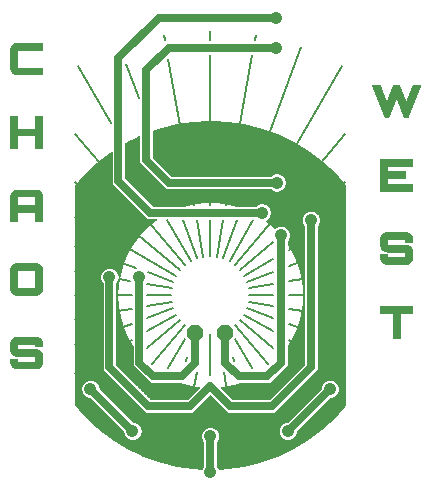
<source format=gtl>
G75*
%MOIN*%
%OFA0B0*%
%FSLAX24Y24*%
%IPPOS*%
%LPD*%
%AMOC8*
5,1,8,0,0,1.08239X$1,22.5*
%
%ADD10OC8,0.0520*%
%ADD11C,0.0100*%
%ADD12C,0.0410*%
%ADD13C,0.0250*%
%ADD14C,0.0004*%
%ADD15C,0.0060*%
D10*
X008310Y006150D03*
X009310Y006150D03*
D11*
X011400Y002870D03*
X006220Y002870D03*
X005860Y008730D03*
X012290Y010950D03*
D12*
X012170Y009900D03*
X011170Y009400D03*
X010530Y010150D03*
X011030Y011150D03*
X011010Y015650D03*
X011010Y016650D03*
X006450Y008000D03*
X005450Y008000D03*
X004820Y004270D03*
X006220Y002870D03*
X008810Y002695D03*
X008810Y001495D03*
X011400Y002870D03*
X012800Y004270D03*
D13*
X011400Y002870D01*
X010870Y003700D02*
X009482Y003700D01*
X008810Y004372D01*
X008139Y003700D01*
X006750Y003700D01*
X005450Y005000D01*
X005450Y008000D01*
X006450Y008000D02*
X006450Y005150D01*
X006900Y004700D01*
X007860Y004700D01*
X008310Y005150D01*
X008310Y006150D01*
X009310Y006150D02*
X009310Y005150D01*
X009760Y004700D01*
X010720Y004700D01*
X011170Y005150D01*
X011170Y009400D01*
X010530Y010150D02*
X006810Y010150D01*
X005750Y011210D01*
X005750Y015310D01*
X007090Y016650D01*
X011010Y016650D01*
X011010Y015650D02*
X007430Y015650D01*
X006680Y014900D01*
X006680Y011900D01*
X007430Y011150D01*
X011030Y011150D01*
X012170Y009900D02*
X012170Y005000D01*
X010870Y003700D01*
X008810Y002695D02*
X008810Y001495D01*
X006220Y002870D02*
X004820Y004270D01*
D14*
X004310Y003741D02*
X004310Y011059D01*
X004692Y011484D01*
X005115Y011870D01*
X005523Y012175D01*
X005523Y011116D01*
X006583Y010056D01*
X006716Y009923D01*
X007007Y009923D01*
X006958Y009891D01*
X006958Y009891D01*
X006957Y009890D01*
X006956Y009889D01*
X004310Y009889D01*
X004310Y009887D02*
X006953Y009887D01*
X006955Y009889D02*
X006681Y009659D01*
X006680Y009658D01*
X004310Y009658D01*
X004310Y009660D02*
X006683Y009660D01*
X006681Y009659D02*
X006681Y009659D01*
X006680Y009658D02*
X006679Y009657D01*
X006679Y009657D01*
X006434Y009396D01*
X006433Y009396D01*
X006432Y009395D01*
X004310Y009395D01*
X004310Y009397D02*
X006434Y009397D01*
X006432Y009395D02*
X006432Y009394D01*
X006218Y009107D01*
X006218Y009107D01*
X004310Y009107D01*
X004310Y009109D02*
X006220Y009109D01*
X006222Y009112D02*
X004310Y009112D01*
X004310Y009114D02*
X006223Y009114D01*
X006225Y009117D02*
X004310Y009117D01*
X004310Y009119D02*
X006227Y009119D01*
X006229Y009122D02*
X004310Y009122D01*
X004310Y009124D02*
X006231Y009124D01*
X006232Y009126D02*
X004310Y009126D01*
X004310Y009129D02*
X006234Y009129D01*
X006236Y009131D02*
X004310Y009131D01*
X004310Y009134D02*
X006238Y009134D01*
X006240Y009136D02*
X004310Y009136D01*
X004310Y009139D02*
X006241Y009139D01*
X006243Y009141D02*
X004310Y009141D01*
X004310Y009143D02*
X006245Y009143D01*
X006247Y009146D02*
X004310Y009146D01*
X004310Y009148D02*
X006249Y009148D01*
X006251Y009151D02*
X004310Y009151D01*
X004310Y009153D02*
X006252Y009153D01*
X006254Y009156D02*
X004310Y009156D01*
X004310Y009158D02*
X006256Y009158D01*
X006258Y009161D02*
X004310Y009161D01*
X004310Y009163D02*
X006260Y009163D01*
X006261Y009165D02*
X004310Y009165D01*
X004310Y009168D02*
X006263Y009168D01*
X006265Y009170D02*
X004310Y009170D01*
X004310Y009173D02*
X006267Y009173D01*
X006269Y009175D02*
X004310Y009175D01*
X004310Y009178D02*
X006271Y009178D01*
X006272Y009180D02*
X004310Y009180D01*
X004310Y009182D02*
X006274Y009182D01*
X006276Y009185D02*
X004310Y009185D01*
X004310Y009187D02*
X006278Y009187D01*
X006280Y009190D02*
X004310Y009190D01*
X004310Y009192D02*
X006281Y009192D01*
X006283Y009195D02*
X004310Y009195D01*
X004310Y009197D02*
X006285Y009197D01*
X006287Y009200D02*
X004310Y009200D01*
X004310Y009202D02*
X006289Y009202D01*
X006290Y009204D02*
X004310Y009204D01*
X004310Y009207D02*
X006292Y009207D01*
X006294Y009209D02*
X004310Y009209D01*
X004310Y009212D02*
X006296Y009212D01*
X006298Y009214D02*
X004310Y009214D01*
X004310Y009217D02*
X006300Y009217D01*
X006301Y009219D02*
X004310Y009219D01*
X004310Y009221D02*
X006303Y009221D01*
X006305Y009224D02*
X004310Y009224D01*
X004310Y009226D02*
X006307Y009226D01*
X006309Y009229D02*
X004310Y009229D01*
X004310Y009231D02*
X006310Y009231D01*
X006312Y009234D02*
X004310Y009234D01*
X004310Y009236D02*
X006314Y009236D01*
X006316Y009239D02*
X004310Y009239D01*
X004310Y009241D02*
X006318Y009241D01*
X006320Y009243D02*
X004310Y009243D01*
X004310Y009246D02*
X006321Y009246D01*
X006323Y009248D02*
X004310Y009248D01*
X004310Y009251D02*
X006325Y009251D01*
X006327Y009253D02*
X004310Y009253D01*
X004310Y009256D02*
X006329Y009256D01*
X006330Y009258D02*
X004310Y009258D01*
X004310Y009260D02*
X006332Y009260D01*
X006334Y009263D02*
X004310Y009263D01*
X004310Y009265D02*
X006336Y009265D01*
X006338Y009268D02*
X004310Y009268D01*
X004310Y009270D02*
X006339Y009270D01*
X006341Y009273D02*
X004310Y009273D01*
X004310Y009275D02*
X006343Y009275D01*
X006345Y009278D02*
X004310Y009278D01*
X004310Y009280D02*
X006347Y009280D01*
X006349Y009282D02*
X004310Y009282D01*
X004310Y009285D02*
X006350Y009285D01*
X006352Y009287D02*
X004310Y009287D01*
X004310Y009290D02*
X006354Y009290D01*
X006356Y009292D02*
X004310Y009292D01*
X004310Y009295D02*
X006358Y009295D01*
X006359Y009297D02*
X004310Y009297D01*
X004310Y009299D02*
X006361Y009299D01*
X006363Y009302D02*
X004310Y009302D01*
X004310Y009304D02*
X006365Y009304D01*
X006367Y009307D02*
X004310Y009307D01*
X004310Y009309D02*
X006368Y009309D01*
X006370Y009312D02*
X004310Y009312D01*
X004310Y009314D02*
X006372Y009314D01*
X006374Y009317D02*
X004310Y009317D01*
X004310Y009319D02*
X006376Y009319D01*
X006378Y009321D02*
X004310Y009321D01*
X004310Y009324D02*
X006379Y009324D01*
X006381Y009326D02*
X004310Y009326D01*
X004310Y009329D02*
X006383Y009329D01*
X006385Y009331D02*
X004310Y009331D01*
X004310Y009334D02*
X006387Y009334D01*
X006388Y009336D02*
X004310Y009336D01*
X004310Y009338D02*
X006390Y009338D01*
X006392Y009341D02*
X004310Y009341D01*
X004310Y009343D02*
X006394Y009343D01*
X006396Y009346D02*
X004310Y009346D01*
X004310Y009348D02*
X006398Y009348D01*
X006399Y009351D02*
X004310Y009351D01*
X004310Y009353D02*
X006401Y009353D01*
X006403Y009356D02*
X004310Y009356D01*
X004310Y009358D02*
X006405Y009358D01*
X006407Y009360D02*
X004310Y009360D01*
X004310Y009363D02*
X006408Y009363D01*
X006410Y009365D02*
X004310Y009365D01*
X004310Y009368D02*
X006412Y009368D01*
X006414Y009370D02*
X004310Y009370D01*
X004310Y009373D02*
X006416Y009373D01*
X006417Y009375D02*
X004310Y009375D01*
X004310Y009377D02*
X006419Y009377D01*
X006421Y009380D02*
X004310Y009380D01*
X004310Y009382D02*
X006423Y009382D01*
X006425Y009385D02*
X004310Y009385D01*
X004310Y009387D02*
X006427Y009387D01*
X006428Y009390D02*
X004310Y009390D01*
X004310Y009392D02*
X006430Y009392D01*
X006432Y009394D02*
X006432Y009394D01*
X006436Y009399D02*
X004310Y009399D01*
X004310Y009402D02*
X006439Y009402D01*
X006441Y009404D02*
X004310Y009404D01*
X004310Y009407D02*
X006443Y009407D01*
X006446Y009409D02*
X004310Y009409D01*
X004310Y009412D02*
X006448Y009412D01*
X006450Y009414D02*
X004310Y009414D01*
X004310Y009416D02*
X006453Y009416D01*
X006455Y009419D02*
X004310Y009419D01*
X004310Y009421D02*
X006457Y009421D01*
X006459Y009424D02*
X004310Y009424D01*
X004310Y009426D02*
X006462Y009426D01*
X006464Y009429D02*
X004310Y009429D01*
X004310Y009431D02*
X006466Y009431D01*
X006469Y009434D02*
X004310Y009434D01*
X004310Y009436D02*
X006471Y009436D01*
X006473Y009438D02*
X004310Y009438D01*
X004310Y009441D02*
X006476Y009441D01*
X006478Y009443D02*
X004310Y009443D01*
X004310Y009446D02*
X006480Y009446D01*
X006482Y009448D02*
X004310Y009448D01*
X004310Y009451D02*
X006485Y009451D01*
X006487Y009453D02*
X004310Y009453D01*
X004310Y009455D02*
X006489Y009455D01*
X006492Y009458D02*
X004310Y009458D01*
X004310Y009460D02*
X006494Y009460D01*
X006496Y009463D02*
X004310Y009463D01*
X004310Y009465D02*
X006499Y009465D01*
X006501Y009468D02*
X004310Y009468D01*
X004310Y009470D02*
X006503Y009470D01*
X006505Y009472D02*
X004310Y009472D01*
X004310Y009475D02*
X006508Y009475D01*
X006510Y009477D02*
X004310Y009477D01*
X004310Y009480D02*
X006512Y009480D01*
X006515Y009482D02*
X004310Y009482D01*
X004310Y009485D02*
X006517Y009485D01*
X006519Y009487D02*
X004310Y009487D01*
X004310Y009490D02*
X006522Y009490D01*
X006524Y009492D02*
X004310Y009492D01*
X004310Y009494D02*
X006526Y009494D01*
X006528Y009497D02*
X004310Y009497D01*
X004310Y009499D02*
X006531Y009499D01*
X006533Y009502D02*
X004310Y009502D01*
X004310Y009504D02*
X006535Y009504D01*
X006538Y009507D02*
X004310Y009507D01*
X004310Y009509D02*
X006540Y009509D01*
X006542Y009511D02*
X004310Y009511D01*
X004310Y009514D02*
X006545Y009514D01*
X006547Y009516D02*
X004310Y009516D01*
X004310Y009519D02*
X006549Y009519D01*
X006551Y009521D02*
X004310Y009521D01*
X004310Y009524D02*
X006554Y009524D01*
X006556Y009526D02*
X004310Y009526D01*
X004310Y009529D02*
X006558Y009529D01*
X006561Y009531D02*
X004310Y009531D01*
X004310Y009533D02*
X006563Y009533D01*
X006565Y009536D02*
X004310Y009536D01*
X004310Y009538D02*
X006568Y009538D01*
X006570Y009541D02*
X004310Y009541D01*
X004310Y009543D02*
X006572Y009543D01*
X006574Y009546D02*
X004310Y009546D01*
X004310Y009548D02*
X006577Y009548D01*
X006579Y009550D02*
X004310Y009550D01*
X004310Y009553D02*
X006581Y009553D01*
X006584Y009555D02*
X004310Y009555D01*
X004310Y009558D02*
X006586Y009558D01*
X006588Y009560D02*
X004310Y009560D01*
X004310Y009563D02*
X006591Y009563D01*
X006593Y009565D02*
X004310Y009565D01*
X004310Y009568D02*
X006595Y009568D01*
X006597Y009570D02*
X004310Y009570D01*
X004310Y009572D02*
X006600Y009572D01*
X006602Y009575D02*
X004310Y009575D01*
X004310Y009577D02*
X006604Y009577D01*
X006607Y009580D02*
X004310Y009580D01*
X004310Y009582D02*
X006609Y009582D01*
X006611Y009585D02*
X004310Y009585D01*
X004310Y009587D02*
X006614Y009587D01*
X006616Y009589D02*
X004310Y009589D01*
X004310Y009592D02*
X006618Y009592D01*
X006620Y009594D02*
X004310Y009594D01*
X004310Y009597D02*
X006623Y009597D01*
X006625Y009599D02*
X004310Y009599D01*
X004310Y009602D02*
X006627Y009602D01*
X006630Y009604D02*
X004310Y009604D01*
X004310Y009607D02*
X006632Y009607D01*
X006634Y009609D02*
X004310Y009609D01*
X004310Y009611D02*
X006637Y009611D01*
X006639Y009614D02*
X004310Y009614D01*
X004310Y009616D02*
X006641Y009616D01*
X006643Y009619D02*
X004310Y009619D01*
X004310Y009621D02*
X006646Y009621D01*
X006648Y009624D02*
X004310Y009624D01*
X004310Y009626D02*
X006650Y009626D01*
X006653Y009628D02*
X004310Y009628D01*
X004310Y009631D02*
X006655Y009631D01*
X006657Y009633D02*
X004310Y009633D01*
X004310Y009636D02*
X006660Y009636D01*
X006662Y009638D02*
X004310Y009638D01*
X004310Y009641D02*
X006664Y009641D01*
X006666Y009643D02*
X004310Y009643D01*
X004310Y009646D02*
X006669Y009646D01*
X006671Y009648D02*
X004310Y009648D01*
X004310Y009650D02*
X006673Y009650D01*
X006676Y009653D02*
X004310Y009653D01*
X004310Y009655D02*
X006678Y009655D01*
X006686Y009663D02*
X004310Y009663D01*
X004310Y009665D02*
X006689Y009665D01*
X006692Y009667D02*
X004310Y009667D01*
X004310Y009670D02*
X006695Y009670D01*
X006698Y009672D02*
X004310Y009672D01*
X004310Y009675D02*
X006701Y009675D01*
X006703Y009677D02*
X004310Y009677D01*
X004310Y009680D02*
X006706Y009680D01*
X006709Y009682D02*
X004310Y009682D01*
X004310Y009685D02*
X006712Y009685D01*
X006715Y009687D02*
X004310Y009687D01*
X004310Y009689D02*
X006718Y009689D01*
X006721Y009692D02*
X004310Y009692D01*
X004310Y009694D02*
X006724Y009694D01*
X006727Y009697D02*
X004310Y009697D01*
X004310Y009699D02*
X006730Y009699D01*
X006732Y009702D02*
X004310Y009702D01*
X004310Y009704D02*
X006735Y009704D01*
X006738Y009706D02*
X004310Y009706D01*
X004310Y009709D02*
X006741Y009709D01*
X006744Y009711D02*
X004310Y009711D01*
X004310Y009714D02*
X006747Y009714D01*
X006750Y009716D02*
X004310Y009716D01*
X004310Y009719D02*
X006753Y009719D01*
X006756Y009721D02*
X004310Y009721D01*
X004310Y009724D02*
X006759Y009724D01*
X006762Y009726D02*
X004310Y009726D01*
X004310Y009728D02*
X006764Y009728D01*
X006767Y009731D02*
X004310Y009731D01*
X004310Y009733D02*
X006770Y009733D01*
X006773Y009736D02*
X004310Y009736D01*
X004310Y009738D02*
X006776Y009738D01*
X006779Y009741D02*
X004310Y009741D01*
X004310Y009743D02*
X006782Y009743D01*
X006785Y009745D02*
X004310Y009745D01*
X004310Y009748D02*
X006788Y009748D01*
X006791Y009750D02*
X004310Y009750D01*
X004310Y009753D02*
X006793Y009753D01*
X006796Y009755D02*
X004310Y009755D01*
X004310Y009758D02*
X006799Y009758D01*
X006802Y009760D02*
X004310Y009760D01*
X004310Y009763D02*
X006805Y009763D01*
X006808Y009765D02*
X004310Y009765D01*
X004310Y009767D02*
X006811Y009767D01*
X006814Y009770D02*
X004310Y009770D01*
X004310Y009772D02*
X006817Y009772D01*
X006820Y009775D02*
X004310Y009775D01*
X004310Y009777D02*
X006823Y009777D01*
X006825Y009780D02*
X004310Y009780D01*
X004310Y009782D02*
X006828Y009782D01*
X006831Y009784D02*
X004310Y009784D01*
X004310Y009787D02*
X006834Y009787D01*
X006837Y009789D02*
X004310Y009789D01*
X004310Y009792D02*
X006840Y009792D01*
X006843Y009794D02*
X004310Y009794D01*
X004310Y009797D02*
X006846Y009797D01*
X006849Y009799D02*
X004310Y009799D01*
X004310Y009802D02*
X006852Y009802D01*
X006854Y009804D02*
X004310Y009804D01*
X004310Y009806D02*
X006857Y009806D01*
X006860Y009809D02*
X004310Y009809D01*
X004310Y009811D02*
X006863Y009811D01*
X006866Y009814D02*
X004310Y009814D01*
X004310Y009816D02*
X006869Y009816D01*
X006872Y009819D02*
X004310Y009819D01*
X004310Y009821D02*
X006875Y009821D01*
X006878Y009823D02*
X004310Y009823D01*
X004310Y009826D02*
X006881Y009826D01*
X006884Y009828D02*
X004310Y009828D01*
X004310Y009831D02*
X006886Y009831D01*
X006889Y009833D02*
X004310Y009833D01*
X004310Y009836D02*
X006892Y009836D01*
X006895Y009838D02*
X004310Y009838D01*
X004310Y009841D02*
X006898Y009841D01*
X006901Y009843D02*
X004310Y009843D01*
X004310Y009845D02*
X006904Y009845D01*
X006907Y009848D02*
X004310Y009848D01*
X004310Y009850D02*
X006910Y009850D01*
X006913Y009853D02*
X004310Y009853D01*
X004310Y009855D02*
X006915Y009855D01*
X006918Y009858D02*
X004310Y009858D01*
X004310Y009860D02*
X006921Y009860D01*
X006924Y009862D02*
X004310Y009862D01*
X004310Y009865D02*
X006927Y009865D01*
X006930Y009867D02*
X004310Y009867D01*
X004310Y009870D02*
X006933Y009870D01*
X006936Y009872D02*
X004310Y009872D01*
X004310Y009875D02*
X006939Y009875D01*
X006942Y009877D02*
X004310Y009877D01*
X004310Y009880D02*
X006945Y009880D01*
X006947Y009882D02*
X004310Y009882D01*
X004310Y009884D02*
X006950Y009884D01*
X006956Y009889D02*
X006955Y009889D01*
X006960Y009892D02*
X004310Y009892D01*
X004310Y009894D02*
X006963Y009894D01*
X006967Y009897D02*
X004310Y009897D01*
X004310Y009899D02*
X006971Y009899D01*
X006975Y009901D02*
X004310Y009901D01*
X004310Y009904D02*
X006978Y009904D01*
X006982Y009906D02*
X004310Y009906D01*
X004310Y009909D02*
X006986Y009909D01*
X006989Y009911D02*
X004310Y009911D01*
X004310Y009914D02*
X006993Y009914D01*
X006997Y009916D02*
X004310Y009916D01*
X004310Y009919D02*
X007000Y009919D01*
X007004Y009921D02*
X004310Y009921D01*
X004310Y009923D02*
X006716Y009923D01*
X006713Y009926D02*
X004310Y009926D01*
X004310Y009928D02*
X006711Y009928D01*
X006709Y009931D02*
X004310Y009931D01*
X004310Y009933D02*
X006706Y009933D01*
X006704Y009936D02*
X004310Y009936D01*
X004310Y009938D02*
X006701Y009938D01*
X006699Y009940D02*
X004310Y009940D01*
X004310Y009943D02*
X006696Y009943D01*
X006694Y009945D02*
X004310Y009945D01*
X004310Y009948D02*
X006692Y009948D01*
X006689Y009950D02*
X004310Y009950D01*
X004310Y009953D02*
X006687Y009953D01*
X006684Y009955D02*
X004310Y009955D01*
X004310Y009958D02*
X006682Y009958D01*
X006679Y009960D02*
X004310Y009960D01*
X004310Y009962D02*
X006677Y009962D01*
X006674Y009965D02*
X004310Y009965D01*
X004310Y009967D02*
X006672Y009967D01*
X006670Y009970D02*
X004310Y009970D01*
X004310Y009972D02*
X006667Y009972D01*
X006665Y009975D02*
X004310Y009975D01*
X004310Y009977D02*
X006662Y009977D01*
X006660Y009979D02*
X004310Y009979D01*
X004310Y009982D02*
X006657Y009982D01*
X006655Y009984D02*
X004310Y009984D01*
X004310Y009987D02*
X006653Y009987D01*
X006650Y009989D02*
X004310Y009989D01*
X004310Y009992D02*
X006648Y009992D01*
X006645Y009994D02*
X004310Y009994D01*
X004310Y009997D02*
X006643Y009997D01*
X006640Y009999D02*
X004310Y009999D01*
X004310Y010001D02*
X006638Y010001D01*
X006635Y010004D02*
X004310Y010004D01*
X004310Y010006D02*
X006633Y010006D01*
X006631Y010009D02*
X004310Y010009D01*
X004310Y010011D02*
X006628Y010011D01*
X006626Y010014D02*
X004310Y010014D01*
X004310Y010016D02*
X006623Y010016D01*
X006621Y010018D02*
X004310Y010018D01*
X004310Y010021D02*
X006618Y010021D01*
X006616Y010023D02*
X004310Y010023D01*
X004310Y010026D02*
X006614Y010026D01*
X006611Y010028D02*
X004310Y010028D01*
X004310Y010031D02*
X006609Y010031D01*
X006606Y010033D02*
X004310Y010033D01*
X004310Y010036D02*
X006604Y010036D01*
X006601Y010038D02*
X004310Y010038D01*
X004310Y010040D02*
X006599Y010040D01*
X006596Y010043D02*
X004310Y010043D01*
X004310Y010045D02*
X006594Y010045D01*
X006592Y010048D02*
X004310Y010048D01*
X004310Y010050D02*
X006589Y010050D01*
X006587Y010053D02*
X004310Y010053D01*
X004310Y010055D02*
X006584Y010055D01*
X006582Y010057D02*
X004310Y010057D01*
X004310Y010060D02*
X006579Y010060D01*
X006577Y010062D02*
X004310Y010062D01*
X004310Y010065D02*
X006575Y010065D01*
X006572Y010067D02*
X004310Y010067D01*
X004310Y010070D02*
X006570Y010070D01*
X006567Y010072D02*
X004310Y010072D01*
X004310Y010074D02*
X006565Y010074D01*
X006562Y010077D02*
X004310Y010077D01*
X004310Y010079D02*
X006560Y010079D01*
X006557Y010082D02*
X004310Y010082D01*
X004310Y010084D02*
X006555Y010084D01*
X006553Y010087D02*
X004310Y010087D01*
X004310Y010089D02*
X006550Y010089D01*
X006548Y010092D02*
X004310Y010092D01*
X004310Y010094D02*
X006545Y010094D01*
X006543Y010096D02*
X004310Y010096D01*
X004310Y010099D02*
X006540Y010099D01*
X006538Y010101D02*
X004310Y010101D01*
X004310Y010104D02*
X006536Y010104D01*
X006533Y010106D02*
X004310Y010106D01*
X004310Y010109D02*
X006531Y010109D01*
X006528Y010111D02*
X004310Y010111D01*
X004310Y010113D02*
X006526Y010113D01*
X006523Y010116D02*
X004310Y010116D01*
X004310Y010118D02*
X006521Y010118D01*
X006518Y010121D02*
X004310Y010121D01*
X004310Y010123D02*
X006516Y010123D01*
X006514Y010126D02*
X004310Y010126D01*
X004310Y010128D02*
X006511Y010128D01*
X006509Y010131D02*
X004310Y010131D01*
X004310Y010133D02*
X006506Y010133D01*
X006504Y010135D02*
X004310Y010135D01*
X004310Y010138D02*
X006501Y010138D01*
X006499Y010140D02*
X004310Y010140D01*
X004310Y010143D02*
X006497Y010143D01*
X006494Y010145D02*
X004310Y010145D01*
X004310Y010148D02*
X006492Y010148D01*
X006489Y010150D02*
X004310Y010150D01*
X004310Y010152D02*
X006487Y010152D01*
X006484Y010155D02*
X004310Y010155D01*
X004310Y010157D02*
X006482Y010157D01*
X006479Y010160D02*
X004310Y010160D01*
X004310Y010162D02*
X006477Y010162D01*
X006475Y010165D02*
X004310Y010165D01*
X004310Y010167D02*
X006472Y010167D01*
X006470Y010170D02*
X004310Y010170D01*
X004310Y010172D02*
X006467Y010172D01*
X006465Y010174D02*
X004310Y010174D01*
X004310Y010177D02*
X006462Y010177D01*
X006460Y010179D02*
X004310Y010179D01*
X004310Y010182D02*
X006458Y010182D01*
X006455Y010184D02*
X004310Y010184D01*
X004310Y010187D02*
X006453Y010187D01*
X006450Y010189D02*
X004310Y010189D01*
X004310Y010191D02*
X006448Y010191D01*
X006445Y010194D02*
X004310Y010194D01*
X004310Y010196D02*
X006443Y010196D01*
X006440Y010199D02*
X004310Y010199D01*
X004310Y010201D02*
X006438Y010201D01*
X006436Y010204D02*
X004310Y010204D01*
X004310Y010206D02*
X006433Y010206D01*
X006431Y010209D02*
X004310Y010209D01*
X004310Y010211D02*
X006428Y010211D01*
X006426Y010213D02*
X004310Y010213D01*
X004310Y010216D02*
X006423Y010216D01*
X006421Y010218D02*
X004310Y010218D01*
X004310Y010221D02*
X006419Y010221D01*
X006416Y010223D02*
X004310Y010223D01*
X004310Y010226D02*
X006414Y010226D01*
X006411Y010228D02*
X004310Y010228D01*
X004310Y010230D02*
X006409Y010230D01*
X006406Y010233D02*
X004310Y010233D01*
X004310Y010235D02*
X006404Y010235D01*
X006401Y010238D02*
X004310Y010238D01*
X004310Y010240D02*
X006399Y010240D01*
X006397Y010243D02*
X004310Y010243D01*
X004310Y010245D02*
X006394Y010245D01*
X006392Y010248D02*
X004310Y010248D01*
X004310Y010250D02*
X006389Y010250D01*
X006387Y010252D02*
X004310Y010252D01*
X004310Y010255D02*
X006384Y010255D01*
X006382Y010257D02*
X004310Y010257D01*
X004310Y010260D02*
X006380Y010260D01*
X006377Y010262D02*
X004310Y010262D01*
X004310Y010265D02*
X006375Y010265D01*
X006372Y010267D02*
X004310Y010267D01*
X004310Y010269D02*
X006370Y010269D01*
X006367Y010272D02*
X004310Y010272D01*
X004310Y010274D02*
X006365Y010274D01*
X006362Y010277D02*
X004310Y010277D01*
X004310Y010279D02*
X006360Y010279D01*
X006358Y010282D02*
X004310Y010282D01*
X004310Y010284D02*
X006355Y010284D01*
X006353Y010287D02*
X004310Y010287D01*
X004310Y010289D02*
X006350Y010289D01*
X006348Y010291D02*
X004310Y010291D01*
X004310Y010294D02*
X006345Y010294D01*
X006343Y010296D02*
X004310Y010296D01*
X004310Y010299D02*
X006341Y010299D01*
X006338Y010301D02*
X004310Y010301D01*
X004310Y010304D02*
X006336Y010304D01*
X006333Y010306D02*
X004310Y010306D01*
X004310Y010308D02*
X006331Y010308D01*
X006328Y010311D02*
X004310Y010311D01*
X004310Y010313D02*
X006326Y010313D01*
X006323Y010316D02*
X004310Y010316D01*
X004310Y010318D02*
X006321Y010318D01*
X006319Y010321D02*
X004310Y010321D01*
X004310Y010323D02*
X006316Y010323D01*
X006314Y010326D02*
X004310Y010326D01*
X004310Y010328D02*
X006311Y010328D01*
X006309Y010330D02*
X004310Y010330D01*
X004310Y010333D02*
X006306Y010333D01*
X006304Y010335D02*
X004310Y010335D01*
X004310Y010338D02*
X006302Y010338D01*
X006299Y010340D02*
X004310Y010340D01*
X004310Y010343D02*
X006297Y010343D01*
X006294Y010345D02*
X004310Y010345D01*
X004310Y010347D02*
X006292Y010347D01*
X006289Y010350D02*
X004310Y010350D01*
X004310Y010352D02*
X006287Y010352D01*
X006284Y010355D02*
X004310Y010355D01*
X004310Y010357D02*
X006282Y010357D01*
X006280Y010360D02*
X004310Y010360D01*
X004310Y010362D02*
X006277Y010362D01*
X006275Y010365D02*
X004310Y010365D01*
X004310Y010367D02*
X006272Y010367D01*
X006270Y010369D02*
X004310Y010369D01*
X004310Y010372D02*
X006267Y010372D01*
X006265Y010374D02*
X004310Y010374D01*
X004310Y010377D02*
X006263Y010377D01*
X006260Y010379D02*
X004310Y010379D01*
X004310Y010382D02*
X006258Y010382D01*
X006255Y010384D02*
X004310Y010384D01*
X004310Y010386D02*
X006253Y010386D01*
X006250Y010389D02*
X004310Y010389D01*
X004310Y010391D02*
X006248Y010391D01*
X006245Y010394D02*
X004310Y010394D01*
X004310Y010396D02*
X006243Y010396D01*
X006241Y010399D02*
X004310Y010399D01*
X004310Y010401D02*
X006238Y010401D01*
X006236Y010404D02*
X004310Y010404D01*
X004310Y010406D02*
X006233Y010406D01*
X006231Y010408D02*
X004310Y010408D01*
X004310Y010411D02*
X006228Y010411D01*
X006226Y010413D02*
X004310Y010413D01*
X004310Y010416D02*
X006224Y010416D01*
X006221Y010418D02*
X004310Y010418D01*
X004310Y010421D02*
X006219Y010421D01*
X006216Y010423D02*
X004310Y010423D01*
X004310Y010425D02*
X006214Y010425D01*
X006211Y010428D02*
X004310Y010428D01*
X004310Y010430D02*
X006209Y010430D01*
X006206Y010433D02*
X004310Y010433D01*
X004310Y010435D02*
X006204Y010435D01*
X006202Y010438D02*
X004310Y010438D01*
X004310Y010440D02*
X006199Y010440D01*
X006197Y010443D02*
X004310Y010443D01*
X004310Y010445D02*
X006194Y010445D01*
X006192Y010447D02*
X004310Y010447D01*
X004310Y010450D02*
X006189Y010450D01*
X006187Y010452D02*
X004310Y010452D01*
X004310Y010455D02*
X006185Y010455D01*
X006182Y010457D02*
X004310Y010457D01*
X004310Y010460D02*
X006180Y010460D01*
X006177Y010462D02*
X004310Y010462D01*
X004310Y010464D02*
X006175Y010464D01*
X006172Y010467D02*
X004310Y010467D01*
X004310Y010469D02*
X006170Y010469D01*
X006168Y010472D02*
X004310Y010472D01*
X004310Y010474D02*
X006165Y010474D01*
X006163Y010477D02*
X004310Y010477D01*
X004310Y010479D02*
X006160Y010479D01*
X006158Y010482D02*
X004310Y010482D01*
X004310Y010484D02*
X006155Y010484D01*
X006153Y010486D02*
X004310Y010486D01*
X004310Y010489D02*
X006150Y010489D01*
X006148Y010491D02*
X004310Y010491D01*
X004310Y010494D02*
X006146Y010494D01*
X006143Y010496D02*
X004310Y010496D01*
X004310Y010499D02*
X006141Y010499D01*
X006138Y010501D02*
X004310Y010501D01*
X004310Y010503D02*
X006136Y010503D01*
X006133Y010506D02*
X004310Y010506D01*
X004310Y010508D02*
X006131Y010508D01*
X006129Y010511D02*
X004310Y010511D01*
X004310Y010513D02*
X006126Y010513D01*
X006124Y010516D02*
X004310Y010516D01*
X004310Y010518D02*
X006121Y010518D01*
X006119Y010521D02*
X004310Y010521D01*
X004310Y010523D02*
X006116Y010523D01*
X006114Y010525D02*
X004310Y010525D01*
X004310Y010528D02*
X006111Y010528D01*
X006109Y010530D02*
X004310Y010530D01*
X004310Y010533D02*
X006107Y010533D01*
X006104Y010535D02*
X004310Y010535D01*
X004310Y010538D02*
X006102Y010538D01*
X006099Y010540D02*
X004310Y010540D01*
X004310Y010542D02*
X006097Y010542D01*
X006094Y010545D02*
X004310Y010545D01*
X004310Y010547D02*
X006092Y010547D01*
X006090Y010550D02*
X004310Y010550D01*
X004310Y010552D02*
X006087Y010552D01*
X006085Y010555D02*
X004310Y010555D01*
X004310Y010557D02*
X006082Y010557D01*
X006080Y010560D02*
X004310Y010560D01*
X004310Y010562D02*
X006077Y010562D01*
X006075Y010564D02*
X004310Y010564D01*
X004310Y010567D02*
X006072Y010567D01*
X006070Y010569D02*
X004310Y010569D01*
X004310Y010572D02*
X006068Y010572D01*
X006065Y010574D02*
X004310Y010574D01*
X004310Y010577D02*
X006063Y010577D01*
X006060Y010579D02*
X004310Y010579D01*
X004310Y010581D02*
X006058Y010581D01*
X006055Y010584D02*
X004310Y010584D01*
X004310Y010586D02*
X006053Y010586D01*
X006051Y010589D02*
X004310Y010589D01*
X004310Y010591D02*
X006048Y010591D01*
X006046Y010594D02*
X004310Y010594D01*
X004310Y010596D02*
X006043Y010596D01*
X006041Y010599D02*
X004310Y010599D01*
X004310Y010601D02*
X006038Y010601D01*
X006036Y010603D02*
X004310Y010603D01*
X004310Y010606D02*
X006033Y010606D01*
X006031Y010608D02*
X004310Y010608D01*
X004310Y010611D02*
X006029Y010611D01*
X006026Y010613D02*
X004310Y010613D01*
X004310Y010616D02*
X006024Y010616D01*
X006021Y010618D02*
X004310Y010618D01*
X004310Y010620D02*
X006019Y010620D01*
X006016Y010623D02*
X004310Y010623D01*
X004310Y010625D02*
X006014Y010625D01*
X006012Y010628D02*
X004310Y010628D01*
X004310Y010630D02*
X006009Y010630D01*
X006007Y010633D02*
X004310Y010633D01*
X004310Y010635D02*
X006004Y010635D01*
X006002Y010638D02*
X004310Y010638D01*
X004310Y010640D02*
X005999Y010640D01*
X005997Y010642D02*
X004310Y010642D01*
X004310Y010645D02*
X005994Y010645D01*
X005992Y010647D02*
X004310Y010647D01*
X004310Y010650D02*
X005990Y010650D01*
X005987Y010652D02*
X004310Y010652D01*
X004310Y010655D02*
X005985Y010655D01*
X005982Y010657D02*
X004310Y010657D01*
X004310Y010659D02*
X005980Y010659D01*
X005977Y010662D02*
X004310Y010662D01*
X004310Y010664D02*
X005975Y010664D01*
X005973Y010667D02*
X004310Y010667D01*
X004310Y010669D02*
X005970Y010669D01*
X005968Y010672D02*
X004310Y010672D01*
X004310Y010674D02*
X005965Y010674D01*
X005963Y010676D02*
X004310Y010676D01*
X004310Y010679D02*
X005960Y010679D01*
X005958Y010681D02*
X004310Y010681D01*
X004310Y010684D02*
X005955Y010684D01*
X005953Y010686D02*
X004310Y010686D01*
X004310Y010689D02*
X005951Y010689D01*
X005948Y010691D02*
X004310Y010691D01*
X004310Y010694D02*
X005946Y010694D01*
X005943Y010696D02*
X004310Y010696D01*
X004310Y010698D02*
X005941Y010698D01*
X005938Y010701D02*
X004310Y010701D01*
X004310Y010703D02*
X005936Y010703D01*
X005934Y010706D02*
X004310Y010706D01*
X004310Y010708D02*
X005931Y010708D01*
X005929Y010711D02*
X004310Y010711D01*
X004310Y010713D02*
X005926Y010713D01*
X005924Y010715D02*
X004310Y010715D01*
X004310Y010718D02*
X005921Y010718D01*
X005919Y010720D02*
X004310Y010720D01*
X004310Y010723D02*
X005916Y010723D01*
X005914Y010725D02*
X004310Y010725D01*
X004310Y010728D02*
X005912Y010728D01*
X005909Y010730D02*
X004310Y010730D01*
X004310Y010733D02*
X005907Y010733D01*
X005904Y010735D02*
X004310Y010735D01*
X004310Y010737D02*
X005902Y010737D01*
X005899Y010740D02*
X004310Y010740D01*
X004310Y010742D02*
X005897Y010742D01*
X005895Y010745D02*
X004310Y010745D01*
X004310Y010747D02*
X005892Y010747D01*
X005890Y010750D02*
X004310Y010750D01*
X004310Y010752D02*
X005887Y010752D01*
X005885Y010754D02*
X004310Y010754D01*
X004310Y010757D02*
X005882Y010757D01*
X005880Y010759D02*
X004310Y010759D01*
X004310Y010762D02*
X005877Y010762D01*
X005875Y010764D02*
X004310Y010764D01*
X004310Y010767D02*
X005873Y010767D01*
X005870Y010769D02*
X004310Y010769D01*
X004310Y010772D02*
X005868Y010772D01*
X005865Y010774D02*
X004310Y010774D01*
X004310Y010776D02*
X005863Y010776D01*
X005860Y010779D02*
X004310Y010779D01*
X004310Y010781D02*
X005858Y010781D01*
X005856Y010784D02*
X004310Y010784D01*
X004310Y010786D02*
X005853Y010786D01*
X005851Y010789D02*
X004310Y010789D01*
X004310Y010791D02*
X005848Y010791D01*
X005846Y010793D02*
X004310Y010793D01*
X004310Y010796D02*
X005843Y010796D01*
X005841Y010798D02*
X004310Y010798D01*
X004310Y010801D02*
X005838Y010801D01*
X005836Y010803D02*
X004310Y010803D01*
X004310Y010806D02*
X005834Y010806D01*
X005831Y010808D02*
X004310Y010808D01*
X004310Y010811D02*
X005829Y010811D01*
X005826Y010813D02*
X004310Y010813D01*
X004310Y010815D02*
X005824Y010815D01*
X005821Y010818D02*
X004310Y010818D01*
X004310Y010820D02*
X005819Y010820D01*
X005817Y010823D02*
X004310Y010823D01*
X004310Y010825D02*
X005814Y010825D01*
X005812Y010828D02*
X004310Y010828D01*
X004310Y010830D02*
X005809Y010830D01*
X005807Y010832D02*
X004310Y010832D01*
X004310Y010835D02*
X005804Y010835D01*
X005802Y010837D02*
X004310Y010837D01*
X004310Y010840D02*
X005799Y010840D01*
X005797Y010842D02*
X004310Y010842D01*
X004310Y010845D02*
X005795Y010845D01*
X005792Y010847D02*
X004310Y010847D01*
X004310Y010850D02*
X005790Y010850D01*
X005787Y010852D02*
X004310Y010852D01*
X004310Y010854D02*
X005785Y010854D01*
X005782Y010857D02*
X004310Y010857D01*
X004310Y010859D02*
X005780Y010859D01*
X005778Y010862D02*
X004310Y010862D01*
X004310Y010864D02*
X005775Y010864D01*
X005773Y010867D02*
X004310Y010867D01*
X004310Y010869D02*
X005770Y010869D01*
X005768Y010871D02*
X004310Y010871D01*
X004310Y010874D02*
X005765Y010874D01*
X005763Y010876D02*
X004310Y010876D01*
X004310Y010879D02*
X005760Y010879D01*
X005758Y010881D02*
X004310Y010881D01*
X004310Y010884D02*
X005756Y010884D01*
X005753Y010886D02*
X004310Y010886D01*
X004310Y010889D02*
X005751Y010889D01*
X005748Y010891D02*
X004310Y010891D01*
X004310Y010893D02*
X005746Y010893D01*
X005743Y010896D02*
X004310Y010896D01*
X004310Y010898D02*
X005741Y010898D01*
X005739Y010901D02*
X004310Y010901D01*
X004310Y010903D02*
X005736Y010903D01*
X005734Y010906D02*
X004310Y010906D01*
X004310Y010908D02*
X005731Y010908D01*
X005729Y010910D02*
X004310Y010910D01*
X004310Y010913D02*
X005726Y010913D01*
X005724Y010915D02*
X004310Y010915D01*
X004310Y010918D02*
X005721Y010918D01*
X005719Y010920D02*
X004310Y010920D01*
X004310Y010923D02*
X005717Y010923D01*
X005714Y010925D02*
X004310Y010925D01*
X004310Y010928D02*
X005712Y010928D01*
X005709Y010930D02*
X004310Y010930D01*
X004310Y010932D02*
X005707Y010932D01*
X005704Y010935D02*
X004310Y010935D01*
X004310Y010937D02*
X005702Y010937D01*
X005700Y010940D02*
X004310Y010940D01*
X004310Y010942D02*
X005697Y010942D01*
X005695Y010945D02*
X004310Y010945D01*
X004310Y010947D02*
X005692Y010947D01*
X005690Y010949D02*
X004310Y010949D01*
X004310Y010952D02*
X005687Y010952D01*
X005685Y010954D02*
X004310Y010954D01*
X004310Y010957D02*
X005682Y010957D01*
X005680Y010959D02*
X004310Y010959D01*
X004310Y010962D02*
X005678Y010962D01*
X005675Y010964D02*
X004310Y010964D01*
X004310Y010967D02*
X005673Y010967D01*
X005670Y010969D02*
X004310Y010969D01*
X004310Y010971D02*
X005668Y010971D01*
X005665Y010974D02*
X004310Y010974D01*
X004310Y010976D02*
X005663Y010976D01*
X005661Y010979D02*
X004310Y010979D01*
X004310Y010981D02*
X005658Y010981D01*
X005656Y010984D02*
X004310Y010984D01*
X004310Y010986D02*
X005653Y010986D01*
X005651Y010988D02*
X004310Y010988D01*
X004310Y010991D02*
X005648Y010991D01*
X005646Y010993D02*
X004310Y010993D01*
X004310Y010996D02*
X005643Y010996D01*
X005641Y010998D02*
X004310Y010998D01*
X004310Y011001D02*
X005639Y011001D01*
X005636Y011003D02*
X004310Y011003D01*
X004310Y011006D02*
X005634Y011006D01*
X005631Y011008D02*
X004310Y011008D01*
X004310Y011010D02*
X005629Y011010D01*
X005626Y011013D02*
X004310Y011013D01*
X004310Y011015D02*
X005624Y011015D01*
X005622Y011018D02*
X004310Y011018D01*
X004310Y011020D02*
X005619Y011020D01*
X005617Y011023D02*
X004310Y011023D01*
X004310Y011025D02*
X005614Y011025D01*
X005612Y011027D02*
X004310Y011027D01*
X004310Y011030D02*
X005609Y011030D01*
X005607Y011032D02*
X004310Y011032D01*
X004310Y011035D02*
X005604Y011035D01*
X005602Y011037D02*
X004310Y011037D01*
X004310Y011040D02*
X005600Y011040D01*
X005597Y011042D02*
X004310Y011042D01*
X004310Y011045D02*
X005595Y011045D01*
X005592Y011047D02*
X004310Y011047D01*
X004310Y011049D02*
X005590Y011049D01*
X005587Y011052D02*
X004310Y011052D01*
X004310Y011054D02*
X005585Y011054D01*
X005583Y011057D02*
X004310Y011057D01*
X004310Y011059D02*
X005580Y011059D01*
X005578Y011062D02*
X004312Y011062D01*
X004315Y011064D02*
X005575Y011064D01*
X005573Y011066D02*
X004317Y011066D01*
X004319Y011069D02*
X005570Y011069D01*
X005568Y011071D02*
X004321Y011071D01*
X004323Y011074D02*
X005566Y011074D01*
X005563Y011076D02*
X004326Y011076D01*
X004328Y011079D02*
X005561Y011079D01*
X005558Y011081D02*
X004330Y011081D01*
X004332Y011084D02*
X005556Y011084D01*
X005553Y011086D02*
X004334Y011086D01*
X004336Y011088D02*
X005551Y011088D01*
X005548Y011091D02*
X004339Y011091D01*
X004341Y011093D02*
X005546Y011093D01*
X005544Y011096D02*
X004343Y011096D01*
X004345Y011098D02*
X005541Y011098D01*
X005539Y011101D02*
X004347Y011101D01*
X004350Y011103D02*
X005536Y011103D01*
X005534Y011105D02*
X004352Y011105D01*
X004354Y011108D02*
X005531Y011108D01*
X005529Y011110D02*
X004356Y011110D01*
X004358Y011113D02*
X005527Y011113D01*
X005524Y011115D02*
X004361Y011115D01*
X004363Y011118D02*
X005523Y011118D01*
X005523Y011120D02*
X004365Y011120D01*
X004367Y011123D02*
X005523Y011123D01*
X005523Y011125D02*
X004369Y011125D01*
X004372Y011127D02*
X005523Y011127D01*
X005523Y011130D02*
X004374Y011130D01*
X004376Y011132D02*
X005523Y011132D01*
X005523Y011135D02*
X004378Y011135D01*
X004380Y011137D02*
X005523Y011137D01*
X005523Y011140D02*
X004382Y011140D01*
X004385Y011142D02*
X005523Y011142D01*
X005523Y011144D02*
X004387Y011144D01*
X004389Y011147D02*
X005523Y011147D01*
X005523Y011149D02*
X004391Y011149D01*
X004393Y011152D02*
X005523Y011152D01*
X005523Y011154D02*
X004396Y011154D01*
X004398Y011157D02*
X005523Y011157D01*
X005523Y011159D02*
X004400Y011159D01*
X004402Y011162D02*
X005523Y011162D01*
X005523Y011164D02*
X004404Y011164D01*
X004407Y011166D02*
X005523Y011166D01*
X005523Y011169D02*
X004409Y011169D01*
X004411Y011171D02*
X005523Y011171D01*
X005523Y011174D02*
X004413Y011174D01*
X004415Y011176D02*
X005523Y011176D01*
X005523Y011179D02*
X004418Y011179D01*
X004420Y011181D02*
X005523Y011181D01*
X005523Y011183D02*
X004422Y011183D01*
X004424Y011186D02*
X005523Y011186D01*
X005523Y011188D02*
X004426Y011188D01*
X004428Y011191D02*
X005523Y011191D01*
X005523Y011193D02*
X004431Y011193D01*
X004433Y011196D02*
X005523Y011196D01*
X005523Y011198D02*
X004435Y011198D01*
X004437Y011201D02*
X005523Y011201D01*
X005523Y011203D02*
X004439Y011203D01*
X004442Y011205D02*
X005523Y011205D01*
X005523Y011208D02*
X004444Y011208D01*
X004446Y011210D02*
X005523Y011210D01*
X005523Y011213D02*
X004448Y011213D01*
X004450Y011215D02*
X005523Y011215D01*
X005523Y011218D02*
X004453Y011218D01*
X004455Y011220D02*
X005523Y011220D01*
X005523Y011222D02*
X004457Y011222D01*
X004459Y011225D02*
X005523Y011225D01*
X005523Y011227D02*
X004461Y011227D01*
X004463Y011230D02*
X005523Y011230D01*
X005523Y011232D02*
X004466Y011232D01*
X004468Y011235D02*
X005523Y011235D01*
X005523Y011237D02*
X004470Y011237D01*
X004472Y011240D02*
X005523Y011240D01*
X005523Y011242D02*
X004474Y011242D01*
X004477Y011244D02*
X005523Y011244D01*
X005523Y011247D02*
X004479Y011247D01*
X004481Y011249D02*
X005523Y011249D01*
X005523Y011252D02*
X004483Y011252D01*
X004485Y011254D02*
X005523Y011254D01*
X005523Y011257D02*
X004488Y011257D01*
X004490Y011259D02*
X005523Y011259D01*
X005523Y011261D02*
X004492Y011261D01*
X004494Y011264D02*
X005523Y011264D01*
X005523Y011266D02*
X004496Y011266D01*
X004499Y011269D02*
X005523Y011269D01*
X005523Y011271D02*
X004501Y011271D01*
X004503Y011274D02*
X005523Y011274D01*
X005523Y011276D02*
X004505Y011276D01*
X004507Y011279D02*
X005523Y011279D01*
X005523Y011281D02*
X004509Y011281D01*
X004512Y011283D02*
X005523Y011283D01*
X005523Y011286D02*
X004514Y011286D01*
X004516Y011288D02*
X005523Y011288D01*
X005523Y011291D02*
X004518Y011291D01*
X004520Y011293D02*
X005523Y011293D01*
X005523Y011296D02*
X004523Y011296D01*
X004525Y011298D02*
X005523Y011298D01*
X005523Y011300D02*
X004527Y011300D01*
X004529Y011303D02*
X005523Y011303D01*
X005523Y011305D02*
X004531Y011305D01*
X004534Y011308D02*
X005523Y011308D01*
X005523Y011310D02*
X004536Y011310D01*
X004538Y011313D02*
X005523Y011313D01*
X005523Y011315D02*
X004540Y011315D01*
X004542Y011317D02*
X005523Y011317D01*
X005523Y011320D02*
X004545Y011320D01*
X004547Y011322D02*
X005523Y011322D01*
X005523Y011325D02*
X004549Y011325D01*
X004551Y011327D02*
X005523Y011327D01*
X005523Y011330D02*
X004553Y011330D01*
X004555Y011332D02*
X005523Y011332D01*
X005523Y011335D02*
X004558Y011335D01*
X004560Y011337D02*
X005523Y011337D01*
X005523Y011339D02*
X004562Y011339D01*
X004564Y011342D02*
X005523Y011342D01*
X005523Y011344D02*
X004566Y011344D01*
X004569Y011347D02*
X005523Y011347D01*
X005523Y011349D02*
X004571Y011349D01*
X004573Y011352D02*
X005523Y011352D01*
X005523Y011354D02*
X004575Y011354D01*
X004577Y011356D02*
X005523Y011356D01*
X005523Y011359D02*
X004580Y011359D01*
X004582Y011361D02*
X005523Y011361D01*
X005523Y011364D02*
X004584Y011364D01*
X004586Y011366D02*
X005523Y011366D01*
X005523Y011369D02*
X004588Y011369D01*
X004591Y011371D02*
X005523Y011371D01*
X005523Y011374D02*
X004593Y011374D01*
X004595Y011376D02*
X005523Y011376D01*
X005523Y011378D02*
X004597Y011378D01*
X004599Y011381D02*
X005523Y011381D01*
X005523Y011383D02*
X004601Y011383D01*
X004604Y011386D02*
X005523Y011386D01*
X005523Y011388D02*
X004606Y011388D01*
X004608Y011391D02*
X005523Y011391D01*
X005523Y011393D02*
X004610Y011393D01*
X004612Y011395D02*
X005523Y011395D01*
X005523Y011398D02*
X004615Y011398D01*
X004617Y011400D02*
X005523Y011400D01*
X005523Y011403D02*
X004619Y011403D01*
X004621Y011405D02*
X005523Y011405D01*
X005523Y011408D02*
X004623Y011408D01*
X004626Y011410D02*
X005523Y011410D01*
X005523Y011413D02*
X004628Y011413D01*
X004630Y011415D02*
X005523Y011415D01*
X005523Y011417D02*
X004632Y011417D01*
X004634Y011420D02*
X005523Y011420D01*
X005523Y011422D02*
X004636Y011422D01*
X004639Y011425D02*
X005523Y011425D01*
X005523Y011427D02*
X004641Y011427D01*
X004643Y011430D02*
X005523Y011430D01*
X005523Y011432D02*
X004645Y011432D01*
X004647Y011434D02*
X005523Y011434D01*
X005523Y011437D02*
X004650Y011437D01*
X004652Y011439D02*
X005523Y011439D01*
X005523Y011442D02*
X004654Y011442D01*
X004656Y011444D02*
X005523Y011444D01*
X005523Y011447D02*
X004658Y011447D01*
X004661Y011449D02*
X005523Y011449D01*
X005523Y011452D02*
X004663Y011452D01*
X004665Y011454D02*
X005523Y011454D01*
X005523Y011456D02*
X004667Y011456D01*
X004669Y011459D02*
X005523Y011459D01*
X005523Y011461D02*
X004672Y011461D01*
X004674Y011464D02*
X005523Y011464D01*
X005523Y011466D02*
X004676Y011466D01*
X004678Y011469D02*
X005523Y011469D01*
X005523Y011471D02*
X004680Y011471D01*
X004682Y011473D02*
X005523Y011473D01*
X005523Y011476D02*
X004685Y011476D01*
X004687Y011478D02*
X005523Y011478D01*
X005523Y011481D02*
X004689Y011481D01*
X004691Y011483D02*
X005523Y011483D01*
X005523Y011486D02*
X004694Y011486D01*
X004696Y011488D02*
X005523Y011488D01*
X005523Y011491D02*
X004699Y011491D01*
X004702Y011493D02*
X005523Y011493D01*
X005523Y011495D02*
X004704Y011495D01*
X004707Y011498D02*
X005523Y011498D01*
X005523Y011500D02*
X004710Y011500D01*
X004712Y011503D02*
X005523Y011503D01*
X005523Y011505D02*
X004715Y011505D01*
X004718Y011508D02*
X005523Y011508D01*
X005523Y011510D02*
X004720Y011510D01*
X004723Y011512D02*
X005523Y011512D01*
X005523Y011515D02*
X004726Y011515D01*
X004728Y011517D02*
X005523Y011517D01*
X005523Y011520D02*
X004731Y011520D01*
X004734Y011522D02*
X005523Y011522D01*
X005523Y011525D02*
X004736Y011525D01*
X004739Y011527D02*
X005523Y011527D01*
X005523Y011530D02*
X004742Y011530D01*
X004744Y011532D02*
X005523Y011532D01*
X005523Y011534D02*
X004747Y011534D01*
X004750Y011537D02*
X005523Y011537D01*
X005523Y011539D02*
X004752Y011539D01*
X004755Y011542D02*
X005523Y011542D01*
X005523Y011544D02*
X004758Y011544D01*
X004760Y011547D02*
X005523Y011547D01*
X005523Y011549D02*
X004763Y011549D01*
X004766Y011551D02*
X005523Y011551D01*
X005523Y011554D02*
X004768Y011554D01*
X004771Y011556D02*
X005523Y011556D01*
X005523Y011559D02*
X004774Y011559D01*
X004776Y011561D02*
X005523Y011561D01*
X005523Y011564D02*
X004779Y011564D01*
X004782Y011566D02*
X005523Y011566D01*
X005523Y011569D02*
X004784Y011569D01*
X004787Y011571D02*
X005523Y011571D01*
X005523Y011573D02*
X004790Y011573D01*
X004792Y011576D02*
X005523Y011576D01*
X005523Y011578D02*
X004795Y011578D01*
X004798Y011581D02*
X005523Y011581D01*
X005523Y011583D02*
X004800Y011583D01*
X004803Y011586D02*
X005523Y011586D01*
X005523Y011588D02*
X004806Y011588D01*
X004808Y011590D02*
X005523Y011590D01*
X005523Y011593D02*
X004811Y011593D01*
X004814Y011595D02*
X005523Y011595D01*
X005523Y011598D02*
X004816Y011598D01*
X004819Y011600D02*
X005523Y011600D01*
X005523Y011603D02*
X004822Y011603D01*
X004824Y011605D02*
X005523Y011605D01*
X005523Y011608D02*
X004827Y011608D01*
X004830Y011610D02*
X005523Y011610D01*
X005523Y011612D02*
X004832Y011612D01*
X004835Y011615D02*
X005523Y011615D01*
X005523Y011617D02*
X004838Y011617D01*
X004840Y011620D02*
X005523Y011620D01*
X005523Y011622D02*
X004843Y011622D01*
X004846Y011625D02*
X005523Y011625D01*
X005523Y011627D02*
X004848Y011627D01*
X004851Y011629D02*
X005523Y011629D01*
X005523Y011632D02*
X004854Y011632D01*
X004856Y011634D02*
X005523Y011634D01*
X005523Y011637D02*
X004859Y011637D01*
X004862Y011639D02*
X005523Y011639D01*
X005523Y011642D02*
X004864Y011642D01*
X004867Y011644D02*
X005523Y011644D01*
X005523Y011647D02*
X004870Y011647D01*
X004872Y011649D02*
X005523Y011649D01*
X005523Y011651D02*
X004875Y011651D01*
X004878Y011654D02*
X005523Y011654D01*
X005523Y011656D02*
X004880Y011656D01*
X004883Y011659D02*
X005523Y011659D01*
X005523Y011661D02*
X004886Y011661D01*
X004888Y011664D02*
X005523Y011664D01*
X005523Y011666D02*
X004891Y011666D01*
X004894Y011668D02*
X005523Y011668D01*
X005523Y011671D02*
X004896Y011671D01*
X004899Y011673D02*
X005523Y011673D01*
X005523Y011676D02*
X004902Y011676D01*
X004904Y011678D02*
X005523Y011678D01*
X005523Y011681D02*
X004907Y011681D01*
X004910Y011683D02*
X005523Y011683D01*
X005523Y011686D02*
X004912Y011686D01*
X004915Y011688D02*
X005523Y011688D01*
X005523Y011690D02*
X004918Y011690D01*
X004920Y011693D02*
X005523Y011693D01*
X005523Y011695D02*
X004923Y011695D01*
X004926Y011698D02*
X005523Y011698D01*
X005523Y011700D02*
X004928Y011700D01*
X004931Y011703D02*
X005523Y011703D01*
X005523Y011705D02*
X004934Y011705D01*
X004937Y011707D02*
X005523Y011707D01*
X005523Y011710D02*
X004939Y011710D01*
X004942Y011712D02*
X005523Y011712D01*
X005523Y011715D02*
X004945Y011715D01*
X004947Y011717D02*
X005523Y011717D01*
X005523Y011720D02*
X004950Y011720D01*
X004953Y011722D02*
X005523Y011722D01*
X005523Y011725D02*
X004955Y011725D01*
X004958Y011727D02*
X005523Y011727D01*
X005523Y011729D02*
X004961Y011729D01*
X004963Y011732D02*
X005523Y011732D01*
X005523Y011734D02*
X004966Y011734D01*
X004969Y011737D02*
X005523Y011737D01*
X005523Y011739D02*
X004971Y011739D01*
X004974Y011742D02*
X005523Y011742D01*
X005523Y011744D02*
X004977Y011744D01*
X004979Y011746D02*
X005523Y011746D01*
X005523Y011749D02*
X004982Y011749D01*
X004985Y011751D02*
X005523Y011751D01*
X005523Y011754D02*
X004987Y011754D01*
X004990Y011756D02*
X005523Y011756D01*
X005523Y011759D02*
X004993Y011759D01*
X004995Y011761D02*
X005523Y011761D01*
X005523Y011764D02*
X004998Y011764D01*
X005001Y011766D02*
X005523Y011766D01*
X005523Y011768D02*
X005003Y011768D01*
X005006Y011771D02*
X005523Y011771D01*
X005523Y011773D02*
X005009Y011773D01*
X005011Y011776D02*
X005523Y011776D01*
X005523Y011778D02*
X005014Y011778D01*
X005017Y011781D02*
X005523Y011781D01*
X005523Y011783D02*
X005019Y011783D01*
X005022Y011785D02*
X005523Y011785D01*
X005523Y011788D02*
X005025Y011788D01*
X005027Y011790D02*
X005523Y011790D01*
X005523Y011793D02*
X005030Y011793D01*
X005033Y011795D02*
X005523Y011795D01*
X005523Y011798D02*
X005035Y011798D01*
X005038Y011800D02*
X005523Y011800D01*
X005523Y011803D02*
X005041Y011803D01*
X005043Y011805D02*
X005523Y011805D01*
X005523Y011807D02*
X005046Y011807D01*
X005049Y011810D02*
X005523Y011810D01*
X005523Y011812D02*
X005051Y011812D01*
X005054Y011815D02*
X005523Y011815D01*
X005523Y011817D02*
X005057Y011817D01*
X005059Y011820D02*
X005523Y011820D01*
X005523Y011822D02*
X005062Y011822D01*
X005065Y011824D02*
X005523Y011824D01*
X005523Y011827D02*
X005067Y011827D01*
X005070Y011829D02*
X005523Y011829D01*
X005523Y011832D02*
X005073Y011832D01*
X005075Y011834D02*
X005523Y011834D01*
X005523Y011837D02*
X005078Y011837D01*
X005081Y011839D02*
X005523Y011839D01*
X005523Y011842D02*
X005083Y011842D01*
X005086Y011844D02*
X005523Y011844D01*
X005523Y011846D02*
X005089Y011846D01*
X005091Y011849D02*
X005523Y011849D01*
X005523Y011851D02*
X005094Y011851D01*
X005097Y011854D02*
X005523Y011854D01*
X005523Y011856D02*
X005099Y011856D01*
X005102Y011859D02*
X005523Y011859D01*
X005523Y011861D02*
X005105Y011861D01*
X005107Y011863D02*
X005523Y011863D01*
X005523Y011866D02*
X005110Y011866D01*
X005113Y011868D02*
X005523Y011868D01*
X005523Y011871D02*
X005115Y011871D01*
X005119Y011873D02*
X005523Y011873D01*
X005523Y011876D02*
X005122Y011876D01*
X005125Y011878D02*
X005523Y011878D01*
X005523Y011881D02*
X005128Y011881D01*
X005132Y011883D02*
X005523Y011883D01*
X005523Y011885D02*
X005135Y011885D01*
X005138Y011888D02*
X005523Y011888D01*
X005523Y011890D02*
X005142Y011890D01*
X005145Y011893D02*
X005523Y011893D01*
X005523Y011895D02*
X005148Y011895D01*
X005151Y011898D02*
X005523Y011898D01*
X005523Y011900D02*
X005155Y011900D01*
X005158Y011902D02*
X005523Y011902D01*
X005523Y011905D02*
X005161Y011905D01*
X005164Y011907D02*
X005523Y011907D01*
X005523Y011910D02*
X005168Y011910D01*
X005171Y011912D02*
X005523Y011912D01*
X005523Y011915D02*
X005174Y011915D01*
X005177Y011917D02*
X005523Y011917D01*
X005523Y011919D02*
X005181Y011919D01*
X005184Y011922D02*
X005523Y011922D01*
X005523Y011924D02*
X005187Y011924D01*
X005190Y011927D02*
X005523Y011927D01*
X005523Y011929D02*
X005194Y011929D01*
X005197Y011932D02*
X005523Y011932D01*
X005523Y011934D02*
X005200Y011934D01*
X005204Y011937D02*
X005523Y011937D01*
X005523Y011939D02*
X005207Y011939D01*
X005210Y011941D02*
X005523Y011941D01*
X005523Y011944D02*
X005213Y011944D01*
X005217Y011946D02*
X005523Y011946D01*
X005523Y011949D02*
X005220Y011949D01*
X005223Y011951D02*
X005523Y011951D01*
X005523Y011954D02*
X005226Y011954D01*
X005230Y011956D02*
X005523Y011956D01*
X005523Y011958D02*
X005233Y011958D01*
X005236Y011961D02*
X005523Y011961D01*
X005523Y011963D02*
X005239Y011963D01*
X005243Y011966D02*
X005523Y011966D01*
X005523Y011968D02*
X005246Y011968D01*
X005249Y011971D02*
X005523Y011971D01*
X005523Y011973D02*
X005252Y011973D01*
X005256Y011976D02*
X005523Y011976D01*
X005523Y011978D02*
X005259Y011978D01*
X005262Y011980D02*
X005523Y011980D01*
X005523Y011983D02*
X005266Y011983D01*
X005269Y011985D02*
X005523Y011985D01*
X005523Y011988D02*
X005272Y011988D01*
X005275Y011990D02*
X005523Y011990D01*
X005523Y011993D02*
X005279Y011993D01*
X005282Y011995D02*
X005523Y011995D01*
X005523Y011997D02*
X005285Y011997D01*
X005288Y012000D02*
X005523Y012000D01*
X005523Y012002D02*
X005292Y012002D01*
X005295Y012005D02*
X005523Y012005D01*
X005523Y012007D02*
X005298Y012007D01*
X005301Y012010D02*
X005523Y012010D01*
X005523Y012012D02*
X005305Y012012D01*
X005308Y012015D02*
X005523Y012015D01*
X005523Y012017D02*
X005311Y012017D01*
X005314Y012019D02*
X005523Y012019D01*
X005523Y012022D02*
X005318Y012022D01*
X005321Y012024D02*
X005523Y012024D01*
X005523Y012027D02*
X005324Y012027D01*
X005328Y012029D02*
X005523Y012029D01*
X005523Y012032D02*
X005331Y012032D01*
X005334Y012034D02*
X005523Y012034D01*
X005523Y012036D02*
X005337Y012036D01*
X005341Y012039D02*
X005523Y012039D01*
X005523Y012041D02*
X005344Y012041D01*
X005347Y012044D02*
X005523Y012044D01*
X005523Y012046D02*
X005350Y012046D01*
X005354Y012049D02*
X005523Y012049D01*
X005523Y012051D02*
X005357Y012051D01*
X005360Y012054D02*
X005523Y012054D01*
X005523Y012056D02*
X005363Y012056D01*
X005367Y012058D02*
X005523Y012058D01*
X005523Y012061D02*
X005370Y012061D01*
X005373Y012063D02*
X005523Y012063D01*
X005523Y012066D02*
X005376Y012066D01*
X005380Y012068D02*
X005523Y012068D01*
X005523Y012071D02*
X005383Y012071D01*
X005386Y012073D02*
X005523Y012073D01*
X005523Y012075D02*
X005390Y012075D01*
X005393Y012078D02*
X005523Y012078D01*
X005523Y012080D02*
X005396Y012080D01*
X005399Y012083D02*
X005523Y012083D01*
X005523Y012085D02*
X005403Y012085D01*
X005406Y012088D02*
X005523Y012088D01*
X005523Y012090D02*
X005409Y012090D01*
X005412Y012093D02*
X005523Y012093D01*
X005523Y012095D02*
X005416Y012095D01*
X005419Y012097D02*
X005523Y012097D01*
X005523Y012100D02*
X005422Y012100D01*
X005425Y012102D02*
X005523Y012102D01*
X005523Y012105D02*
X005429Y012105D01*
X005432Y012107D02*
X005523Y012107D01*
X005523Y012110D02*
X005435Y012110D01*
X005439Y012112D02*
X005523Y012112D01*
X005523Y012114D02*
X005442Y012114D01*
X005445Y012117D02*
X005523Y012117D01*
X005523Y012119D02*
X005448Y012119D01*
X005452Y012122D02*
X005523Y012122D01*
X005523Y012124D02*
X005455Y012124D01*
X005458Y012127D02*
X005523Y012127D01*
X005523Y012129D02*
X005461Y012129D01*
X005465Y012132D02*
X005523Y012132D01*
X005523Y012134D02*
X005468Y012134D01*
X005471Y012136D02*
X005523Y012136D01*
X005523Y012139D02*
X005474Y012139D01*
X005478Y012141D02*
X005523Y012141D01*
X005523Y012144D02*
X005481Y012144D01*
X005484Y012146D02*
X005523Y012146D01*
X005523Y012149D02*
X005487Y012149D01*
X005491Y012151D02*
X005523Y012151D01*
X005523Y012153D02*
X005494Y012153D01*
X005497Y012156D02*
X005523Y012156D01*
X005523Y012158D02*
X005501Y012158D01*
X005504Y012161D02*
X005523Y012161D01*
X005523Y012163D02*
X005507Y012163D01*
X005510Y012166D02*
X005523Y012166D01*
X005523Y012168D02*
X005514Y012168D01*
X005517Y012171D02*
X005523Y012171D01*
X005523Y012173D02*
X005520Y012173D01*
X005977Y012173D02*
X006453Y012173D01*
X006453Y012175D02*
X005977Y012175D01*
X005977Y012178D02*
X006453Y012178D01*
X006453Y012180D02*
X005977Y012180D01*
X005977Y012183D02*
X006453Y012183D01*
X006453Y012185D02*
X005977Y012185D01*
X005977Y012188D02*
X006453Y012188D01*
X006453Y012190D02*
X005977Y012190D01*
X005977Y012192D02*
X006453Y012192D01*
X006453Y012195D02*
X005977Y012195D01*
X005977Y012197D02*
X006453Y012197D01*
X006453Y012200D02*
X005977Y012200D01*
X005977Y012202D02*
X006453Y012202D01*
X006453Y012205D02*
X005977Y012205D01*
X005977Y012207D02*
X006453Y012207D01*
X006453Y012210D02*
X005977Y012210D01*
X005977Y012212D02*
X006453Y012212D01*
X006453Y012214D02*
X005977Y012214D01*
X005977Y012217D02*
X006453Y012217D01*
X006453Y012219D02*
X005977Y012219D01*
X005977Y012222D02*
X006453Y012222D01*
X006453Y012224D02*
X005977Y012224D01*
X005977Y012227D02*
X006453Y012227D01*
X006453Y012229D02*
X005977Y012229D01*
X005977Y012231D02*
X006453Y012231D01*
X006453Y012234D02*
X005977Y012234D01*
X005977Y012236D02*
X006453Y012236D01*
X006453Y012239D02*
X005977Y012239D01*
X005977Y012241D02*
X006453Y012241D01*
X006453Y012244D02*
X005977Y012244D01*
X005977Y012246D02*
X006453Y012246D01*
X006453Y012249D02*
X005977Y012249D01*
X005977Y012251D02*
X006453Y012251D01*
X006453Y012253D02*
X005977Y012253D01*
X005977Y012256D02*
X006453Y012256D01*
X006453Y012258D02*
X005977Y012258D01*
X005977Y012261D02*
X006453Y012261D01*
X006453Y012263D02*
X005977Y012263D01*
X005977Y012266D02*
X006453Y012266D01*
X006453Y012268D02*
X005977Y012268D01*
X005977Y012270D02*
X006453Y012270D01*
X006453Y012273D02*
X005977Y012273D01*
X005977Y012275D02*
X006453Y012275D01*
X006453Y012278D02*
X005977Y012278D01*
X005977Y012280D02*
X006453Y012280D01*
X006453Y012283D02*
X005977Y012283D01*
X005977Y012285D02*
X006453Y012285D01*
X006453Y012288D02*
X005977Y012288D01*
X005977Y012290D02*
X006453Y012290D01*
X006453Y012292D02*
X005977Y012292D01*
X005977Y012295D02*
X006453Y012295D01*
X006453Y012297D02*
X005977Y012297D01*
X005977Y012300D02*
X006453Y012300D01*
X006453Y012302D02*
X005977Y012302D01*
X005977Y012305D02*
X006453Y012305D01*
X006453Y012307D02*
X005977Y012307D01*
X005977Y012309D02*
X006453Y012309D01*
X006453Y012312D02*
X005977Y012312D01*
X005977Y012314D02*
X006453Y012314D01*
X006453Y012317D02*
X005977Y012317D01*
X005977Y012319D02*
X006453Y012319D01*
X006453Y012322D02*
X005977Y012322D01*
X005977Y012324D02*
X006453Y012324D01*
X006453Y012327D02*
X005977Y012327D01*
X005977Y012329D02*
X006453Y012329D01*
X006453Y012331D02*
X005977Y012331D01*
X005977Y012334D02*
X006453Y012334D01*
X006453Y012336D02*
X005977Y012336D01*
X005977Y012339D02*
X006453Y012339D01*
X006453Y012341D02*
X005977Y012341D01*
X005977Y012344D02*
X006453Y012344D01*
X006453Y012346D02*
X005977Y012346D01*
X005977Y012348D02*
X006453Y012348D01*
X006453Y012351D02*
X005977Y012351D01*
X005977Y012353D02*
X006453Y012353D01*
X006453Y012356D02*
X005977Y012356D01*
X005977Y012358D02*
X006453Y012358D01*
X006453Y012361D02*
X005977Y012361D01*
X005977Y012363D02*
X006453Y012363D01*
X006453Y012366D02*
X005977Y012366D01*
X005977Y012368D02*
X006453Y012368D01*
X006453Y012370D02*
X005977Y012370D01*
X005977Y012373D02*
X006453Y012373D01*
X006453Y012375D02*
X005977Y012375D01*
X005977Y012378D02*
X006453Y012378D01*
X006453Y012380D02*
X005977Y012380D01*
X005977Y012383D02*
X006453Y012383D01*
X006453Y012385D02*
X005977Y012385D01*
X005977Y012387D02*
X006453Y012387D01*
X006453Y012390D02*
X005977Y012390D01*
X005977Y012392D02*
X006453Y012392D01*
X006453Y012395D02*
X005977Y012395D01*
X005977Y012397D02*
X006453Y012397D01*
X006453Y012400D02*
X005977Y012400D01*
X005977Y012402D02*
X006453Y012402D01*
X006453Y012405D02*
X005977Y012405D01*
X005977Y012407D02*
X006453Y012407D01*
X006453Y012409D02*
X005977Y012409D01*
X005977Y012412D02*
X006453Y012412D01*
X006453Y012414D02*
X005977Y012414D01*
X005977Y012417D02*
X006453Y012417D01*
X006453Y012419D02*
X005977Y012419D01*
X005977Y012422D02*
X006453Y012422D01*
X006453Y012424D02*
X005977Y012424D01*
X005977Y012426D02*
X006453Y012426D01*
X006453Y012429D02*
X005977Y012429D01*
X005977Y012431D02*
X006453Y012431D01*
X006453Y012434D02*
X005977Y012434D01*
X005977Y012436D02*
X006453Y012436D01*
X006453Y012439D02*
X005977Y012439D01*
X005977Y012441D02*
X006453Y012441D01*
X006453Y012444D02*
X005977Y012444D01*
X005977Y012446D02*
X006453Y012446D01*
X006453Y012448D02*
X005977Y012448D01*
X005977Y012451D02*
X006453Y012451D01*
X006453Y012453D02*
X005977Y012453D01*
X005977Y012456D02*
X006453Y012456D01*
X006453Y012458D02*
X005980Y012458D01*
X005977Y012456D02*
X006063Y012508D01*
X006453Y012694D01*
X006453Y011806D01*
X007203Y011056D01*
X007336Y010923D01*
X010823Y010923D01*
X010856Y010890D01*
X010969Y010843D01*
X011091Y010843D01*
X011204Y010890D01*
X011290Y010976D01*
X011337Y011089D01*
X011337Y011211D01*
X011290Y011324D01*
X011204Y011410D01*
X011091Y011457D01*
X010969Y011457D01*
X010856Y011410D01*
X007491Y011410D01*
X007489Y011413D02*
X010862Y011413D01*
X010868Y011415D02*
X007486Y011415D01*
X007484Y011417D02*
X010874Y011417D01*
X010880Y011420D02*
X007481Y011420D01*
X007479Y011422D02*
X010886Y011422D01*
X010891Y011425D02*
X007476Y011425D01*
X007474Y011427D02*
X010897Y011427D01*
X010903Y011430D02*
X007472Y011430D01*
X007469Y011432D02*
X010909Y011432D01*
X010915Y011434D02*
X007467Y011434D01*
X007464Y011437D02*
X010921Y011437D01*
X010927Y011439D02*
X007462Y011439D01*
X007459Y011442D02*
X010933Y011442D01*
X010938Y011444D02*
X007457Y011444D01*
X007455Y011447D02*
X010944Y011447D01*
X010950Y011449D02*
X007452Y011449D01*
X007450Y011452D02*
X010956Y011452D01*
X010962Y011454D02*
X007447Y011454D01*
X007445Y011456D02*
X010968Y011456D01*
X010856Y011410D02*
X010823Y011377D01*
X007524Y011377D01*
X006907Y011994D01*
X006907Y012872D01*
X007118Y012948D01*
X007673Y013087D01*
X008239Y013172D01*
X008810Y013200D01*
X009382Y013172D01*
X009948Y013087D01*
X010502Y012948D01*
X011041Y012754D01*
X011557Y012508D01*
X012047Y012213D01*
X012506Y011870D01*
X012928Y011484D01*
X013311Y011059D01*
X013311Y003741D01*
X012928Y003316D01*
X012506Y002930D01*
X012047Y002587D01*
X011520Y002587D01*
X011526Y002590D02*
X012050Y002590D01*
X012047Y002587D02*
X011557Y002292D01*
X011041Y002046D01*
X009037Y002046D01*
X009037Y002044D02*
X011034Y002044D01*
X011028Y002041D02*
X009037Y002041D01*
X009037Y002039D02*
X011021Y002039D01*
X011014Y002036D02*
X009037Y002036D01*
X009037Y002034D02*
X011007Y002034D01*
X011001Y002032D02*
X009037Y002032D01*
X009037Y002029D02*
X010994Y002029D01*
X010987Y002027D02*
X009037Y002027D01*
X009037Y002024D02*
X010980Y002024D01*
X010973Y002022D02*
X009037Y002022D01*
X009037Y002019D02*
X010967Y002019D01*
X010960Y002017D02*
X009037Y002017D01*
X009037Y002014D02*
X010953Y002014D01*
X010946Y002012D02*
X009037Y002012D01*
X009037Y002010D02*
X010940Y002010D01*
X010933Y002007D02*
X009037Y002007D01*
X009037Y002005D02*
X010926Y002005D01*
X010919Y002002D02*
X009037Y002002D01*
X009037Y002000D02*
X010912Y002000D01*
X010906Y001997D02*
X009037Y001997D01*
X009037Y001995D02*
X010899Y001995D01*
X010892Y001993D02*
X009037Y001993D01*
X009037Y001990D02*
X010885Y001990D01*
X010879Y001988D02*
X009037Y001988D01*
X009037Y001985D02*
X010872Y001985D01*
X010865Y001983D02*
X009037Y001983D01*
X009037Y001980D02*
X010858Y001980D01*
X010851Y001978D02*
X009037Y001978D01*
X009037Y001976D02*
X010845Y001976D01*
X010838Y001973D02*
X009037Y001973D01*
X009037Y001971D02*
X010831Y001971D01*
X010824Y001968D02*
X009037Y001968D01*
X009037Y001966D02*
X010818Y001966D01*
X010811Y001963D02*
X009037Y001963D01*
X009037Y001961D02*
X010804Y001961D01*
X010797Y001958D02*
X009037Y001958D01*
X009037Y001956D02*
X010791Y001956D01*
X010784Y001954D02*
X009037Y001954D01*
X009037Y001951D02*
X010777Y001951D01*
X010770Y001949D02*
X009037Y001949D01*
X009037Y001946D02*
X010763Y001946D01*
X010757Y001944D02*
X009037Y001944D01*
X009037Y001941D02*
X010750Y001941D01*
X010743Y001939D02*
X009037Y001939D01*
X009037Y001937D02*
X010736Y001937D01*
X010730Y001934D02*
X009037Y001934D01*
X009037Y001932D02*
X010723Y001932D01*
X010716Y001929D02*
X009037Y001929D01*
X009037Y001927D02*
X010709Y001927D01*
X010702Y001924D02*
X009037Y001924D01*
X009037Y001922D02*
X010696Y001922D01*
X010689Y001919D02*
X009037Y001919D01*
X009037Y001917D02*
X010682Y001917D01*
X010675Y001915D02*
X009037Y001915D01*
X009037Y001912D02*
X010669Y001912D01*
X010662Y001910D02*
X009037Y001910D01*
X009037Y001907D02*
X010655Y001907D01*
X010648Y001905D02*
X009037Y001905D01*
X009037Y001902D02*
X010642Y001902D01*
X010635Y001900D02*
X009037Y001900D01*
X009037Y001898D02*
X010628Y001898D01*
X010621Y001895D02*
X009037Y001895D01*
X009037Y001893D02*
X010614Y001893D01*
X010608Y001890D02*
X009037Y001890D01*
X009037Y001888D02*
X010601Y001888D01*
X010594Y001885D02*
X009037Y001885D01*
X009037Y001883D02*
X010587Y001883D01*
X010581Y001880D02*
X009037Y001880D01*
X009037Y001878D02*
X010574Y001878D01*
X010567Y001876D02*
X009037Y001876D01*
X009037Y001873D02*
X010560Y001873D01*
X010553Y001871D02*
X009037Y001871D01*
X009037Y001868D02*
X010547Y001868D01*
X010540Y001866D02*
X009037Y001866D01*
X009037Y001863D02*
X010533Y001863D01*
X010526Y001861D02*
X009037Y001861D01*
X009037Y001859D02*
X010520Y001859D01*
X010513Y001856D02*
X009037Y001856D01*
X009037Y001854D02*
X010506Y001854D01*
X010502Y001852D02*
X009948Y001713D01*
X009382Y001628D01*
X009093Y001614D01*
X009070Y001669D01*
X009037Y001702D01*
X009037Y002488D01*
X009070Y002521D01*
X009117Y002634D01*
X009117Y002756D01*
X009070Y002869D01*
X008984Y002955D01*
X008871Y003002D01*
X008749Y003002D01*
X008636Y002955D01*
X008550Y002869D01*
X008503Y002756D01*
X008503Y002634D01*
X008550Y002521D01*
X008583Y002488D01*
X008583Y001702D01*
X008550Y001669D01*
X008527Y001614D01*
X008239Y001628D01*
X007673Y001713D01*
X007118Y001852D01*
X006580Y002046D01*
X006063Y002292D01*
X005573Y002587D01*
X005115Y002930D01*
X004692Y003316D01*
X005453Y003316D01*
X005451Y003318D02*
X004690Y003318D01*
X004692Y003316D02*
X004310Y003741D01*
X004311Y003740D02*
X005029Y003740D01*
X005027Y003743D02*
X004310Y003743D01*
X004310Y003745D02*
X005024Y003745D01*
X005022Y003747D02*
X004310Y003747D01*
X004310Y003750D02*
X005019Y003750D01*
X005017Y003752D02*
X004310Y003752D01*
X004310Y003755D02*
X005015Y003755D01*
X005012Y003757D02*
X004310Y003757D01*
X004310Y003760D02*
X005010Y003760D01*
X005007Y003762D02*
X004310Y003762D01*
X004310Y003764D02*
X005005Y003764D01*
X005002Y003767D02*
X004310Y003767D01*
X004310Y003769D02*
X005000Y003769D01*
X004998Y003772D02*
X004310Y003772D01*
X004310Y003774D02*
X004995Y003774D01*
X004993Y003777D02*
X004310Y003777D01*
X004310Y003779D02*
X004990Y003779D01*
X004988Y003782D02*
X004310Y003782D01*
X004310Y003784D02*
X004985Y003784D01*
X004983Y003786D02*
X004310Y003786D01*
X004310Y003789D02*
X004980Y003789D01*
X004978Y003791D02*
X004310Y003791D01*
X004310Y003794D02*
X004976Y003794D01*
X004973Y003796D02*
X004310Y003796D01*
X004310Y003799D02*
X004971Y003799D01*
X004968Y003801D02*
X004310Y003801D01*
X004310Y003803D02*
X004966Y003803D01*
X004963Y003806D02*
X004310Y003806D01*
X004310Y003808D02*
X004961Y003808D01*
X004959Y003811D02*
X004310Y003811D01*
X004310Y003813D02*
X004956Y003813D01*
X004954Y003816D02*
X004310Y003816D01*
X004310Y003818D02*
X004951Y003818D01*
X004949Y003821D02*
X004310Y003821D01*
X004310Y003823D02*
X004946Y003823D01*
X004944Y003825D02*
X004310Y003825D01*
X004310Y003828D02*
X004941Y003828D01*
X004939Y003830D02*
X004310Y003830D01*
X004310Y003833D02*
X004937Y003833D01*
X004934Y003835D02*
X004310Y003835D01*
X004310Y003838D02*
X004932Y003838D01*
X004929Y003840D02*
X004310Y003840D01*
X004310Y003842D02*
X004927Y003842D01*
X004924Y003845D02*
X004310Y003845D01*
X004310Y003847D02*
X004922Y003847D01*
X004920Y003850D02*
X004310Y003850D01*
X004310Y003852D02*
X004917Y003852D01*
X004915Y003855D02*
X004310Y003855D01*
X004310Y003857D02*
X004912Y003857D01*
X004910Y003860D02*
X004310Y003860D01*
X004310Y003862D02*
X004907Y003862D01*
X004905Y003864D02*
X004310Y003864D01*
X004310Y003867D02*
X004902Y003867D01*
X004900Y003869D02*
X004310Y003869D01*
X004310Y003872D02*
X004898Y003872D01*
X004895Y003874D02*
X004310Y003874D01*
X004310Y003877D02*
X004893Y003877D01*
X004890Y003879D02*
X004310Y003879D01*
X004310Y003881D02*
X004888Y003881D01*
X004885Y003884D02*
X004310Y003884D01*
X004310Y003886D02*
X004883Y003886D01*
X004881Y003889D02*
X004310Y003889D01*
X004310Y003891D02*
X004878Y003891D01*
X004876Y003894D02*
X004310Y003894D01*
X004310Y003896D02*
X004873Y003896D01*
X004871Y003898D02*
X004310Y003898D01*
X004310Y003901D02*
X004868Y003901D01*
X004866Y003903D02*
X004310Y003903D01*
X004310Y003906D02*
X004863Y003906D01*
X004861Y003908D02*
X004310Y003908D01*
X004310Y003911D02*
X004859Y003911D01*
X004856Y003913D02*
X004310Y003913D01*
X004310Y003916D02*
X004854Y003916D01*
X004851Y003918D02*
X004310Y003918D01*
X004310Y003920D02*
X004849Y003920D01*
X004846Y003923D02*
X004310Y003923D01*
X004310Y003925D02*
X004844Y003925D01*
X004842Y003928D02*
X004310Y003928D01*
X004310Y003930D02*
X004839Y003930D01*
X004837Y003933D02*
X004310Y003933D01*
X004310Y003935D02*
X004834Y003935D01*
X004832Y003937D02*
X004310Y003937D01*
X004310Y003940D02*
X004829Y003940D01*
X004827Y003942D02*
X004310Y003942D01*
X004310Y003945D02*
X004824Y003945D01*
X004822Y003947D02*
X004310Y003947D01*
X004310Y003950D02*
X004820Y003950D01*
X004817Y003952D02*
X004310Y003952D01*
X004310Y003955D02*
X004815Y003955D01*
X004812Y003957D02*
X004310Y003957D01*
X004310Y003959D02*
X004810Y003959D01*
X004807Y003962D02*
X004310Y003962D01*
X004310Y003964D02*
X004756Y003964D01*
X004759Y003963D02*
X004806Y003963D01*
X005913Y002856D01*
X005913Y002809D01*
X005276Y002809D01*
X005273Y002811D02*
X005913Y002811D01*
X005913Y002809D02*
X005960Y002696D01*
X006046Y002610D01*
X006159Y002563D01*
X006281Y002563D01*
X006394Y002610D01*
X006480Y002696D01*
X006527Y002809D01*
X008525Y002809D01*
X008524Y002807D02*
X006526Y002807D01*
X006527Y002809D02*
X006527Y002931D01*
X006480Y003044D01*
X006394Y003130D01*
X006281Y003177D01*
X006234Y003177D01*
X011386Y003177D01*
X011339Y003177D01*
X011226Y003130D01*
X011140Y003044D01*
X011093Y002931D01*
X011093Y002809D01*
X009095Y002809D01*
X009094Y002811D02*
X011093Y002811D01*
X011093Y002809D02*
X011140Y002696D01*
X011226Y002610D01*
X011339Y002563D01*
X011461Y002563D01*
X011574Y002610D01*
X011660Y002696D01*
X011707Y002809D01*
X012344Y002809D01*
X012341Y002807D02*
X011706Y002807D01*
X011707Y002809D02*
X011707Y002856D01*
X012814Y003963D01*
X012861Y003963D01*
X012974Y004010D01*
X013060Y004096D01*
X013311Y004096D01*
X013311Y004098D02*
X013061Y004098D01*
X013060Y004096D02*
X013107Y004209D01*
X013107Y004331D01*
X013060Y004444D01*
X013311Y004444D01*
X013311Y004442D02*
X013061Y004442D01*
X013060Y004444D02*
X012974Y004530D01*
X012861Y004577D01*
X012739Y004577D01*
X012626Y004530D01*
X012021Y004530D01*
X012023Y004532D02*
X012631Y004532D01*
X012626Y004530D02*
X012540Y004444D01*
X012493Y004331D01*
X012493Y004284D01*
X011386Y003177D01*
X011389Y003180D02*
X006232Y003180D01*
X006229Y003182D02*
X011391Y003182D01*
X011394Y003184D02*
X006227Y003184D01*
X006224Y003187D02*
X011396Y003187D01*
X011399Y003189D02*
X006222Y003189D01*
X006220Y003192D02*
X011401Y003192D01*
X011403Y003194D02*
X006217Y003194D01*
X006215Y003197D02*
X011406Y003197D01*
X011408Y003199D02*
X006212Y003199D01*
X006210Y003201D02*
X011411Y003201D01*
X011413Y003204D02*
X006207Y003204D01*
X006205Y003206D02*
X011416Y003206D01*
X011418Y003209D02*
X006202Y003209D01*
X006200Y003211D02*
X011420Y003211D01*
X011423Y003214D02*
X006198Y003214D01*
X006195Y003216D02*
X011425Y003216D01*
X011428Y003219D02*
X006193Y003219D01*
X006190Y003221D02*
X011430Y003221D01*
X011433Y003223D02*
X006188Y003223D01*
X006185Y003226D02*
X011435Y003226D01*
X011438Y003228D02*
X006183Y003228D01*
X006181Y003231D02*
X011440Y003231D01*
X011442Y003233D02*
X006178Y003233D01*
X006176Y003236D02*
X011445Y003236D01*
X011447Y003238D02*
X006173Y003238D01*
X006171Y003240D02*
X011450Y003240D01*
X011452Y003243D02*
X006168Y003243D01*
X006166Y003245D02*
X011455Y003245D01*
X011457Y003248D02*
X006163Y003248D01*
X006161Y003250D02*
X011459Y003250D01*
X011462Y003253D02*
X006159Y003253D01*
X006156Y003255D02*
X011464Y003255D01*
X011467Y003257D02*
X006154Y003257D01*
X006151Y003260D02*
X011469Y003260D01*
X011472Y003262D02*
X006149Y003262D01*
X006146Y003265D02*
X011474Y003265D01*
X011477Y003267D02*
X006144Y003267D01*
X006142Y003270D02*
X011479Y003270D01*
X011481Y003272D02*
X006139Y003272D01*
X006137Y003275D02*
X011484Y003275D01*
X011486Y003277D02*
X006134Y003277D01*
X006132Y003279D02*
X011489Y003279D01*
X011491Y003282D02*
X006129Y003282D01*
X006127Y003284D02*
X011494Y003284D01*
X011496Y003287D02*
X006124Y003287D01*
X006122Y003289D02*
X011498Y003289D01*
X011501Y003292D02*
X006120Y003292D01*
X006117Y003294D02*
X011503Y003294D01*
X011506Y003296D02*
X006115Y003296D01*
X006112Y003299D02*
X011508Y003299D01*
X011511Y003301D02*
X006110Y003301D01*
X006107Y003304D02*
X011513Y003304D01*
X011516Y003306D02*
X006105Y003306D01*
X006103Y003309D02*
X011518Y003309D01*
X011520Y003311D02*
X006100Y003311D01*
X006098Y003314D02*
X011523Y003314D01*
X011525Y003316D02*
X006095Y003316D01*
X006093Y003318D02*
X011528Y003318D01*
X011530Y003321D02*
X006090Y003321D01*
X006088Y003323D02*
X011533Y003323D01*
X011535Y003326D02*
X006085Y003326D01*
X006083Y003328D02*
X011537Y003328D01*
X011540Y003331D02*
X006081Y003331D01*
X006078Y003333D02*
X011542Y003333D01*
X011545Y003335D02*
X006076Y003335D01*
X006073Y003338D02*
X011547Y003338D01*
X011550Y003340D02*
X006071Y003340D01*
X006068Y003343D02*
X011552Y003343D01*
X011555Y003345D02*
X006066Y003345D01*
X006064Y003348D02*
X011557Y003348D01*
X011559Y003350D02*
X006061Y003350D01*
X006059Y003353D02*
X011562Y003353D01*
X011564Y003355D02*
X006056Y003355D01*
X006054Y003357D02*
X011567Y003357D01*
X011569Y003360D02*
X006051Y003360D01*
X006049Y003362D02*
X011572Y003362D01*
X011574Y003365D02*
X006046Y003365D01*
X006044Y003367D02*
X011576Y003367D01*
X011579Y003370D02*
X006042Y003370D01*
X006039Y003372D02*
X011581Y003372D01*
X011584Y003374D02*
X006037Y003374D01*
X006034Y003377D02*
X011586Y003377D01*
X011589Y003379D02*
X006032Y003379D01*
X006029Y003382D02*
X011591Y003382D01*
X011594Y003384D02*
X006027Y003384D01*
X006025Y003387D02*
X011596Y003387D01*
X011598Y003389D02*
X006022Y003389D01*
X006020Y003392D02*
X011601Y003392D01*
X011603Y003394D02*
X006017Y003394D01*
X006015Y003396D02*
X011606Y003396D01*
X011608Y003399D02*
X006012Y003399D01*
X006010Y003401D02*
X011611Y003401D01*
X011613Y003404D02*
X006008Y003404D01*
X006005Y003406D02*
X011615Y003406D01*
X011618Y003409D02*
X006003Y003409D01*
X006000Y003411D02*
X011620Y003411D01*
X011623Y003413D02*
X005998Y003413D01*
X005995Y003416D02*
X011625Y003416D01*
X011628Y003418D02*
X005993Y003418D01*
X005990Y003421D02*
X011630Y003421D01*
X011633Y003423D02*
X005988Y003423D01*
X005986Y003426D02*
X011635Y003426D01*
X011637Y003428D02*
X005983Y003428D01*
X005981Y003431D02*
X011640Y003431D01*
X011642Y003433D02*
X005978Y003433D01*
X005976Y003435D02*
X011645Y003435D01*
X011647Y003438D02*
X005973Y003438D01*
X005971Y003440D02*
X011650Y003440D01*
X011652Y003443D02*
X005969Y003443D01*
X005966Y003445D02*
X011654Y003445D01*
X011657Y003448D02*
X005964Y003448D01*
X005961Y003450D02*
X011659Y003450D01*
X011662Y003452D02*
X005959Y003452D01*
X005956Y003455D02*
X011664Y003455D01*
X011667Y003457D02*
X005954Y003457D01*
X005951Y003460D02*
X011669Y003460D01*
X011672Y003462D02*
X005949Y003462D01*
X005947Y003465D02*
X011674Y003465D01*
X011676Y003467D02*
X005944Y003467D01*
X005942Y003470D02*
X011679Y003470D01*
X011681Y003472D02*
X005939Y003472D01*
X005937Y003474D02*
X006655Y003474D01*
X006656Y003473D02*
X008233Y003473D01*
X008366Y003606D01*
X009255Y003606D01*
X009257Y003604D02*
X008363Y003604D01*
X008366Y003606D02*
X008810Y004051D01*
X009388Y003473D01*
X010964Y003473D01*
X011097Y003606D01*
X012397Y004906D01*
X012397Y009693D01*
X012430Y009726D01*
X013311Y009726D01*
X013311Y009728D02*
X012431Y009728D01*
X012430Y009726D02*
X012477Y009839D01*
X012477Y009961D01*
X012430Y010074D01*
X012344Y010160D01*
X012231Y010207D01*
X012109Y010207D01*
X011996Y010160D01*
X010837Y010160D01*
X010837Y010162D02*
X012001Y010162D01*
X011996Y010160D02*
X011910Y010074D01*
X011863Y009961D01*
X011863Y009839D01*
X011910Y009726D01*
X011943Y009693D01*
X011943Y005094D01*
X010776Y003927D01*
X009576Y003927D01*
X009180Y004323D01*
X011172Y004323D01*
X011174Y004325D02*
X009194Y004325D01*
X009185Y004318D02*
X011167Y004318D01*
X011169Y004320D02*
X009183Y004320D01*
X009180Y004323D02*
X009348Y004343D01*
X009349Y004343D01*
X009351Y004343D01*
X009351Y004344D01*
X009699Y004426D01*
X009699Y004426D01*
X009700Y004426D01*
X009702Y004427D01*
X009828Y004473D01*
X010814Y004473D01*
X010947Y004606D01*
X011397Y005056D01*
X011397Y005686D01*
X011403Y005693D01*
X011404Y005694D01*
X011404Y005695D01*
X011943Y005695D01*
X011943Y005697D02*
X011405Y005697D01*
X011404Y005696D02*
X011583Y006006D01*
X011583Y006006D01*
X011584Y006007D01*
X011585Y006008D01*
X011585Y006008D01*
X011726Y006337D01*
X011727Y006337D01*
X011727Y006338D01*
X011943Y006338D01*
X011943Y006336D02*
X011726Y006336D01*
X011727Y006338D02*
X011728Y006340D01*
X011727Y006340D02*
X011830Y006683D01*
X011831Y006684D01*
X011831Y006686D01*
X011893Y007038D01*
X011893Y007038D01*
X011893Y007040D01*
X011943Y007040D01*
X011943Y007038D02*
X011893Y007038D01*
X011893Y007040D02*
X011893Y007041D01*
X011914Y007398D01*
X011943Y007398D01*
X011943Y007396D02*
X011914Y007396D01*
X011914Y007398D02*
X011914Y007399D01*
X011914Y007400D01*
X011914Y007401D01*
X011943Y007401D01*
X011943Y007403D02*
X011914Y007403D01*
X011914Y007402D02*
X011893Y007759D01*
X011893Y007759D01*
X011943Y007759D01*
X011943Y007757D02*
X011893Y007757D01*
X011893Y007759D02*
X011893Y007760D01*
X011893Y007762D01*
X011831Y008114D01*
X011831Y008114D01*
X011831Y008116D01*
X011830Y008117D01*
X011830Y008117D01*
X011727Y008460D01*
X011728Y008460D01*
X011727Y008462D01*
X011727Y008463D01*
X011726Y008463D01*
X011585Y008792D01*
X011584Y008793D01*
X011583Y008794D01*
X011404Y009104D01*
X011404Y009105D01*
X011404Y009106D01*
X011403Y009107D01*
X011403Y009107D01*
X011943Y009107D01*
X011943Y009109D02*
X011401Y009109D01*
X011403Y009107D02*
X011397Y009114D01*
X011397Y009193D01*
X011430Y009226D01*
X011477Y009339D01*
X011477Y009461D01*
X011430Y009574D01*
X011344Y009660D01*
X011943Y009660D01*
X011943Y009658D02*
X011347Y009658D01*
X011349Y009655D02*
X011943Y009655D01*
X011943Y009653D02*
X011352Y009653D01*
X011354Y009650D02*
X011943Y009650D01*
X011943Y009648D02*
X011356Y009648D01*
X011359Y009646D02*
X011943Y009646D01*
X011943Y009643D02*
X011361Y009643D01*
X011364Y009641D02*
X011943Y009641D01*
X011943Y009638D02*
X011366Y009638D01*
X011369Y009636D02*
X011943Y009636D01*
X011943Y009633D02*
X011371Y009633D01*
X011373Y009631D02*
X011943Y009631D01*
X011943Y009628D02*
X011376Y009628D01*
X011378Y009626D02*
X011943Y009626D01*
X011943Y009624D02*
X011381Y009624D01*
X011383Y009621D02*
X011943Y009621D01*
X011943Y009619D02*
X011386Y009619D01*
X011388Y009616D02*
X011943Y009616D01*
X011943Y009614D02*
X011391Y009614D01*
X011393Y009611D02*
X011943Y009611D01*
X011943Y009609D02*
X011395Y009609D01*
X011398Y009607D02*
X011943Y009607D01*
X011943Y009604D02*
X011400Y009604D01*
X011403Y009602D02*
X011943Y009602D01*
X011943Y009599D02*
X011405Y009599D01*
X011408Y009597D02*
X011943Y009597D01*
X011943Y009594D02*
X011410Y009594D01*
X011412Y009592D02*
X011943Y009592D01*
X011943Y009589D02*
X011415Y009589D01*
X011417Y009587D02*
X011943Y009587D01*
X011943Y009585D02*
X011420Y009585D01*
X011422Y009582D02*
X011943Y009582D01*
X011943Y009580D02*
X011425Y009580D01*
X011427Y009577D02*
X011943Y009577D01*
X011943Y009575D02*
X011430Y009575D01*
X011431Y009572D02*
X011943Y009572D01*
X011943Y009570D02*
X011432Y009570D01*
X011433Y009568D02*
X011943Y009568D01*
X011943Y009565D02*
X011434Y009565D01*
X011435Y009563D02*
X011943Y009563D01*
X011943Y009560D02*
X011436Y009560D01*
X011437Y009558D02*
X011943Y009558D01*
X011943Y009555D02*
X011438Y009555D01*
X011439Y009553D02*
X011943Y009553D01*
X011943Y009550D02*
X011440Y009550D01*
X011441Y009548D02*
X011943Y009548D01*
X011943Y009546D02*
X011442Y009546D01*
X011443Y009543D02*
X011943Y009543D01*
X011943Y009541D02*
X011444Y009541D01*
X011445Y009538D02*
X011943Y009538D01*
X011943Y009536D02*
X011446Y009536D01*
X011447Y009533D02*
X011943Y009533D01*
X011943Y009531D02*
X011448Y009531D01*
X011449Y009529D02*
X011943Y009529D01*
X011943Y009526D02*
X011450Y009526D01*
X011451Y009524D02*
X011943Y009524D01*
X011943Y009521D02*
X011452Y009521D01*
X011453Y009519D02*
X011943Y009519D01*
X011943Y009516D02*
X011454Y009516D01*
X011455Y009514D02*
X011943Y009514D01*
X011943Y009511D02*
X011456Y009511D01*
X011457Y009509D02*
X011943Y009509D01*
X011943Y009507D02*
X011458Y009507D01*
X011459Y009504D02*
X011943Y009504D01*
X011943Y009502D02*
X011460Y009502D01*
X011461Y009499D02*
X011943Y009499D01*
X011943Y009497D02*
X011462Y009497D01*
X011463Y009494D02*
X011943Y009494D01*
X011943Y009492D02*
X011464Y009492D01*
X011465Y009490D02*
X011943Y009490D01*
X011943Y009487D02*
X011466Y009487D01*
X011467Y009485D02*
X011943Y009485D01*
X011943Y009482D02*
X011468Y009482D01*
X011469Y009480D02*
X011943Y009480D01*
X011943Y009477D02*
X011470Y009477D01*
X011471Y009475D02*
X011943Y009475D01*
X011943Y009472D02*
X011472Y009472D01*
X011473Y009470D02*
X011943Y009470D01*
X011943Y009468D02*
X011475Y009468D01*
X011476Y009465D02*
X011943Y009465D01*
X011943Y009463D02*
X011477Y009463D01*
X011477Y009460D02*
X011943Y009460D01*
X011943Y009458D02*
X011477Y009458D01*
X011477Y009455D02*
X011943Y009455D01*
X011943Y009453D02*
X011477Y009453D01*
X011477Y009451D02*
X011943Y009451D01*
X011943Y009448D02*
X011477Y009448D01*
X011477Y009446D02*
X011943Y009446D01*
X011943Y009443D02*
X011477Y009443D01*
X011477Y009441D02*
X011943Y009441D01*
X011943Y009438D02*
X011477Y009438D01*
X011477Y009436D02*
X011943Y009436D01*
X011943Y009434D02*
X011477Y009434D01*
X011477Y009431D02*
X011943Y009431D01*
X011943Y009429D02*
X011477Y009429D01*
X011477Y009426D02*
X011943Y009426D01*
X011943Y009424D02*
X011477Y009424D01*
X011477Y009421D02*
X011943Y009421D01*
X011943Y009419D02*
X011477Y009419D01*
X011477Y009416D02*
X011943Y009416D01*
X011943Y009414D02*
X011477Y009414D01*
X011477Y009412D02*
X011943Y009412D01*
X011943Y009409D02*
X011477Y009409D01*
X011477Y009407D02*
X011943Y009407D01*
X011943Y009404D02*
X011477Y009404D01*
X011477Y009402D02*
X011943Y009402D01*
X011943Y009399D02*
X011477Y009399D01*
X011477Y009397D02*
X011943Y009397D01*
X011943Y009395D02*
X011477Y009395D01*
X011477Y009392D02*
X011943Y009392D01*
X011943Y009390D02*
X011477Y009390D01*
X011477Y009387D02*
X011943Y009387D01*
X011943Y009385D02*
X011477Y009385D01*
X011477Y009382D02*
X011943Y009382D01*
X011943Y009380D02*
X011477Y009380D01*
X011477Y009377D02*
X011943Y009377D01*
X011943Y009375D02*
X011477Y009375D01*
X011477Y009373D02*
X011943Y009373D01*
X011943Y009370D02*
X011477Y009370D01*
X011477Y009368D02*
X011943Y009368D01*
X011943Y009365D02*
X011477Y009365D01*
X011477Y009363D02*
X011943Y009363D01*
X011943Y009360D02*
X011477Y009360D01*
X011477Y009358D02*
X011943Y009358D01*
X011943Y009356D02*
X011477Y009356D01*
X011477Y009353D02*
X011943Y009353D01*
X011943Y009351D02*
X011477Y009351D01*
X011477Y009348D02*
X011943Y009348D01*
X011943Y009346D02*
X011477Y009346D01*
X011477Y009343D02*
X011943Y009343D01*
X011943Y009341D02*
X011477Y009341D01*
X011477Y009338D02*
X011943Y009338D01*
X011943Y009336D02*
X011476Y009336D01*
X011475Y009334D02*
X011943Y009334D01*
X011943Y009331D02*
X011474Y009331D01*
X011473Y009329D02*
X011943Y009329D01*
X011943Y009326D02*
X011472Y009326D01*
X011471Y009324D02*
X011943Y009324D01*
X011943Y009321D02*
X011470Y009321D01*
X011469Y009319D02*
X011943Y009319D01*
X011943Y009317D02*
X011468Y009317D01*
X011467Y009314D02*
X011943Y009314D01*
X011943Y009312D02*
X011466Y009312D01*
X011465Y009309D02*
X011943Y009309D01*
X011943Y009307D02*
X011464Y009307D01*
X011463Y009304D02*
X011943Y009304D01*
X011943Y009302D02*
X011462Y009302D01*
X011461Y009299D02*
X011943Y009299D01*
X011943Y009297D02*
X011460Y009297D01*
X011459Y009295D02*
X011943Y009295D01*
X011943Y009292D02*
X011458Y009292D01*
X011457Y009290D02*
X011943Y009290D01*
X011943Y009287D02*
X011456Y009287D01*
X011455Y009285D02*
X011943Y009285D01*
X011943Y009282D02*
X011454Y009282D01*
X011453Y009280D02*
X011943Y009280D01*
X011943Y009278D02*
X011452Y009278D01*
X011451Y009275D02*
X011943Y009275D01*
X011943Y009273D02*
X011450Y009273D01*
X011449Y009270D02*
X011943Y009270D01*
X011943Y009268D02*
X011448Y009268D01*
X011447Y009265D02*
X011943Y009265D01*
X011943Y009263D02*
X011446Y009263D01*
X011445Y009260D02*
X011943Y009260D01*
X011943Y009258D02*
X011444Y009258D01*
X011443Y009256D02*
X011943Y009256D01*
X011943Y009253D02*
X011442Y009253D01*
X011441Y009251D02*
X011943Y009251D01*
X011943Y009248D02*
X011440Y009248D01*
X011439Y009246D02*
X011943Y009246D01*
X011943Y009243D02*
X011438Y009243D01*
X011437Y009241D02*
X011943Y009241D01*
X011943Y009239D02*
X011436Y009239D01*
X011435Y009236D02*
X011943Y009236D01*
X011943Y009234D02*
X011434Y009234D01*
X011433Y009231D02*
X011943Y009231D01*
X011943Y009229D02*
X011432Y009229D01*
X011431Y009226D02*
X011943Y009226D01*
X011943Y009224D02*
X011428Y009224D01*
X011426Y009221D02*
X011943Y009221D01*
X011943Y009219D02*
X011423Y009219D01*
X011421Y009217D02*
X011943Y009217D01*
X011943Y009214D02*
X011419Y009214D01*
X011416Y009212D02*
X011943Y009212D01*
X011943Y009209D02*
X011414Y009209D01*
X011411Y009207D02*
X011943Y009207D01*
X011943Y009204D02*
X011409Y009204D01*
X011406Y009202D02*
X011943Y009202D01*
X011943Y009200D02*
X011404Y009200D01*
X011401Y009197D02*
X011943Y009197D01*
X011943Y009195D02*
X011399Y009195D01*
X011397Y009192D02*
X011943Y009192D01*
X011943Y009190D02*
X011397Y009190D01*
X011397Y009187D02*
X011943Y009187D01*
X011943Y009185D02*
X011397Y009185D01*
X011397Y009182D02*
X011943Y009182D01*
X011943Y009180D02*
X011397Y009180D01*
X011397Y009178D02*
X011943Y009178D01*
X011943Y009175D02*
X011397Y009175D01*
X011397Y009173D02*
X011943Y009173D01*
X011943Y009170D02*
X011397Y009170D01*
X011397Y009168D02*
X011943Y009168D01*
X011943Y009165D02*
X011397Y009165D01*
X011397Y009163D02*
X011943Y009163D01*
X011943Y009161D02*
X011397Y009161D01*
X011397Y009158D02*
X011943Y009158D01*
X011943Y009156D02*
X011397Y009156D01*
X011397Y009153D02*
X011943Y009153D01*
X011943Y009151D02*
X011397Y009151D01*
X011397Y009148D02*
X011943Y009148D01*
X011943Y009146D02*
X011397Y009146D01*
X011397Y009143D02*
X011943Y009143D01*
X011943Y009141D02*
X011397Y009141D01*
X011397Y009139D02*
X011943Y009139D01*
X011943Y009136D02*
X011397Y009136D01*
X011397Y009134D02*
X011943Y009134D01*
X011943Y009131D02*
X011397Y009131D01*
X011397Y009129D02*
X011943Y009129D01*
X011943Y009126D02*
X011397Y009126D01*
X011397Y009124D02*
X011943Y009124D01*
X011943Y009122D02*
X011397Y009122D01*
X011397Y009119D02*
X011943Y009119D01*
X011943Y009117D02*
X011397Y009117D01*
X011397Y009114D02*
X011943Y009114D01*
X011943Y009112D02*
X011399Y009112D01*
X011404Y009104D02*
X011943Y009104D01*
X011943Y009102D02*
X011406Y009102D01*
X011407Y009100D02*
X011943Y009100D01*
X011943Y009097D02*
X011408Y009097D01*
X011410Y009095D02*
X011943Y009095D01*
X011943Y009092D02*
X011411Y009092D01*
X011413Y009090D02*
X011943Y009090D01*
X011943Y009087D02*
X011414Y009087D01*
X011415Y009085D02*
X011943Y009085D01*
X011943Y009083D02*
X011417Y009083D01*
X011418Y009080D02*
X011943Y009080D01*
X011943Y009078D02*
X011420Y009078D01*
X011421Y009075D02*
X011943Y009075D01*
X011943Y009073D02*
X011423Y009073D01*
X011424Y009070D02*
X011943Y009070D01*
X011943Y009068D02*
X011425Y009068D01*
X011427Y009065D02*
X011943Y009065D01*
X011943Y009063D02*
X011428Y009063D01*
X011430Y009061D02*
X011943Y009061D01*
X011943Y009058D02*
X011431Y009058D01*
X011432Y009056D02*
X011943Y009056D01*
X011943Y009053D02*
X011434Y009053D01*
X011435Y009051D02*
X011943Y009051D01*
X011943Y009048D02*
X011437Y009048D01*
X011438Y009046D02*
X011943Y009046D01*
X011943Y009044D02*
X011439Y009044D01*
X011441Y009041D02*
X011943Y009041D01*
X011943Y009039D02*
X011442Y009039D01*
X011444Y009036D02*
X011943Y009036D01*
X011943Y009034D02*
X011445Y009034D01*
X011446Y009031D02*
X011943Y009031D01*
X011943Y009029D02*
X011448Y009029D01*
X011449Y009026D02*
X011943Y009026D01*
X011943Y009024D02*
X011451Y009024D01*
X011452Y009022D02*
X011943Y009022D01*
X011943Y009019D02*
X011453Y009019D01*
X011455Y009017D02*
X011943Y009017D01*
X011943Y009014D02*
X011456Y009014D01*
X011458Y009012D02*
X011943Y009012D01*
X011943Y009009D02*
X011459Y009009D01*
X011461Y009007D02*
X011943Y009007D01*
X011943Y009005D02*
X011462Y009005D01*
X011463Y009002D02*
X011943Y009002D01*
X011943Y009000D02*
X011465Y009000D01*
X011466Y008997D02*
X011943Y008997D01*
X011943Y008995D02*
X011468Y008995D01*
X011469Y008992D02*
X011943Y008992D01*
X011943Y008990D02*
X011470Y008990D01*
X011472Y008987D02*
X011943Y008987D01*
X011943Y008985D02*
X011473Y008985D01*
X011475Y008983D02*
X011943Y008983D01*
X011943Y008980D02*
X011476Y008980D01*
X011477Y008978D02*
X011943Y008978D01*
X011943Y008975D02*
X011479Y008975D01*
X011480Y008973D02*
X011943Y008973D01*
X011943Y008970D02*
X011482Y008970D01*
X011483Y008968D02*
X011943Y008968D01*
X011943Y008966D02*
X011484Y008966D01*
X011486Y008963D02*
X011943Y008963D01*
X011943Y008961D02*
X011487Y008961D01*
X011489Y008958D02*
X011943Y008958D01*
X011943Y008956D02*
X011490Y008956D01*
X011491Y008953D02*
X011943Y008953D01*
X011943Y008951D02*
X011493Y008951D01*
X011494Y008948D02*
X011943Y008948D01*
X011943Y008946D02*
X011496Y008946D01*
X011497Y008944D02*
X011943Y008944D01*
X011943Y008941D02*
X011499Y008941D01*
X011500Y008939D02*
X011943Y008939D01*
X011943Y008936D02*
X011501Y008936D01*
X011503Y008934D02*
X011943Y008934D01*
X011943Y008931D02*
X011504Y008931D01*
X011506Y008929D02*
X011943Y008929D01*
X011943Y008927D02*
X011507Y008927D01*
X011508Y008924D02*
X011943Y008924D01*
X011943Y008922D02*
X011510Y008922D01*
X011511Y008919D02*
X011943Y008919D01*
X011943Y008917D02*
X011513Y008917D01*
X011514Y008914D02*
X011943Y008914D01*
X011943Y008912D02*
X011515Y008912D01*
X011517Y008909D02*
X011943Y008909D01*
X011943Y008907D02*
X011518Y008907D01*
X011520Y008905D02*
X011943Y008905D01*
X011943Y008902D02*
X011521Y008902D01*
X011522Y008900D02*
X011943Y008900D01*
X011943Y008897D02*
X011524Y008897D01*
X011525Y008895D02*
X011943Y008895D01*
X011943Y008892D02*
X011527Y008892D01*
X011528Y008890D02*
X011943Y008890D01*
X011943Y008888D02*
X011529Y008888D01*
X011531Y008885D02*
X011943Y008885D01*
X011943Y008883D02*
X011532Y008883D01*
X011534Y008880D02*
X011943Y008880D01*
X011943Y008878D02*
X011535Y008878D01*
X011537Y008875D02*
X011943Y008875D01*
X011943Y008873D02*
X011538Y008873D01*
X011539Y008870D02*
X011943Y008870D01*
X011943Y008868D02*
X011541Y008868D01*
X011542Y008866D02*
X011943Y008866D01*
X011943Y008863D02*
X011544Y008863D01*
X011545Y008861D02*
X011943Y008861D01*
X011943Y008858D02*
X011546Y008858D01*
X011548Y008856D02*
X011943Y008856D01*
X011943Y008853D02*
X011549Y008853D01*
X011551Y008851D02*
X011943Y008851D01*
X011943Y008849D02*
X011552Y008849D01*
X011553Y008846D02*
X011943Y008846D01*
X011943Y008844D02*
X011555Y008844D01*
X011556Y008841D02*
X011943Y008841D01*
X011943Y008839D02*
X011558Y008839D01*
X011559Y008836D02*
X011943Y008836D01*
X011943Y008834D02*
X011560Y008834D01*
X011562Y008831D02*
X011943Y008831D01*
X011943Y008829D02*
X011563Y008829D01*
X011565Y008827D02*
X011943Y008827D01*
X011943Y008824D02*
X011566Y008824D01*
X011567Y008822D02*
X011943Y008822D01*
X011943Y008819D02*
X011569Y008819D01*
X011570Y008817D02*
X011943Y008817D01*
X011943Y008814D02*
X011572Y008814D01*
X011573Y008812D02*
X011943Y008812D01*
X011943Y008810D02*
X011575Y008810D01*
X011576Y008807D02*
X011943Y008807D01*
X011943Y008805D02*
X011577Y008805D01*
X011579Y008802D02*
X011943Y008802D01*
X011943Y008800D02*
X011580Y008800D01*
X011582Y008797D02*
X011943Y008797D01*
X011943Y008795D02*
X011583Y008795D01*
X011583Y008794D02*
X011583Y008794D01*
X011584Y008793D02*
X011943Y008793D01*
X011943Y008790D02*
X011585Y008790D01*
X011585Y008792D02*
X011585Y008792D01*
X011586Y008788D02*
X011943Y008788D01*
X011943Y008785D02*
X011587Y008785D01*
X011588Y008783D02*
X011943Y008783D01*
X011943Y008780D02*
X011590Y008780D01*
X011591Y008778D02*
X011943Y008778D01*
X011943Y008775D02*
X011592Y008775D01*
X011593Y008773D02*
X011943Y008773D01*
X011943Y008771D02*
X011594Y008771D01*
X011595Y008768D02*
X011943Y008768D01*
X011943Y008766D02*
X011596Y008766D01*
X011597Y008763D02*
X011943Y008763D01*
X011943Y008761D02*
X011598Y008761D01*
X011599Y008758D02*
X011943Y008758D01*
X011943Y008756D02*
X011600Y008756D01*
X011601Y008754D02*
X011943Y008754D01*
X011943Y008751D02*
X011602Y008751D01*
X011603Y008749D02*
X011943Y008749D01*
X011943Y008746D02*
X011604Y008746D01*
X011605Y008744D02*
X011943Y008744D01*
X011943Y008741D02*
X011606Y008741D01*
X011607Y008739D02*
X011943Y008739D01*
X011943Y008736D02*
X011608Y008736D01*
X011610Y008734D02*
X011943Y008734D01*
X011943Y008732D02*
X011611Y008732D01*
X011612Y008729D02*
X011943Y008729D01*
X011943Y008727D02*
X011613Y008727D01*
X011614Y008724D02*
X011943Y008724D01*
X011943Y008722D02*
X011615Y008722D01*
X011616Y008719D02*
X011943Y008719D01*
X011943Y008717D02*
X011617Y008717D01*
X011618Y008715D02*
X011943Y008715D01*
X011943Y008712D02*
X011619Y008712D01*
X011620Y008710D02*
X011943Y008710D01*
X011943Y008707D02*
X011621Y008707D01*
X011622Y008705D02*
X011943Y008705D01*
X011943Y008702D02*
X011623Y008702D01*
X011624Y008700D02*
X011943Y008700D01*
X011943Y008697D02*
X011625Y008697D01*
X011626Y008695D02*
X011943Y008695D01*
X011943Y008693D02*
X011627Y008693D01*
X011628Y008690D02*
X011943Y008690D01*
X011943Y008688D02*
X011629Y008688D01*
X011631Y008685D02*
X011943Y008685D01*
X011943Y008683D02*
X011632Y008683D01*
X011633Y008680D02*
X011943Y008680D01*
X011943Y008678D02*
X011634Y008678D01*
X011635Y008676D02*
X011943Y008676D01*
X011943Y008673D02*
X011636Y008673D01*
X011637Y008671D02*
X011943Y008671D01*
X011943Y008668D02*
X011638Y008668D01*
X011639Y008666D02*
X011943Y008666D01*
X011943Y008663D02*
X011640Y008663D01*
X011641Y008661D02*
X011943Y008661D01*
X011943Y008658D02*
X011642Y008658D01*
X011643Y008656D02*
X011943Y008656D01*
X011943Y008654D02*
X011644Y008654D01*
X011645Y008651D02*
X011943Y008651D01*
X011943Y008649D02*
X011646Y008649D01*
X011647Y008646D02*
X011943Y008646D01*
X011943Y008644D02*
X011648Y008644D01*
X011649Y008641D02*
X011943Y008641D01*
X011943Y008639D02*
X011651Y008639D01*
X011652Y008637D02*
X011943Y008637D01*
X011943Y008634D02*
X011653Y008634D01*
X011654Y008632D02*
X011943Y008632D01*
X011943Y008629D02*
X011655Y008629D01*
X011656Y008627D02*
X011943Y008627D01*
X011943Y008624D02*
X011657Y008624D01*
X011658Y008622D02*
X011943Y008622D01*
X011943Y008619D02*
X011659Y008619D01*
X011660Y008617D02*
X011943Y008617D01*
X011943Y008615D02*
X011661Y008615D01*
X011662Y008612D02*
X011943Y008612D01*
X011943Y008610D02*
X011663Y008610D01*
X011664Y008607D02*
X011943Y008607D01*
X011943Y008605D02*
X011665Y008605D01*
X011666Y008602D02*
X011943Y008602D01*
X011943Y008600D02*
X011667Y008600D01*
X011668Y008598D02*
X011943Y008598D01*
X011943Y008595D02*
X011669Y008595D01*
X011670Y008593D02*
X011943Y008593D01*
X011943Y008590D02*
X011672Y008590D01*
X011673Y008588D02*
X011943Y008588D01*
X011943Y008585D02*
X011674Y008585D01*
X011675Y008583D02*
X011943Y008583D01*
X011943Y008580D02*
X011676Y008580D01*
X011677Y008578D02*
X011943Y008578D01*
X011943Y008576D02*
X011678Y008576D01*
X011679Y008573D02*
X011943Y008573D01*
X011943Y008571D02*
X011680Y008571D01*
X011681Y008568D02*
X011943Y008568D01*
X011943Y008566D02*
X011682Y008566D01*
X011683Y008563D02*
X011943Y008563D01*
X011943Y008561D02*
X011684Y008561D01*
X011685Y008559D02*
X011943Y008559D01*
X011943Y008556D02*
X011686Y008556D01*
X011687Y008554D02*
X011943Y008554D01*
X011943Y008551D02*
X011688Y008551D01*
X011689Y008549D02*
X011943Y008549D01*
X011943Y008546D02*
X011690Y008546D01*
X011692Y008544D02*
X011943Y008544D01*
X011943Y008541D02*
X011693Y008541D01*
X011694Y008539D02*
X011943Y008539D01*
X011943Y008537D02*
X011695Y008537D01*
X011696Y008534D02*
X011943Y008534D01*
X011943Y008532D02*
X011697Y008532D01*
X011698Y008529D02*
X011943Y008529D01*
X011943Y008527D02*
X011699Y008527D01*
X011700Y008524D02*
X011943Y008524D01*
X011943Y008522D02*
X011701Y008522D01*
X011702Y008520D02*
X011943Y008520D01*
X011943Y008517D02*
X011703Y008517D01*
X011704Y008515D02*
X011943Y008515D01*
X011943Y008512D02*
X011705Y008512D01*
X011706Y008510D02*
X011943Y008510D01*
X011943Y008507D02*
X011707Y008507D01*
X011708Y008505D02*
X011943Y008505D01*
X011943Y008502D02*
X011709Y008502D01*
X011710Y008500D02*
X011943Y008500D01*
X011943Y008498D02*
X011711Y008498D01*
X011713Y008495D02*
X011943Y008495D01*
X011943Y008493D02*
X011714Y008493D01*
X011715Y008490D02*
X011943Y008490D01*
X011943Y008488D02*
X011716Y008488D01*
X011717Y008485D02*
X011943Y008485D01*
X011943Y008483D02*
X011718Y008483D01*
X011719Y008481D02*
X011943Y008481D01*
X011943Y008478D02*
X011720Y008478D01*
X011721Y008476D02*
X011943Y008476D01*
X011943Y008473D02*
X011722Y008473D01*
X011723Y008471D02*
X011943Y008471D01*
X011943Y008468D02*
X011724Y008468D01*
X011725Y008466D02*
X011943Y008466D01*
X011943Y008463D02*
X011726Y008463D01*
X011727Y008461D02*
X011943Y008461D01*
X011943Y008459D02*
X011728Y008459D01*
X011729Y008456D02*
X011943Y008456D01*
X011943Y008454D02*
X011729Y008454D01*
X011730Y008451D02*
X011943Y008451D01*
X011943Y008449D02*
X011731Y008449D01*
X011732Y008446D02*
X011943Y008446D01*
X011943Y008444D02*
X011732Y008444D01*
X011733Y008442D02*
X011943Y008442D01*
X011943Y008439D02*
X011734Y008439D01*
X011734Y008437D02*
X011943Y008437D01*
X011943Y008434D02*
X011735Y008434D01*
X011736Y008432D02*
X011943Y008432D01*
X011943Y008429D02*
X011737Y008429D01*
X011737Y008427D02*
X011943Y008427D01*
X011943Y008424D02*
X011738Y008424D01*
X011739Y008422D02*
X011943Y008422D01*
X011943Y008420D02*
X011740Y008420D01*
X011740Y008417D02*
X011943Y008417D01*
X011943Y008415D02*
X011741Y008415D01*
X011742Y008412D02*
X011943Y008412D01*
X011943Y008410D02*
X011743Y008410D01*
X011743Y008407D02*
X011943Y008407D01*
X011943Y008405D02*
X011744Y008405D01*
X011745Y008403D02*
X011943Y008403D01*
X011943Y008400D02*
X011745Y008400D01*
X011746Y008398D02*
X011943Y008398D01*
X011943Y008395D02*
X011747Y008395D01*
X011748Y008393D02*
X011943Y008393D01*
X011943Y008390D02*
X011748Y008390D01*
X011749Y008388D02*
X011943Y008388D01*
X011943Y008385D02*
X011750Y008385D01*
X011751Y008383D02*
X011943Y008383D01*
X011943Y008381D02*
X011751Y008381D01*
X011752Y008378D02*
X011943Y008378D01*
X011943Y008376D02*
X011753Y008376D01*
X011753Y008373D02*
X011943Y008373D01*
X011943Y008371D02*
X011754Y008371D01*
X011755Y008368D02*
X011943Y008368D01*
X011943Y008366D02*
X011756Y008366D01*
X011756Y008364D02*
X011943Y008364D01*
X011943Y008361D02*
X011757Y008361D01*
X011758Y008359D02*
X011943Y008359D01*
X011943Y008356D02*
X011759Y008356D01*
X011759Y008354D02*
X011943Y008354D01*
X011943Y008351D02*
X011760Y008351D01*
X011761Y008349D02*
X011943Y008349D01*
X011943Y008346D02*
X011761Y008346D01*
X011762Y008344D02*
X011943Y008344D01*
X011943Y008342D02*
X011763Y008342D01*
X011764Y008339D02*
X011943Y008339D01*
X011943Y008337D02*
X011764Y008337D01*
X011765Y008334D02*
X011943Y008334D01*
X011943Y008332D02*
X011766Y008332D01*
X011767Y008329D02*
X011943Y008329D01*
X011943Y008327D02*
X011767Y008327D01*
X011768Y008325D02*
X011943Y008325D01*
X011943Y008322D02*
X011769Y008322D01*
X011770Y008320D02*
X011943Y008320D01*
X011943Y008317D02*
X011770Y008317D01*
X011771Y008315D02*
X011943Y008315D01*
X011943Y008312D02*
X011772Y008312D01*
X011772Y008310D02*
X011943Y008310D01*
X011943Y008307D02*
X011773Y008307D01*
X011774Y008305D02*
X011943Y008305D01*
X011943Y008303D02*
X011775Y008303D01*
X011775Y008300D02*
X011943Y008300D01*
X011943Y008298D02*
X011776Y008298D01*
X011777Y008295D02*
X011943Y008295D01*
X011943Y008293D02*
X011778Y008293D01*
X011778Y008290D02*
X011943Y008290D01*
X011943Y008288D02*
X011779Y008288D01*
X011780Y008286D02*
X011943Y008286D01*
X011943Y008283D02*
X011780Y008283D01*
X011781Y008281D02*
X011943Y008281D01*
X011943Y008278D02*
X011782Y008278D01*
X011783Y008276D02*
X011943Y008276D01*
X011943Y008273D02*
X011783Y008273D01*
X011784Y008271D02*
X011943Y008271D01*
X011943Y008268D02*
X011785Y008268D01*
X011786Y008266D02*
X011943Y008266D01*
X011943Y008264D02*
X011786Y008264D01*
X011787Y008261D02*
X011943Y008261D01*
X011943Y008259D02*
X011788Y008259D01*
X011788Y008256D02*
X011943Y008256D01*
X011943Y008254D02*
X011789Y008254D01*
X011790Y008251D02*
X011943Y008251D01*
X011943Y008249D02*
X011791Y008249D01*
X011791Y008247D02*
X011943Y008247D01*
X011943Y008244D02*
X011792Y008244D01*
X011793Y008242D02*
X011943Y008242D01*
X011943Y008239D02*
X011794Y008239D01*
X011794Y008237D02*
X011943Y008237D01*
X011943Y008234D02*
X011795Y008234D01*
X011796Y008232D02*
X011943Y008232D01*
X011943Y008229D02*
X011796Y008229D01*
X011797Y008227D02*
X011943Y008227D01*
X011943Y008225D02*
X011798Y008225D01*
X011799Y008222D02*
X011943Y008222D01*
X011943Y008220D02*
X011799Y008220D01*
X011800Y008217D02*
X011943Y008217D01*
X011943Y008215D02*
X011801Y008215D01*
X011802Y008212D02*
X011943Y008212D01*
X011943Y008210D02*
X011802Y008210D01*
X011803Y008208D02*
X011943Y008208D01*
X011943Y008205D02*
X011804Y008205D01*
X011805Y008203D02*
X011943Y008203D01*
X011943Y008200D02*
X011805Y008200D01*
X011806Y008198D02*
X011943Y008198D01*
X011943Y008195D02*
X011807Y008195D01*
X011807Y008193D02*
X011943Y008193D01*
X011943Y008191D02*
X011808Y008191D01*
X011809Y008188D02*
X011943Y008188D01*
X011943Y008186D02*
X011810Y008186D01*
X011810Y008183D02*
X011943Y008183D01*
X011943Y008181D02*
X011811Y008181D01*
X011812Y008178D02*
X011943Y008178D01*
X011943Y008176D02*
X011813Y008176D01*
X011813Y008173D02*
X011943Y008173D01*
X011943Y008171D02*
X011814Y008171D01*
X011815Y008169D02*
X011943Y008169D01*
X011943Y008166D02*
X011815Y008166D01*
X011816Y008164D02*
X011943Y008164D01*
X011943Y008161D02*
X011817Y008161D01*
X011818Y008159D02*
X011943Y008159D01*
X011943Y008156D02*
X011818Y008156D01*
X011819Y008154D02*
X011943Y008154D01*
X011943Y008152D02*
X011820Y008152D01*
X011821Y008149D02*
X011943Y008149D01*
X011943Y008147D02*
X011821Y008147D01*
X011822Y008144D02*
X011943Y008144D01*
X011943Y008142D02*
X011823Y008142D01*
X011823Y008139D02*
X011943Y008139D01*
X011943Y008137D02*
X011824Y008137D01*
X011825Y008134D02*
X011943Y008134D01*
X011943Y008132D02*
X011826Y008132D01*
X011826Y008130D02*
X011943Y008130D01*
X011943Y008127D02*
X011827Y008127D01*
X011828Y008125D02*
X011943Y008125D01*
X011943Y008122D02*
X011829Y008122D01*
X011829Y008120D02*
X011943Y008120D01*
X011943Y008117D02*
X011830Y008117D01*
X011831Y008115D02*
X011943Y008115D01*
X011943Y008113D02*
X011831Y008113D01*
X011832Y008110D02*
X011943Y008110D01*
X011943Y008108D02*
X011832Y008108D01*
X011832Y008105D02*
X011943Y008105D01*
X011943Y008103D02*
X011833Y008103D01*
X011833Y008100D02*
X011943Y008100D01*
X011943Y008098D02*
X011834Y008098D01*
X011834Y008095D02*
X011943Y008095D01*
X011943Y008093D02*
X011835Y008093D01*
X011835Y008091D02*
X011943Y008091D01*
X011943Y008088D02*
X011835Y008088D01*
X011836Y008086D02*
X011943Y008086D01*
X011943Y008083D02*
X011836Y008083D01*
X011837Y008081D02*
X011943Y008081D01*
X011943Y008078D02*
X011837Y008078D01*
X011838Y008076D02*
X011943Y008076D01*
X011943Y008074D02*
X011838Y008074D01*
X011838Y008071D02*
X011943Y008071D01*
X011943Y008069D02*
X011839Y008069D01*
X011839Y008066D02*
X011943Y008066D01*
X011943Y008064D02*
X011840Y008064D01*
X011840Y008061D02*
X011943Y008061D01*
X011943Y008059D02*
X011841Y008059D01*
X011841Y008056D02*
X011943Y008056D01*
X011943Y008054D02*
X011841Y008054D01*
X011842Y008052D02*
X011943Y008052D01*
X011943Y008049D02*
X011842Y008049D01*
X011843Y008047D02*
X011943Y008047D01*
X011943Y008044D02*
X011843Y008044D01*
X011844Y008042D02*
X011943Y008042D01*
X011943Y008039D02*
X011844Y008039D01*
X011844Y008037D02*
X011943Y008037D01*
X011943Y008035D02*
X011845Y008035D01*
X011845Y008032D02*
X011943Y008032D01*
X011943Y008030D02*
X011846Y008030D01*
X011846Y008027D02*
X011943Y008027D01*
X011943Y008025D02*
X011847Y008025D01*
X011847Y008022D02*
X011943Y008022D01*
X011943Y008020D02*
X011847Y008020D01*
X011848Y008017D02*
X011943Y008017D01*
X011943Y008015D02*
X011848Y008015D01*
X011849Y008013D02*
X011943Y008013D01*
X011943Y008010D02*
X011849Y008010D01*
X011850Y008008D02*
X011943Y008008D01*
X011943Y008005D02*
X011850Y008005D01*
X011850Y008003D02*
X011943Y008003D01*
X011943Y008000D02*
X011851Y008000D01*
X011851Y007998D02*
X011943Y007998D01*
X011943Y007996D02*
X011852Y007996D01*
X011852Y007993D02*
X011943Y007993D01*
X011943Y007991D02*
X011853Y007991D01*
X011853Y007988D02*
X011943Y007988D01*
X011943Y007986D02*
X011853Y007986D01*
X011854Y007983D02*
X011943Y007983D01*
X011943Y007981D02*
X011854Y007981D01*
X011855Y007978D02*
X011943Y007978D01*
X011943Y007976D02*
X011855Y007976D01*
X011856Y007974D02*
X011943Y007974D01*
X011943Y007971D02*
X011856Y007971D01*
X011856Y007969D02*
X011943Y007969D01*
X011943Y007966D02*
X011857Y007966D01*
X011857Y007964D02*
X011943Y007964D01*
X011943Y007961D02*
X011858Y007961D01*
X011858Y007959D02*
X011943Y007959D01*
X011943Y007957D02*
X011859Y007957D01*
X011859Y007954D02*
X011943Y007954D01*
X011943Y007952D02*
X011859Y007952D01*
X011860Y007949D02*
X011943Y007949D01*
X011943Y007947D02*
X011860Y007947D01*
X011861Y007944D02*
X011943Y007944D01*
X011943Y007942D02*
X011861Y007942D01*
X011862Y007939D02*
X011943Y007939D01*
X011943Y007937D02*
X011862Y007937D01*
X011862Y007935D02*
X011943Y007935D01*
X011943Y007932D02*
X011863Y007932D01*
X011863Y007930D02*
X011943Y007930D01*
X011943Y007927D02*
X011864Y007927D01*
X011864Y007925D02*
X011943Y007925D01*
X011943Y007922D02*
X011865Y007922D01*
X011865Y007920D02*
X011943Y007920D01*
X011943Y007918D02*
X011865Y007918D01*
X011866Y007915D02*
X011943Y007915D01*
X011943Y007913D02*
X011866Y007913D01*
X011867Y007910D02*
X011943Y007910D01*
X011943Y007908D02*
X011867Y007908D01*
X011868Y007905D02*
X011943Y007905D01*
X011943Y007903D02*
X011868Y007903D01*
X011869Y007900D02*
X011943Y007900D01*
X011943Y007898D02*
X011869Y007898D01*
X011869Y007896D02*
X011943Y007896D01*
X011943Y007893D02*
X011870Y007893D01*
X011870Y007891D02*
X011943Y007891D01*
X011943Y007888D02*
X011871Y007888D01*
X011871Y007886D02*
X011943Y007886D01*
X011943Y007883D02*
X011872Y007883D01*
X011872Y007881D02*
X011943Y007881D01*
X011943Y007879D02*
X011872Y007879D01*
X011873Y007876D02*
X011943Y007876D01*
X011943Y007874D02*
X011873Y007874D01*
X011874Y007871D02*
X011943Y007871D01*
X011943Y007869D02*
X011874Y007869D01*
X011875Y007866D02*
X011943Y007866D01*
X011943Y007864D02*
X011875Y007864D01*
X011875Y007861D02*
X011943Y007861D01*
X011943Y007859D02*
X011876Y007859D01*
X011876Y007857D02*
X011943Y007857D01*
X011943Y007854D02*
X011877Y007854D01*
X011877Y007852D02*
X011943Y007852D01*
X011943Y007849D02*
X011878Y007849D01*
X011878Y007847D02*
X011943Y007847D01*
X011943Y007844D02*
X011878Y007844D01*
X011879Y007842D02*
X011943Y007842D01*
X011943Y007840D02*
X011879Y007840D01*
X011880Y007837D02*
X011943Y007837D01*
X011943Y007835D02*
X011880Y007835D01*
X011881Y007832D02*
X011943Y007832D01*
X011943Y007830D02*
X011881Y007830D01*
X011881Y007827D02*
X011943Y007827D01*
X011943Y007825D02*
X011882Y007825D01*
X011882Y007822D02*
X011943Y007822D01*
X011943Y007820D02*
X011883Y007820D01*
X011883Y007818D02*
X011943Y007818D01*
X011943Y007815D02*
X011884Y007815D01*
X011884Y007813D02*
X011943Y007813D01*
X011943Y007810D02*
X011884Y007810D01*
X011885Y007808D02*
X011943Y007808D01*
X011943Y007805D02*
X011885Y007805D01*
X011886Y007803D02*
X011943Y007803D01*
X011943Y007801D02*
X011886Y007801D01*
X011887Y007798D02*
X011943Y007798D01*
X011943Y007796D02*
X011887Y007796D01*
X011887Y007793D02*
X011943Y007793D01*
X011943Y007791D02*
X011888Y007791D01*
X011888Y007788D02*
X011943Y007788D01*
X011943Y007786D02*
X011889Y007786D01*
X011889Y007783D02*
X011943Y007783D01*
X011943Y007781D02*
X011890Y007781D01*
X011890Y007779D02*
X011943Y007779D01*
X011943Y007776D02*
X011890Y007776D01*
X011891Y007774D02*
X011943Y007774D01*
X011943Y007771D02*
X011891Y007771D01*
X011892Y007769D02*
X011943Y007769D01*
X011943Y007766D02*
X011892Y007766D01*
X011893Y007764D02*
X011943Y007764D01*
X011943Y007762D02*
X011893Y007762D01*
X011893Y007762D01*
X011894Y007754D02*
X011943Y007754D01*
X011943Y007752D02*
X011894Y007752D01*
X011894Y007749D02*
X011943Y007749D01*
X011943Y007747D02*
X011894Y007747D01*
X011894Y007744D02*
X011943Y007744D01*
X011943Y007742D02*
X011894Y007742D01*
X011894Y007740D02*
X011943Y007740D01*
X011943Y007737D02*
X011895Y007737D01*
X011895Y007735D02*
X011943Y007735D01*
X011943Y007732D02*
X011895Y007732D01*
X011895Y007730D02*
X011943Y007730D01*
X011943Y007727D02*
X011895Y007727D01*
X011895Y007725D02*
X011943Y007725D01*
X011943Y007723D02*
X011895Y007723D01*
X011896Y007720D02*
X011943Y007720D01*
X011943Y007718D02*
X011896Y007718D01*
X011896Y007715D02*
X011943Y007715D01*
X011943Y007713D02*
X011896Y007713D01*
X011896Y007710D02*
X011943Y007710D01*
X011943Y007708D02*
X011896Y007708D01*
X011896Y007705D02*
X011943Y007705D01*
X011943Y007703D02*
X011897Y007703D01*
X011897Y007701D02*
X011943Y007701D01*
X011943Y007698D02*
X011897Y007698D01*
X011897Y007696D02*
X011943Y007696D01*
X011943Y007693D02*
X011897Y007693D01*
X011897Y007691D02*
X011943Y007691D01*
X011943Y007688D02*
X011897Y007688D01*
X011898Y007686D02*
X011943Y007686D01*
X011943Y007684D02*
X011898Y007684D01*
X011898Y007681D02*
X011943Y007681D01*
X011943Y007679D02*
X011898Y007679D01*
X011898Y007676D02*
X011943Y007676D01*
X011943Y007674D02*
X011898Y007674D01*
X011898Y007671D02*
X011943Y007671D01*
X011943Y007669D02*
X011899Y007669D01*
X011899Y007666D02*
X011943Y007666D01*
X011943Y007664D02*
X011899Y007664D01*
X011899Y007662D02*
X011943Y007662D01*
X011943Y007659D02*
X011899Y007659D01*
X011899Y007657D02*
X011943Y007657D01*
X011943Y007654D02*
X011899Y007654D01*
X011900Y007652D02*
X011943Y007652D01*
X011943Y007649D02*
X011900Y007649D01*
X011900Y007647D02*
X011943Y007647D01*
X011943Y007645D02*
X011900Y007645D01*
X011900Y007642D02*
X011943Y007642D01*
X011943Y007640D02*
X011900Y007640D01*
X011900Y007637D02*
X011943Y007637D01*
X011943Y007635D02*
X011901Y007635D01*
X011901Y007632D02*
X011943Y007632D01*
X011943Y007630D02*
X011901Y007630D01*
X011901Y007627D02*
X011943Y007627D01*
X011943Y007625D02*
X011901Y007625D01*
X011901Y007623D02*
X011943Y007623D01*
X011943Y007620D02*
X011901Y007620D01*
X011902Y007618D02*
X011943Y007618D01*
X011943Y007615D02*
X011902Y007615D01*
X011902Y007613D02*
X011943Y007613D01*
X011943Y007610D02*
X011902Y007610D01*
X011902Y007608D02*
X011943Y007608D01*
X011943Y007606D02*
X011902Y007606D01*
X011902Y007603D02*
X011943Y007603D01*
X011943Y007601D02*
X011903Y007601D01*
X011903Y007598D02*
X011943Y007598D01*
X011943Y007596D02*
X011903Y007596D01*
X011903Y007593D02*
X011943Y007593D01*
X011943Y007591D02*
X011903Y007591D01*
X011903Y007588D02*
X011943Y007588D01*
X011943Y007586D02*
X011903Y007586D01*
X011904Y007584D02*
X011943Y007584D01*
X011943Y007581D02*
X011904Y007581D01*
X011904Y007579D02*
X011943Y007579D01*
X011943Y007576D02*
X011904Y007576D01*
X011904Y007574D02*
X011943Y007574D01*
X011943Y007571D02*
X011904Y007571D01*
X011904Y007569D02*
X011943Y007569D01*
X011943Y007567D02*
X011904Y007567D01*
X011905Y007564D02*
X011943Y007564D01*
X011943Y007562D02*
X011905Y007562D01*
X011905Y007559D02*
X011943Y007559D01*
X011943Y007557D02*
X011905Y007557D01*
X011905Y007554D02*
X011943Y007554D01*
X011943Y007552D02*
X011905Y007552D01*
X011905Y007550D02*
X011943Y007550D01*
X011943Y007547D02*
X011906Y007547D01*
X011906Y007545D02*
X011943Y007545D01*
X011943Y007542D02*
X011906Y007542D01*
X011906Y007540D02*
X011943Y007540D01*
X011943Y007537D02*
X011906Y007537D01*
X011906Y007535D02*
X011943Y007535D01*
X011943Y007532D02*
X011906Y007532D01*
X011907Y007530D02*
X011943Y007530D01*
X011943Y007528D02*
X011907Y007528D01*
X011907Y007525D02*
X011943Y007525D01*
X011943Y007523D02*
X011907Y007523D01*
X011907Y007520D02*
X011943Y007520D01*
X011943Y007518D02*
X011907Y007518D01*
X011907Y007515D02*
X011943Y007515D01*
X011943Y007513D02*
X011908Y007513D01*
X011908Y007511D02*
X011943Y007511D01*
X011943Y007508D02*
X011908Y007508D01*
X011908Y007506D02*
X011943Y007506D01*
X011943Y007503D02*
X011908Y007503D01*
X011908Y007501D02*
X011943Y007501D01*
X011943Y007498D02*
X011908Y007498D01*
X011909Y007496D02*
X011943Y007496D01*
X011943Y007493D02*
X011909Y007493D01*
X011909Y007491D02*
X011943Y007491D01*
X011943Y007489D02*
X011909Y007489D01*
X011909Y007486D02*
X011943Y007486D01*
X011943Y007484D02*
X011909Y007484D01*
X011909Y007481D02*
X011943Y007481D01*
X011943Y007479D02*
X011910Y007479D01*
X011910Y007476D02*
X011943Y007476D01*
X011943Y007474D02*
X011910Y007474D01*
X011910Y007472D02*
X011943Y007472D01*
X011943Y007469D02*
X011910Y007469D01*
X011910Y007467D02*
X011943Y007467D01*
X011943Y007464D02*
X011910Y007464D01*
X011911Y007462D02*
X011943Y007462D01*
X011943Y007459D02*
X011911Y007459D01*
X011911Y007457D02*
X011943Y007457D01*
X011943Y007454D02*
X011911Y007454D01*
X011911Y007452D02*
X011943Y007452D01*
X011943Y007450D02*
X011911Y007450D01*
X011911Y007447D02*
X011943Y007447D01*
X011943Y007445D02*
X011912Y007445D01*
X011912Y007442D02*
X011943Y007442D01*
X011943Y007440D02*
X011912Y007440D01*
X011912Y007437D02*
X011943Y007437D01*
X011943Y007435D02*
X011912Y007435D01*
X011912Y007433D02*
X011943Y007433D01*
X011943Y007430D02*
X011912Y007430D01*
X011913Y007428D02*
X011943Y007428D01*
X011943Y007425D02*
X011913Y007425D01*
X011913Y007423D02*
X011943Y007423D01*
X011943Y007420D02*
X011913Y007420D01*
X011913Y007418D02*
X011943Y007418D01*
X011943Y007415D02*
X011913Y007415D01*
X011913Y007413D02*
X011943Y007413D01*
X011943Y007411D02*
X011914Y007411D01*
X011914Y007408D02*
X011943Y007408D01*
X011943Y007406D02*
X011914Y007406D01*
X011914Y007402D02*
X011914Y007401D01*
X011914Y007394D02*
X011943Y007394D01*
X011943Y007391D02*
X011914Y007391D01*
X011914Y007389D02*
X011943Y007389D01*
X011943Y007386D02*
X011913Y007386D01*
X011913Y007384D02*
X011943Y007384D01*
X011943Y007381D02*
X011913Y007381D01*
X011913Y007379D02*
X011943Y007379D01*
X011943Y007376D02*
X011913Y007376D01*
X011913Y007374D02*
X011943Y007374D01*
X011943Y007372D02*
X011913Y007372D01*
X011912Y007369D02*
X011943Y007369D01*
X011943Y007367D02*
X011912Y007367D01*
X011912Y007364D02*
X011943Y007364D01*
X011943Y007362D02*
X011912Y007362D01*
X011912Y007359D02*
X011943Y007359D01*
X011943Y007357D02*
X011912Y007357D01*
X011912Y007355D02*
X011943Y007355D01*
X011943Y007352D02*
X011911Y007352D01*
X011911Y007350D02*
X011943Y007350D01*
X011943Y007347D02*
X011911Y007347D01*
X011911Y007345D02*
X011943Y007345D01*
X011943Y007342D02*
X011911Y007342D01*
X011911Y007340D02*
X011943Y007340D01*
X011943Y007337D02*
X011911Y007337D01*
X011910Y007335D02*
X011943Y007335D01*
X011943Y007333D02*
X011910Y007333D01*
X011910Y007330D02*
X011943Y007330D01*
X011943Y007328D02*
X011910Y007328D01*
X011910Y007325D02*
X011943Y007325D01*
X011943Y007323D02*
X011910Y007323D01*
X011910Y007320D02*
X011943Y007320D01*
X011943Y007318D02*
X011909Y007318D01*
X011909Y007316D02*
X011943Y007316D01*
X011943Y007313D02*
X011909Y007313D01*
X011909Y007311D02*
X011943Y007311D01*
X011943Y007308D02*
X011909Y007308D01*
X011909Y007306D02*
X011943Y007306D01*
X011943Y007303D02*
X011909Y007303D01*
X011908Y007301D02*
X011943Y007301D01*
X011943Y007298D02*
X011908Y007298D01*
X011908Y007296D02*
X011943Y007296D01*
X011943Y007294D02*
X011908Y007294D01*
X011908Y007291D02*
X011943Y007291D01*
X011943Y007289D02*
X011908Y007289D01*
X011908Y007286D02*
X011943Y007286D01*
X011943Y007284D02*
X011907Y007284D01*
X011907Y007281D02*
X011943Y007281D01*
X011943Y007279D02*
X011907Y007279D01*
X011907Y007277D02*
X011943Y007277D01*
X011943Y007274D02*
X011907Y007274D01*
X011907Y007272D02*
X011943Y007272D01*
X011943Y007269D02*
X011907Y007269D01*
X011906Y007267D02*
X011943Y007267D01*
X011943Y007264D02*
X011906Y007264D01*
X011906Y007262D02*
X011943Y007262D01*
X011943Y007259D02*
X011906Y007259D01*
X011906Y007257D02*
X011943Y007257D01*
X011943Y007255D02*
X011906Y007255D01*
X011906Y007252D02*
X011943Y007252D01*
X011943Y007250D02*
X011905Y007250D01*
X011905Y007247D02*
X011943Y007247D01*
X011943Y007245D02*
X011905Y007245D01*
X011905Y007242D02*
X011943Y007242D01*
X011943Y007240D02*
X011905Y007240D01*
X011905Y007238D02*
X011943Y007238D01*
X011943Y007235D02*
X011905Y007235D01*
X011904Y007233D02*
X011943Y007233D01*
X011943Y007230D02*
X011904Y007230D01*
X011904Y007228D02*
X011943Y007228D01*
X011943Y007225D02*
X011904Y007225D01*
X011904Y007223D02*
X011943Y007223D01*
X011943Y007220D02*
X011904Y007220D01*
X011904Y007218D02*
X011943Y007218D01*
X011943Y007216D02*
X011903Y007216D01*
X011903Y007213D02*
X011943Y007213D01*
X011943Y007211D02*
X011903Y007211D01*
X011903Y007208D02*
X011943Y007208D01*
X011943Y007206D02*
X011903Y007206D01*
X011903Y007203D02*
X011943Y007203D01*
X011943Y007201D02*
X011903Y007201D01*
X011902Y007199D02*
X011943Y007199D01*
X011943Y007196D02*
X011902Y007196D01*
X011902Y007194D02*
X011943Y007194D01*
X011943Y007191D02*
X011902Y007191D01*
X011902Y007189D02*
X011943Y007189D01*
X011943Y007186D02*
X011902Y007186D01*
X011902Y007184D02*
X011943Y007184D01*
X011943Y007181D02*
X011901Y007181D01*
X011901Y007179D02*
X011943Y007179D01*
X011943Y007177D02*
X011901Y007177D01*
X011901Y007174D02*
X011943Y007174D01*
X011943Y007172D02*
X011901Y007172D01*
X011901Y007169D02*
X011943Y007169D01*
X011943Y007167D02*
X011901Y007167D01*
X011900Y007164D02*
X011943Y007164D01*
X011943Y007162D02*
X011900Y007162D01*
X011900Y007160D02*
X011943Y007160D01*
X011943Y007157D02*
X011900Y007157D01*
X011900Y007155D02*
X011943Y007155D01*
X011943Y007152D02*
X011900Y007152D01*
X011900Y007150D02*
X011943Y007150D01*
X011943Y007147D02*
X011899Y007147D01*
X011899Y007145D02*
X011943Y007145D01*
X011943Y007142D02*
X011899Y007142D01*
X011899Y007140D02*
X011943Y007140D01*
X011943Y007138D02*
X011899Y007138D01*
X011899Y007135D02*
X011943Y007135D01*
X011943Y007133D02*
X011899Y007133D01*
X011898Y007130D02*
X011943Y007130D01*
X011943Y007128D02*
X011898Y007128D01*
X011898Y007125D02*
X011943Y007125D01*
X011943Y007123D02*
X011898Y007123D01*
X011898Y007121D02*
X011943Y007121D01*
X011943Y007118D02*
X011898Y007118D01*
X011898Y007116D02*
X011943Y007116D01*
X011943Y007113D02*
X011897Y007113D01*
X011897Y007111D02*
X011943Y007111D01*
X011943Y007108D02*
X011897Y007108D01*
X011897Y007106D02*
X011943Y007106D01*
X011943Y007103D02*
X011897Y007103D01*
X011897Y007101D02*
X011943Y007101D01*
X011943Y007099D02*
X011897Y007099D01*
X011897Y007096D02*
X011943Y007096D01*
X011943Y007094D02*
X011896Y007094D01*
X011896Y007091D02*
X011943Y007091D01*
X011943Y007089D02*
X011896Y007089D01*
X011896Y007086D02*
X011943Y007086D01*
X011943Y007084D02*
X011896Y007084D01*
X011896Y007082D02*
X011943Y007082D01*
X011943Y007079D02*
X011896Y007079D01*
X011895Y007077D02*
X011943Y007077D01*
X011943Y007074D02*
X011895Y007074D01*
X011895Y007072D02*
X011943Y007072D01*
X011943Y007069D02*
X011895Y007069D01*
X011895Y007067D02*
X011943Y007067D01*
X011943Y007064D02*
X011895Y007064D01*
X011895Y007062D02*
X011943Y007062D01*
X011943Y007060D02*
X011894Y007060D01*
X011894Y007057D02*
X011943Y007057D01*
X011943Y007055D02*
X011894Y007055D01*
X011894Y007052D02*
X011943Y007052D01*
X011943Y007050D02*
X011894Y007050D01*
X011894Y007047D02*
X011943Y007047D01*
X011943Y007045D02*
X011894Y007045D01*
X011893Y007043D02*
X011943Y007043D01*
X011943Y007035D02*
X011892Y007035D01*
X011892Y007033D02*
X011943Y007033D01*
X011943Y007030D02*
X011892Y007030D01*
X011891Y007028D02*
X011943Y007028D01*
X011943Y007025D02*
X011891Y007025D01*
X011890Y007023D02*
X011943Y007023D01*
X011943Y007021D02*
X011890Y007021D01*
X011889Y007018D02*
X011943Y007018D01*
X011943Y007016D02*
X011889Y007016D01*
X011889Y007013D02*
X011943Y007013D01*
X011943Y007011D02*
X011888Y007011D01*
X011888Y007008D02*
X011943Y007008D01*
X011943Y007006D02*
X011887Y007006D01*
X011887Y007004D02*
X011943Y007004D01*
X011943Y007001D02*
X011886Y007001D01*
X011886Y006999D02*
X011943Y006999D01*
X011943Y006996D02*
X011886Y006996D01*
X011885Y006994D02*
X011943Y006994D01*
X011943Y006991D02*
X011885Y006991D01*
X011884Y006989D02*
X011943Y006989D01*
X011943Y006986D02*
X011884Y006986D01*
X011883Y006984D02*
X011943Y006984D01*
X011943Y006982D02*
X011883Y006982D01*
X011883Y006979D02*
X011943Y006979D01*
X011943Y006977D02*
X011882Y006977D01*
X011882Y006974D02*
X011943Y006974D01*
X011943Y006972D02*
X011881Y006972D01*
X011881Y006969D02*
X011943Y006969D01*
X011943Y006967D02*
X011880Y006967D01*
X011880Y006965D02*
X011943Y006965D01*
X011943Y006962D02*
X011880Y006962D01*
X011879Y006960D02*
X011943Y006960D01*
X011943Y006957D02*
X011879Y006957D01*
X011878Y006955D02*
X011943Y006955D01*
X011943Y006952D02*
X011878Y006952D01*
X011877Y006950D02*
X011943Y006950D01*
X011943Y006948D02*
X011877Y006948D01*
X011877Y006945D02*
X011943Y006945D01*
X011943Y006943D02*
X011876Y006943D01*
X011876Y006940D02*
X011943Y006940D01*
X011943Y006938D02*
X011875Y006938D01*
X011875Y006935D02*
X011943Y006935D01*
X011943Y006933D02*
X011874Y006933D01*
X011874Y006930D02*
X011943Y006930D01*
X011943Y006928D02*
X011874Y006928D01*
X011873Y006926D02*
X011943Y006926D01*
X011943Y006923D02*
X011873Y006923D01*
X011872Y006921D02*
X011943Y006921D01*
X011943Y006918D02*
X011872Y006918D01*
X011871Y006916D02*
X011943Y006916D01*
X011943Y006913D02*
X011871Y006913D01*
X011871Y006911D02*
X011943Y006911D01*
X011943Y006909D02*
X011870Y006909D01*
X011870Y006906D02*
X011943Y006906D01*
X011943Y006904D02*
X011869Y006904D01*
X011869Y006901D02*
X011943Y006901D01*
X011943Y006899D02*
X011868Y006899D01*
X011868Y006896D02*
X011943Y006896D01*
X011943Y006894D02*
X011868Y006894D01*
X011867Y006891D02*
X011943Y006891D01*
X011943Y006889D02*
X011867Y006889D01*
X011866Y006887D02*
X011943Y006887D01*
X011943Y006884D02*
X011866Y006884D01*
X011865Y006882D02*
X011943Y006882D01*
X011943Y006879D02*
X011865Y006879D01*
X011864Y006877D02*
X011943Y006877D01*
X011943Y006874D02*
X011864Y006874D01*
X011864Y006872D02*
X011943Y006872D01*
X011943Y006870D02*
X011863Y006870D01*
X011863Y006867D02*
X011943Y006867D01*
X011943Y006865D02*
X011862Y006865D01*
X011862Y006862D02*
X011943Y006862D01*
X011943Y006860D02*
X011861Y006860D01*
X011861Y006857D02*
X011943Y006857D01*
X011943Y006855D02*
X011861Y006855D01*
X011860Y006852D02*
X011943Y006852D01*
X011943Y006850D02*
X011860Y006850D01*
X011859Y006848D02*
X011943Y006848D01*
X011943Y006845D02*
X011859Y006845D01*
X011858Y006843D02*
X011943Y006843D01*
X011943Y006840D02*
X011858Y006840D01*
X011858Y006838D02*
X011943Y006838D01*
X011943Y006835D02*
X011857Y006835D01*
X011857Y006833D02*
X011943Y006833D01*
X011943Y006831D02*
X011856Y006831D01*
X011856Y006828D02*
X011943Y006828D01*
X011943Y006826D02*
X011855Y006826D01*
X011855Y006823D02*
X011943Y006823D01*
X011943Y006821D02*
X011855Y006821D01*
X011854Y006818D02*
X011943Y006818D01*
X011943Y006816D02*
X011854Y006816D01*
X011853Y006813D02*
X011943Y006813D01*
X011943Y006811D02*
X011853Y006811D01*
X011852Y006809D02*
X011943Y006809D01*
X011943Y006806D02*
X011852Y006806D01*
X011852Y006804D02*
X011943Y006804D01*
X011943Y006801D02*
X011851Y006801D01*
X011851Y006799D02*
X011943Y006799D01*
X011943Y006796D02*
X011850Y006796D01*
X011850Y006794D02*
X011943Y006794D01*
X011943Y006792D02*
X011849Y006792D01*
X011849Y006789D02*
X011943Y006789D01*
X011943Y006787D02*
X011849Y006787D01*
X011848Y006784D02*
X011943Y006784D01*
X011943Y006782D02*
X011848Y006782D01*
X011847Y006779D02*
X011943Y006779D01*
X011943Y006777D02*
X011847Y006777D01*
X011846Y006774D02*
X011943Y006774D01*
X011943Y006772D02*
X011846Y006772D01*
X011846Y006770D02*
X011943Y006770D01*
X011943Y006767D02*
X011845Y006767D01*
X011845Y006765D02*
X011943Y006765D01*
X011943Y006762D02*
X011844Y006762D01*
X011844Y006760D02*
X011943Y006760D01*
X011943Y006757D02*
X011843Y006757D01*
X011843Y006755D02*
X011943Y006755D01*
X011943Y006753D02*
X011843Y006753D01*
X011842Y006750D02*
X011943Y006750D01*
X011943Y006748D02*
X011842Y006748D01*
X011841Y006745D02*
X011943Y006745D01*
X011943Y006743D02*
X011841Y006743D01*
X011840Y006740D02*
X011943Y006740D01*
X011943Y006738D02*
X011840Y006738D01*
X011840Y006735D02*
X011943Y006735D01*
X011943Y006733D02*
X011839Y006733D01*
X011839Y006731D02*
X011943Y006731D01*
X011943Y006728D02*
X011838Y006728D01*
X011838Y006726D02*
X011943Y006726D01*
X011943Y006723D02*
X011837Y006723D01*
X011837Y006721D02*
X011943Y006721D01*
X011943Y006718D02*
X011837Y006718D01*
X011836Y006716D02*
X011943Y006716D01*
X011943Y006714D02*
X011836Y006714D01*
X011835Y006711D02*
X011943Y006711D01*
X011943Y006709D02*
X011835Y006709D01*
X011834Y006706D02*
X011943Y006706D01*
X011943Y006704D02*
X011834Y006704D01*
X011834Y006701D02*
X011943Y006701D01*
X011943Y006699D02*
X011833Y006699D01*
X011833Y006696D02*
X011943Y006696D01*
X011943Y006694D02*
X011832Y006694D01*
X011832Y006692D02*
X011943Y006692D01*
X011943Y006689D02*
X011831Y006689D01*
X011831Y006687D02*
X011943Y006687D01*
X011943Y006684D02*
X011831Y006684D01*
X011830Y006683D02*
X011830Y006683D01*
X011830Y006682D02*
X011943Y006682D01*
X011943Y006679D02*
X011829Y006679D01*
X011828Y006677D02*
X011943Y006677D01*
X011943Y006675D02*
X011828Y006675D01*
X011827Y006672D02*
X011943Y006672D01*
X011943Y006670D02*
X011826Y006670D01*
X011825Y006667D02*
X011943Y006667D01*
X011943Y006665D02*
X011825Y006665D01*
X011824Y006662D02*
X011943Y006662D01*
X011943Y006660D02*
X011823Y006660D01*
X011823Y006657D02*
X011943Y006657D01*
X011943Y006655D02*
X011822Y006655D01*
X011821Y006653D02*
X011943Y006653D01*
X011943Y006650D02*
X011820Y006650D01*
X011820Y006648D02*
X011943Y006648D01*
X011943Y006645D02*
X011819Y006645D01*
X011818Y006643D02*
X011943Y006643D01*
X011943Y006640D02*
X011817Y006640D01*
X011817Y006638D02*
X011943Y006638D01*
X011943Y006636D02*
X011816Y006636D01*
X011815Y006633D02*
X011943Y006633D01*
X011943Y006631D02*
X011815Y006631D01*
X011814Y006628D02*
X011943Y006628D01*
X011943Y006626D02*
X011813Y006626D01*
X011812Y006623D02*
X011943Y006623D01*
X011943Y006621D02*
X011812Y006621D01*
X011811Y006618D02*
X011943Y006618D01*
X011943Y006616D02*
X011810Y006616D01*
X011809Y006614D02*
X011943Y006614D01*
X011943Y006611D02*
X011809Y006611D01*
X011808Y006609D02*
X011943Y006609D01*
X011943Y006606D02*
X011807Y006606D01*
X011806Y006604D02*
X011943Y006604D01*
X011943Y006601D02*
X011806Y006601D01*
X011805Y006599D02*
X011943Y006599D01*
X011943Y006597D02*
X011804Y006597D01*
X011804Y006594D02*
X011943Y006594D01*
X011943Y006592D02*
X011803Y006592D01*
X011802Y006589D02*
X011943Y006589D01*
X011943Y006587D02*
X011801Y006587D01*
X011801Y006584D02*
X011943Y006584D01*
X011943Y006582D02*
X011800Y006582D01*
X011799Y006579D02*
X011943Y006579D01*
X011943Y006577D02*
X011798Y006577D01*
X011798Y006575D02*
X011943Y006575D01*
X011943Y006572D02*
X011797Y006572D01*
X011796Y006570D02*
X011943Y006570D01*
X011943Y006567D02*
X011796Y006567D01*
X011795Y006565D02*
X011943Y006565D01*
X011943Y006562D02*
X011794Y006562D01*
X011793Y006560D02*
X011943Y006560D01*
X011943Y006558D02*
X011793Y006558D01*
X011792Y006555D02*
X011943Y006555D01*
X011943Y006553D02*
X011791Y006553D01*
X011790Y006550D02*
X011943Y006550D01*
X011943Y006548D02*
X011790Y006548D01*
X011789Y006545D02*
X011943Y006545D01*
X011943Y006543D02*
X011788Y006543D01*
X011788Y006540D02*
X011943Y006540D01*
X011943Y006538D02*
X011787Y006538D01*
X011786Y006536D02*
X011943Y006536D01*
X011943Y006533D02*
X011785Y006533D01*
X011785Y006531D02*
X011943Y006531D01*
X011943Y006528D02*
X011784Y006528D01*
X011783Y006526D02*
X011943Y006526D01*
X011943Y006523D02*
X011782Y006523D01*
X011782Y006521D02*
X011943Y006521D01*
X011943Y006519D02*
X011781Y006519D01*
X011780Y006516D02*
X011943Y006516D01*
X011943Y006514D02*
X011779Y006514D01*
X011779Y006511D02*
X011943Y006511D01*
X011943Y006509D02*
X011778Y006509D01*
X011777Y006506D02*
X011943Y006506D01*
X011943Y006504D02*
X011777Y006504D01*
X011776Y006501D02*
X011943Y006501D01*
X011943Y006499D02*
X011775Y006499D01*
X011774Y006497D02*
X011943Y006497D01*
X011943Y006494D02*
X011774Y006494D01*
X011773Y006492D02*
X011943Y006492D01*
X011943Y006489D02*
X011772Y006489D01*
X011771Y006487D02*
X011943Y006487D01*
X011943Y006484D02*
X011771Y006484D01*
X011770Y006482D02*
X011943Y006482D01*
X011943Y006480D02*
X011769Y006480D01*
X011769Y006477D02*
X011943Y006477D01*
X011943Y006475D02*
X011768Y006475D01*
X011767Y006472D02*
X011943Y006472D01*
X011943Y006470D02*
X011766Y006470D01*
X011766Y006467D02*
X011943Y006467D01*
X011943Y006465D02*
X011765Y006465D01*
X011764Y006462D02*
X011943Y006462D01*
X011943Y006460D02*
X011763Y006460D01*
X011763Y006458D02*
X011943Y006458D01*
X011943Y006455D02*
X011762Y006455D01*
X011761Y006453D02*
X011943Y006453D01*
X011943Y006450D02*
X011761Y006450D01*
X011760Y006448D02*
X011943Y006448D01*
X011943Y006445D02*
X011759Y006445D01*
X011758Y006443D02*
X011943Y006443D01*
X011943Y006441D02*
X011758Y006441D01*
X011757Y006438D02*
X011943Y006438D01*
X011943Y006436D02*
X011756Y006436D01*
X011755Y006433D02*
X011943Y006433D01*
X011943Y006431D02*
X011755Y006431D01*
X011754Y006428D02*
X011943Y006428D01*
X011943Y006426D02*
X011753Y006426D01*
X011752Y006423D02*
X011943Y006423D01*
X011943Y006421D02*
X011752Y006421D01*
X011751Y006419D02*
X011943Y006419D01*
X011943Y006416D02*
X011750Y006416D01*
X011750Y006414D02*
X011943Y006414D01*
X011943Y006411D02*
X011749Y006411D01*
X011748Y006409D02*
X011943Y006409D01*
X011943Y006406D02*
X011747Y006406D01*
X011747Y006404D02*
X011943Y006404D01*
X011943Y006402D02*
X011746Y006402D01*
X011745Y006399D02*
X011943Y006399D01*
X011943Y006397D02*
X011744Y006397D01*
X011744Y006394D02*
X011943Y006394D01*
X011943Y006392D02*
X011743Y006392D01*
X011742Y006389D02*
X011943Y006389D01*
X011943Y006387D02*
X011742Y006387D01*
X011741Y006384D02*
X011943Y006384D01*
X011943Y006382D02*
X011740Y006382D01*
X011739Y006380D02*
X011943Y006380D01*
X011943Y006377D02*
X011739Y006377D01*
X011738Y006375D02*
X011943Y006375D01*
X011943Y006372D02*
X011737Y006372D01*
X011736Y006370D02*
X011943Y006370D01*
X011943Y006367D02*
X011736Y006367D01*
X011735Y006365D02*
X011943Y006365D01*
X011943Y006363D02*
X011734Y006363D01*
X011734Y006360D02*
X011943Y006360D01*
X011943Y006358D02*
X011733Y006358D01*
X011732Y006355D02*
X011943Y006355D01*
X011943Y006353D02*
X011731Y006353D01*
X011731Y006350D02*
X011943Y006350D01*
X011943Y006348D02*
X011730Y006348D01*
X011729Y006345D02*
X011943Y006345D01*
X011943Y006343D02*
X011728Y006343D01*
X011728Y006341D02*
X011943Y006341D01*
X011943Y006333D02*
X011725Y006333D01*
X011724Y006331D02*
X011943Y006331D01*
X011943Y006328D02*
X011723Y006328D01*
X011722Y006326D02*
X011943Y006326D01*
X011943Y006324D02*
X011721Y006324D01*
X011720Y006321D02*
X011943Y006321D01*
X011943Y006319D02*
X011719Y006319D01*
X011717Y006316D02*
X011943Y006316D01*
X011943Y006314D02*
X011716Y006314D01*
X011715Y006311D02*
X011943Y006311D01*
X011943Y006309D02*
X011714Y006309D01*
X011713Y006307D02*
X011943Y006307D01*
X011943Y006304D02*
X011712Y006304D01*
X011711Y006302D02*
X011943Y006302D01*
X011943Y006299D02*
X011710Y006299D01*
X011709Y006297D02*
X011943Y006297D01*
X011943Y006294D02*
X011708Y006294D01*
X011707Y006292D02*
X011943Y006292D01*
X011943Y006289D02*
X011706Y006289D01*
X011705Y006287D02*
X011943Y006287D01*
X011943Y006285D02*
X011704Y006285D01*
X011703Y006282D02*
X011943Y006282D01*
X011943Y006280D02*
X011702Y006280D01*
X011701Y006277D02*
X011943Y006277D01*
X011943Y006275D02*
X011700Y006275D01*
X011699Y006272D02*
X011943Y006272D01*
X011943Y006270D02*
X011697Y006270D01*
X011696Y006268D02*
X011943Y006268D01*
X011943Y006265D02*
X011695Y006265D01*
X011694Y006263D02*
X011943Y006263D01*
X011943Y006260D02*
X011693Y006260D01*
X011692Y006258D02*
X011943Y006258D01*
X011943Y006255D02*
X011691Y006255D01*
X011690Y006253D02*
X011943Y006253D01*
X011943Y006250D02*
X011689Y006250D01*
X011688Y006248D02*
X011943Y006248D01*
X011943Y006246D02*
X011687Y006246D01*
X011686Y006243D02*
X011943Y006243D01*
X011943Y006241D02*
X011685Y006241D01*
X011684Y006238D02*
X011943Y006238D01*
X011943Y006236D02*
X011683Y006236D01*
X011682Y006233D02*
X011943Y006233D01*
X011943Y006231D02*
X011681Y006231D01*
X011680Y006229D02*
X011943Y006229D01*
X011943Y006226D02*
X011679Y006226D01*
X011678Y006224D02*
X011943Y006224D01*
X011943Y006221D02*
X011676Y006221D01*
X011675Y006219D02*
X011943Y006219D01*
X011943Y006216D02*
X011674Y006216D01*
X011673Y006214D02*
X011943Y006214D01*
X011943Y006211D02*
X011672Y006211D01*
X011671Y006209D02*
X011943Y006209D01*
X011943Y006207D02*
X011670Y006207D01*
X011669Y006204D02*
X011943Y006204D01*
X011943Y006202D02*
X011668Y006202D01*
X011667Y006199D02*
X011943Y006199D01*
X011943Y006197D02*
X011666Y006197D01*
X011665Y006194D02*
X011943Y006194D01*
X011943Y006192D02*
X011664Y006192D01*
X011663Y006190D02*
X011943Y006190D01*
X011943Y006187D02*
X011662Y006187D01*
X011661Y006185D02*
X011943Y006185D01*
X011943Y006182D02*
X011660Y006182D01*
X011659Y006180D02*
X011943Y006180D01*
X011943Y006177D02*
X011658Y006177D01*
X011656Y006175D02*
X011943Y006175D01*
X011943Y006172D02*
X011655Y006172D01*
X011654Y006170D02*
X011943Y006170D01*
X011943Y006168D02*
X011653Y006168D01*
X011652Y006165D02*
X011943Y006165D01*
X011943Y006163D02*
X011651Y006163D01*
X011650Y006160D02*
X011943Y006160D01*
X011943Y006158D02*
X011649Y006158D01*
X011648Y006155D02*
X011943Y006155D01*
X011943Y006153D02*
X011647Y006153D01*
X011646Y006151D02*
X011943Y006151D01*
X011943Y006148D02*
X011645Y006148D01*
X011644Y006146D02*
X011943Y006146D01*
X011943Y006143D02*
X011643Y006143D01*
X011642Y006141D02*
X011943Y006141D01*
X011943Y006138D02*
X011641Y006138D01*
X011640Y006136D02*
X011943Y006136D01*
X011943Y006133D02*
X011639Y006133D01*
X011638Y006131D02*
X011943Y006131D01*
X011943Y006129D02*
X011637Y006129D01*
X011635Y006126D02*
X011943Y006126D01*
X011943Y006124D02*
X011634Y006124D01*
X011633Y006121D02*
X011943Y006121D01*
X011943Y006119D02*
X011632Y006119D01*
X011631Y006116D02*
X011943Y006116D01*
X011943Y006114D02*
X011630Y006114D01*
X011629Y006112D02*
X011943Y006112D01*
X011943Y006109D02*
X011628Y006109D01*
X011627Y006107D02*
X011943Y006107D01*
X011943Y006104D02*
X011626Y006104D01*
X011625Y006102D02*
X011943Y006102D01*
X011943Y006099D02*
X011624Y006099D01*
X011623Y006097D02*
X011943Y006097D01*
X011943Y006094D02*
X011622Y006094D01*
X011621Y006092D02*
X011943Y006092D01*
X011943Y006090D02*
X011620Y006090D01*
X011619Y006087D02*
X011943Y006087D01*
X011943Y006085D02*
X011618Y006085D01*
X011617Y006082D02*
X011943Y006082D01*
X011943Y006080D02*
X011615Y006080D01*
X011614Y006077D02*
X011943Y006077D01*
X011943Y006075D02*
X011613Y006075D01*
X011612Y006073D02*
X011943Y006073D01*
X011943Y006070D02*
X011611Y006070D01*
X011610Y006068D02*
X011943Y006068D01*
X011943Y006065D02*
X011609Y006065D01*
X011608Y006063D02*
X011943Y006063D01*
X011943Y006060D02*
X011607Y006060D01*
X011606Y006058D02*
X011943Y006058D01*
X011943Y006055D02*
X011605Y006055D01*
X011604Y006053D02*
X011943Y006053D01*
X011943Y006051D02*
X011603Y006051D01*
X011602Y006048D02*
X011943Y006048D01*
X011943Y006046D02*
X011601Y006046D01*
X011600Y006043D02*
X011943Y006043D01*
X011943Y006041D02*
X011599Y006041D01*
X011598Y006038D02*
X011943Y006038D01*
X011943Y006036D02*
X011597Y006036D01*
X011596Y006034D02*
X011943Y006034D01*
X011943Y006031D02*
X011594Y006031D01*
X011593Y006029D02*
X011943Y006029D01*
X011943Y006026D02*
X011592Y006026D01*
X011591Y006024D02*
X011943Y006024D01*
X011943Y006021D02*
X011590Y006021D01*
X011589Y006019D02*
X011943Y006019D01*
X011943Y006016D02*
X011588Y006016D01*
X011587Y006014D02*
X011943Y006014D01*
X011943Y006012D02*
X011586Y006012D01*
X011585Y006009D02*
X011943Y006009D01*
X011943Y006007D02*
X011584Y006007D01*
X011582Y006004D02*
X011943Y006004D01*
X011943Y006002D02*
X011581Y006002D01*
X011580Y005999D02*
X011943Y005999D01*
X011943Y005997D02*
X011578Y005997D01*
X011577Y005995D02*
X011943Y005995D01*
X011943Y005992D02*
X011575Y005992D01*
X011574Y005990D02*
X011943Y005990D01*
X011943Y005987D02*
X011573Y005987D01*
X011571Y005985D02*
X011943Y005985D01*
X011943Y005982D02*
X011570Y005982D01*
X011568Y005980D02*
X011943Y005980D01*
X011943Y005977D02*
X011567Y005977D01*
X011566Y005975D02*
X011943Y005975D01*
X011943Y005973D02*
X011564Y005973D01*
X011563Y005970D02*
X011943Y005970D01*
X011943Y005968D02*
X011561Y005968D01*
X011560Y005965D02*
X011943Y005965D01*
X011943Y005963D02*
X011559Y005963D01*
X011557Y005960D02*
X011943Y005960D01*
X011943Y005958D02*
X011556Y005958D01*
X011554Y005956D02*
X011943Y005956D01*
X011943Y005953D02*
X011553Y005953D01*
X011552Y005951D02*
X011943Y005951D01*
X011943Y005948D02*
X011550Y005948D01*
X011549Y005946D02*
X011943Y005946D01*
X011943Y005943D02*
X011547Y005943D01*
X011546Y005941D02*
X011943Y005941D01*
X011943Y005938D02*
X011545Y005938D01*
X011543Y005936D02*
X011943Y005936D01*
X011943Y005934D02*
X011542Y005934D01*
X011540Y005931D02*
X011943Y005931D01*
X011943Y005929D02*
X011539Y005929D01*
X011537Y005926D02*
X011943Y005926D01*
X011943Y005924D02*
X011536Y005924D01*
X011535Y005921D02*
X011943Y005921D01*
X011943Y005919D02*
X011533Y005919D01*
X011532Y005917D02*
X011943Y005917D01*
X011943Y005914D02*
X011530Y005914D01*
X011529Y005912D02*
X011943Y005912D01*
X011943Y005909D02*
X011528Y005909D01*
X011526Y005907D02*
X011943Y005907D01*
X011943Y005904D02*
X011525Y005904D01*
X011523Y005902D02*
X011943Y005902D01*
X011943Y005899D02*
X011522Y005899D01*
X011521Y005897D02*
X011943Y005897D01*
X011943Y005895D02*
X011519Y005895D01*
X011518Y005892D02*
X011943Y005892D01*
X011943Y005890D02*
X011516Y005890D01*
X011515Y005887D02*
X011943Y005887D01*
X011943Y005885D02*
X011514Y005885D01*
X011512Y005882D02*
X011943Y005882D01*
X011943Y005880D02*
X011511Y005880D01*
X011509Y005878D02*
X011943Y005878D01*
X011943Y005875D02*
X011508Y005875D01*
X011507Y005873D02*
X011943Y005873D01*
X011943Y005870D02*
X011505Y005870D01*
X011504Y005868D02*
X011943Y005868D01*
X011943Y005865D02*
X011502Y005865D01*
X011501Y005863D02*
X011943Y005863D01*
X011943Y005860D02*
X011499Y005860D01*
X011498Y005858D02*
X011943Y005858D01*
X011943Y005856D02*
X011497Y005856D01*
X011495Y005853D02*
X011943Y005853D01*
X011943Y005851D02*
X011494Y005851D01*
X011492Y005848D02*
X011943Y005848D01*
X011943Y005846D02*
X011491Y005846D01*
X011490Y005843D02*
X011943Y005843D01*
X011943Y005841D02*
X011488Y005841D01*
X011487Y005839D02*
X011943Y005839D01*
X011943Y005836D02*
X011485Y005836D01*
X011484Y005834D02*
X011943Y005834D01*
X011943Y005831D02*
X011483Y005831D01*
X011481Y005829D02*
X011943Y005829D01*
X011943Y005826D02*
X011480Y005826D01*
X011478Y005824D02*
X011943Y005824D01*
X011943Y005821D02*
X011477Y005821D01*
X011476Y005819D02*
X011943Y005819D01*
X011943Y005817D02*
X011474Y005817D01*
X011473Y005814D02*
X011943Y005814D01*
X011943Y005812D02*
X011471Y005812D01*
X011470Y005809D02*
X011943Y005809D01*
X011943Y005807D02*
X011469Y005807D01*
X011467Y005804D02*
X011943Y005804D01*
X011943Y005802D02*
X011466Y005802D01*
X011464Y005800D02*
X011943Y005800D01*
X011943Y005797D02*
X011463Y005797D01*
X011461Y005795D02*
X011943Y005795D01*
X011943Y005792D02*
X011460Y005792D01*
X011459Y005790D02*
X011943Y005790D01*
X011943Y005787D02*
X011457Y005787D01*
X011456Y005785D02*
X011943Y005785D01*
X011943Y005782D02*
X011454Y005782D01*
X011453Y005780D02*
X011943Y005780D01*
X011943Y005778D02*
X011452Y005778D01*
X011450Y005775D02*
X011943Y005775D01*
X011943Y005773D02*
X011449Y005773D01*
X011447Y005770D02*
X011943Y005770D01*
X011943Y005768D02*
X011446Y005768D01*
X011445Y005765D02*
X011943Y005765D01*
X011943Y005763D02*
X011443Y005763D01*
X011442Y005761D02*
X011943Y005761D01*
X011943Y005758D02*
X011440Y005758D01*
X011439Y005756D02*
X011943Y005756D01*
X011943Y005753D02*
X011438Y005753D01*
X011436Y005751D02*
X011943Y005751D01*
X011943Y005748D02*
X011435Y005748D01*
X011433Y005746D02*
X011943Y005746D01*
X011943Y005743D02*
X011432Y005743D01*
X011431Y005741D02*
X011943Y005741D01*
X011943Y005739D02*
X011429Y005739D01*
X011428Y005736D02*
X011943Y005736D01*
X011943Y005734D02*
X011426Y005734D01*
X011425Y005731D02*
X011943Y005731D01*
X011943Y005729D02*
X011423Y005729D01*
X011422Y005726D02*
X011943Y005726D01*
X011943Y005724D02*
X011421Y005724D01*
X011419Y005722D02*
X011943Y005722D01*
X011943Y005719D02*
X011418Y005719D01*
X011416Y005717D02*
X011943Y005717D01*
X011943Y005714D02*
X011415Y005714D01*
X011414Y005712D02*
X011943Y005712D01*
X011943Y005709D02*
X011412Y005709D01*
X011411Y005707D02*
X011943Y005707D01*
X011943Y005705D02*
X011409Y005705D01*
X011408Y005702D02*
X011943Y005702D01*
X011943Y005700D02*
X011407Y005700D01*
X011404Y005695D02*
X011404Y005696D01*
X011403Y005693D02*
X011403Y005693D01*
X011402Y005692D02*
X011943Y005692D01*
X011943Y005690D02*
X011400Y005690D01*
X011398Y005687D02*
X011943Y005687D01*
X011943Y005685D02*
X011397Y005685D01*
X011397Y005683D02*
X011943Y005683D01*
X011943Y005680D02*
X011397Y005680D01*
X011397Y005678D02*
X011943Y005678D01*
X011943Y005675D02*
X011397Y005675D01*
X011397Y005673D02*
X011943Y005673D01*
X011943Y005670D02*
X011397Y005670D01*
X011397Y005668D02*
X011943Y005668D01*
X011943Y005666D02*
X011397Y005666D01*
X011397Y005663D02*
X011943Y005663D01*
X011943Y005661D02*
X011397Y005661D01*
X011397Y005658D02*
X011943Y005658D01*
X011943Y005656D02*
X011397Y005656D01*
X011397Y005653D02*
X011943Y005653D01*
X011943Y005651D02*
X011397Y005651D01*
X011397Y005648D02*
X011943Y005648D01*
X011943Y005646D02*
X011397Y005646D01*
X011397Y005644D02*
X011943Y005644D01*
X011943Y005641D02*
X011397Y005641D01*
X011397Y005639D02*
X011943Y005639D01*
X011943Y005636D02*
X011397Y005636D01*
X011397Y005634D02*
X011943Y005634D01*
X011943Y005631D02*
X011397Y005631D01*
X011397Y005629D02*
X011943Y005629D01*
X011943Y005627D02*
X011397Y005627D01*
X011397Y005624D02*
X011943Y005624D01*
X011943Y005622D02*
X011397Y005622D01*
X011397Y005619D02*
X011943Y005619D01*
X011943Y005617D02*
X011397Y005617D01*
X011397Y005614D02*
X011943Y005614D01*
X011943Y005612D02*
X011397Y005612D01*
X011397Y005609D02*
X011943Y005609D01*
X011943Y005607D02*
X011397Y005607D01*
X011397Y005605D02*
X011943Y005605D01*
X011943Y005602D02*
X011397Y005602D01*
X011397Y005600D02*
X011943Y005600D01*
X011943Y005597D02*
X011397Y005597D01*
X011397Y005595D02*
X011943Y005595D01*
X011943Y005592D02*
X011397Y005592D01*
X011397Y005590D02*
X011943Y005590D01*
X011943Y005588D02*
X011397Y005588D01*
X011397Y005585D02*
X011943Y005585D01*
X011943Y005583D02*
X011397Y005583D01*
X011397Y005580D02*
X011943Y005580D01*
X011943Y005578D02*
X011397Y005578D01*
X011397Y005575D02*
X011943Y005575D01*
X011943Y005573D02*
X011397Y005573D01*
X011397Y005570D02*
X011943Y005570D01*
X011943Y005568D02*
X011397Y005568D01*
X011397Y005566D02*
X011943Y005566D01*
X011943Y005563D02*
X011397Y005563D01*
X011397Y005561D02*
X011943Y005561D01*
X011943Y005558D02*
X011397Y005558D01*
X011397Y005556D02*
X011943Y005556D01*
X011943Y005553D02*
X011397Y005553D01*
X011397Y005551D02*
X011943Y005551D01*
X011943Y005549D02*
X011397Y005549D01*
X011397Y005546D02*
X011943Y005546D01*
X011943Y005544D02*
X011397Y005544D01*
X011397Y005541D02*
X011943Y005541D01*
X011943Y005539D02*
X011397Y005539D01*
X011397Y005536D02*
X011943Y005536D01*
X011943Y005534D02*
X011397Y005534D01*
X011397Y005531D02*
X011943Y005531D01*
X011943Y005529D02*
X011397Y005529D01*
X011397Y005527D02*
X011943Y005527D01*
X011943Y005524D02*
X011397Y005524D01*
X011397Y005522D02*
X011943Y005522D01*
X011943Y005519D02*
X011397Y005519D01*
X011397Y005517D02*
X011943Y005517D01*
X011943Y005514D02*
X011397Y005514D01*
X011397Y005512D02*
X011943Y005512D01*
X011943Y005510D02*
X011397Y005510D01*
X011397Y005507D02*
X011943Y005507D01*
X011943Y005505D02*
X011397Y005505D01*
X011397Y005502D02*
X011943Y005502D01*
X011943Y005500D02*
X011397Y005500D01*
X011397Y005497D02*
X011943Y005497D01*
X011943Y005495D02*
X011397Y005495D01*
X011397Y005492D02*
X011943Y005492D01*
X011943Y005490D02*
X011397Y005490D01*
X011397Y005488D02*
X011943Y005488D01*
X011943Y005485D02*
X011397Y005485D01*
X011397Y005483D02*
X011943Y005483D01*
X011943Y005480D02*
X011397Y005480D01*
X011397Y005478D02*
X011943Y005478D01*
X011943Y005475D02*
X011397Y005475D01*
X011397Y005473D02*
X011943Y005473D01*
X011943Y005471D02*
X011397Y005471D01*
X011397Y005468D02*
X011943Y005468D01*
X011943Y005466D02*
X011397Y005466D01*
X011397Y005463D02*
X011943Y005463D01*
X011943Y005461D02*
X011397Y005461D01*
X011397Y005458D02*
X011943Y005458D01*
X011943Y005456D02*
X011397Y005456D01*
X011397Y005453D02*
X011943Y005453D01*
X011943Y005451D02*
X011397Y005451D01*
X011397Y005449D02*
X011943Y005449D01*
X011943Y005446D02*
X011397Y005446D01*
X011397Y005444D02*
X011943Y005444D01*
X011943Y005441D02*
X011397Y005441D01*
X011397Y005439D02*
X011943Y005439D01*
X011943Y005436D02*
X011397Y005436D01*
X011397Y005434D02*
X011943Y005434D01*
X011943Y005432D02*
X011397Y005432D01*
X011397Y005429D02*
X011943Y005429D01*
X011943Y005427D02*
X011397Y005427D01*
X011397Y005424D02*
X011943Y005424D01*
X011943Y005422D02*
X011397Y005422D01*
X011397Y005419D02*
X011943Y005419D01*
X011943Y005417D02*
X011397Y005417D01*
X011397Y005414D02*
X011943Y005414D01*
X011943Y005412D02*
X011397Y005412D01*
X011397Y005410D02*
X011943Y005410D01*
X011943Y005407D02*
X011397Y005407D01*
X011397Y005405D02*
X011943Y005405D01*
X011943Y005402D02*
X011397Y005402D01*
X011397Y005400D02*
X011943Y005400D01*
X011943Y005397D02*
X011397Y005397D01*
X011397Y005395D02*
X011943Y005395D01*
X011943Y005393D02*
X011397Y005393D01*
X011397Y005390D02*
X011943Y005390D01*
X011943Y005388D02*
X011397Y005388D01*
X011397Y005385D02*
X011943Y005385D01*
X011943Y005383D02*
X011397Y005383D01*
X011397Y005380D02*
X011943Y005380D01*
X011943Y005378D02*
X011397Y005378D01*
X011397Y005375D02*
X011943Y005375D01*
X011943Y005373D02*
X011397Y005373D01*
X011397Y005371D02*
X011943Y005371D01*
X011943Y005368D02*
X011397Y005368D01*
X011397Y005366D02*
X011943Y005366D01*
X011943Y005363D02*
X011397Y005363D01*
X011397Y005361D02*
X011943Y005361D01*
X011943Y005358D02*
X011397Y005358D01*
X011397Y005356D02*
X011943Y005356D01*
X011943Y005354D02*
X011397Y005354D01*
X011397Y005351D02*
X011943Y005351D01*
X011943Y005349D02*
X011397Y005349D01*
X011397Y005346D02*
X011943Y005346D01*
X011943Y005344D02*
X011397Y005344D01*
X011397Y005341D02*
X011943Y005341D01*
X011943Y005339D02*
X011397Y005339D01*
X011397Y005336D02*
X011943Y005336D01*
X011943Y005334D02*
X011397Y005334D01*
X011397Y005332D02*
X011943Y005332D01*
X011943Y005329D02*
X011397Y005329D01*
X011397Y005327D02*
X011943Y005327D01*
X011943Y005324D02*
X011397Y005324D01*
X011397Y005322D02*
X011943Y005322D01*
X011943Y005319D02*
X011397Y005319D01*
X011397Y005317D02*
X011943Y005317D01*
X011943Y005315D02*
X011397Y005315D01*
X011397Y005312D02*
X011943Y005312D01*
X011943Y005310D02*
X011397Y005310D01*
X011397Y005307D02*
X011943Y005307D01*
X011943Y005305D02*
X011397Y005305D01*
X011397Y005302D02*
X011943Y005302D01*
X011943Y005300D02*
X011397Y005300D01*
X011397Y005297D02*
X011943Y005297D01*
X011943Y005295D02*
X011397Y005295D01*
X011397Y005293D02*
X011943Y005293D01*
X011943Y005290D02*
X011397Y005290D01*
X011397Y005288D02*
X011943Y005288D01*
X011943Y005285D02*
X011397Y005285D01*
X011397Y005283D02*
X011943Y005283D01*
X011943Y005280D02*
X011397Y005280D01*
X011397Y005278D02*
X011943Y005278D01*
X011943Y005276D02*
X011397Y005276D01*
X011397Y005273D02*
X011943Y005273D01*
X011943Y005271D02*
X011397Y005271D01*
X011397Y005268D02*
X011943Y005268D01*
X011943Y005266D02*
X011397Y005266D01*
X011397Y005263D02*
X011943Y005263D01*
X011943Y005261D02*
X011397Y005261D01*
X011397Y005258D02*
X011943Y005258D01*
X011943Y005256D02*
X011397Y005256D01*
X011397Y005254D02*
X011943Y005254D01*
X011943Y005251D02*
X011397Y005251D01*
X011397Y005249D02*
X011943Y005249D01*
X011943Y005246D02*
X011397Y005246D01*
X011397Y005244D02*
X011943Y005244D01*
X011943Y005241D02*
X011397Y005241D01*
X011397Y005239D02*
X011943Y005239D01*
X011943Y005237D02*
X011397Y005237D01*
X011397Y005234D02*
X011943Y005234D01*
X011943Y005232D02*
X011397Y005232D01*
X011397Y005229D02*
X011943Y005229D01*
X011943Y005227D02*
X011397Y005227D01*
X011397Y005224D02*
X011943Y005224D01*
X011943Y005222D02*
X011397Y005222D01*
X011397Y005219D02*
X011943Y005219D01*
X011943Y005217D02*
X011397Y005217D01*
X011397Y005215D02*
X011943Y005215D01*
X011943Y005212D02*
X011397Y005212D01*
X011397Y005210D02*
X011943Y005210D01*
X011943Y005207D02*
X011397Y005207D01*
X011397Y005205D02*
X011943Y005205D01*
X011943Y005202D02*
X011397Y005202D01*
X011397Y005200D02*
X011943Y005200D01*
X011943Y005198D02*
X011397Y005198D01*
X011397Y005195D02*
X011943Y005195D01*
X011943Y005193D02*
X011397Y005193D01*
X011397Y005190D02*
X011943Y005190D01*
X011943Y005188D02*
X011397Y005188D01*
X011397Y005185D02*
X011943Y005185D01*
X011943Y005183D02*
X011397Y005183D01*
X011397Y005180D02*
X011943Y005180D01*
X011943Y005178D02*
X011397Y005178D01*
X011397Y005176D02*
X011943Y005176D01*
X011943Y005173D02*
X011397Y005173D01*
X011397Y005171D02*
X011943Y005171D01*
X011943Y005168D02*
X011397Y005168D01*
X011397Y005166D02*
X011943Y005166D01*
X011943Y005163D02*
X011397Y005163D01*
X011397Y005161D02*
X011943Y005161D01*
X011943Y005159D02*
X011397Y005159D01*
X011397Y005156D02*
X011943Y005156D01*
X011943Y005154D02*
X011397Y005154D01*
X011397Y005151D02*
X011943Y005151D01*
X011943Y005149D02*
X011397Y005149D01*
X011397Y005146D02*
X011943Y005146D01*
X011943Y005144D02*
X011397Y005144D01*
X011397Y005141D02*
X011943Y005141D01*
X011943Y005139D02*
X011397Y005139D01*
X011397Y005137D02*
X011943Y005137D01*
X011943Y005134D02*
X011397Y005134D01*
X011397Y005132D02*
X011943Y005132D01*
X011943Y005129D02*
X011397Y005129D01*
X011397Y005127D02*
X011943Y005127D01*
X011943Y005124D02*
X011397Y005124D01*
X011397Y005122D02*
X011943Y005122D01*
X011943Y005120D02*
X011397Y005120D01*
X011397Y005117D02*
X011943Y005117D01*
X011943Y005115D02*
X011397Y005115D01*
X011397Y005112D02*
X011943Y005112D01*
X011943Y005110D02*
X011397Y005110D01*
X011397Y005107D02*
X011943Y005107D01*
X011943Y005105D02*
X011397Y005105D01*
X011397Y005103D02*
X011943Y005103D01*
X011943Y005100D02*
X011397Y005100D01*
X011397Y005098D02*
X011943Y005098D01*
X011943Y005095D02*
X011397Y005095D01*
X011397Y005093D02*
X011942Y005093D01*
X011940Y005090D02*
X011397Y005090D01*
X011397Y005088D02*
X011937Y005088D01*
X011935Y005085D02*
X011397Y005085D01*
X011397Y005083D02*
X011932Y005083D01*
X011930Y005081D02*
X011397Y005081D01*
X011397Y005078D02*
X011927Y005078D01*
X011925Y005076D02*
X011397Y005076D01*
X011397Y005073D02*
X011923Y005073D01*
X011920Y005071D02*
X011397Y005071D01*
X011397Y005068D02*
X011918Y005068D01*
X011915Y005066D02*
X011397Y005066D01*
X011397Y005064D02*
X011913Y005064D01*
X011910Y005061D02*
X011397Y005061D01*
X011397Y005059D02*
X011908Y005059D01*
X011905Y005056D02*
X011397Y005056D01*
X011395Y005054D02*
X011903Y005054D01*
X011901Y005051D02*
X011393Y005051D01*
X011390Y005049D02*
X011898Y005049D01*
X011896Y005046D02*
X011388Y005046D01*
X011385Y005044D02*
X011893Y005044D01*
X011891Y005042D02*
X011383Y005042D01*
X011380Y005039D02*
X011888Y005039D01*
X011886Y005037D02*
X011378Y005037D01*
X011375Y005034D02*
X011884Y005034D01*
X011881Y005032D02*
X011373Y005032D01*
X011371Y005029D02*
X011879Y005029D01*
X011876Y005027D02*
X011368Y005027D01*
X011366Y005025D02*
X011874Y005025D01*
X011871Y005022D02*
X011363Y005022D01*
X011361Y005020D02*
X011869Y005020D01*
X011866Y005017D02*
X011358Y005017D01*
X011356Y005015D02*
X011864Y005015D01*
X011862Y005012D02*
X011354Y005012D01*
X011351Y005010D02*
X011859Y005010D01*
X011857Y005007D02*
X011349Y005007D01*
X011346Y005005D02*
X011854Y005005D01*
X011852Y005003D02*
X011344Y005003D01*
X011341Y005000D02*
X011849Y005000D01*
X011847Y004998D02*
X011339Y004998D01*
X011336Y004995D02*
X011845Y004995D01*
X011842Y004993D02*
X011334Y004993D01*
X011332Y004990D02*
X011840Y004990D01*
X011837Y004988D02*
X011329Y004988D01*
X011327Y004986D02*
X011835Y004986D01*
X011832Y004983D02*
X011324Y004983D01*
X011322Y004981D02*
X011830Y004981D01*
X011827Y004978D02*
X011319Y004978D01*
X011317Y004976D02*
X011825Y004976D01*
X011823Y004973D02*
X011315Y004973D01*
X011312Y004971D02*
X011820Y004971D01*
X011818Y004968D02*
X011310Y004968D01*
X011307Y004966D02*
X011815Y004966D01*
X011813Y004964D02*
X011305Y004964D01*
X011302Y004961D02*
X011810Y004961D01*
X011808Y004959D02*
X011300Y004959D01*
X011298Y004956D02*
X011806Y004956D01*
X011803Y004954D02*
X011295Y004954D01*
X011293Y004951D02*
X011801Y004951D01*
X011798Y004949D02*
X011290Y004949D01*
X011288Y004947D02*
X011796Y004947D01*
X011793Y004944D02*
X011285Y004944D01*
X011283Y004942D02*
X011791Y004942D01*
X011788Y004939D02*
X011280Y004939D01*
X011278Y004937D02*
X011786Y004937D01*
X011784Y004934D02*
X011276Y004934D01*
X011273Y004932D02*
X011781Y004932D01*
X011779Y004929D02*
X011271Y004929D01*
X011268Y004927D02*
X011776Y004927D01*
X011774Y004925D02*
X011266Y004925D01*
X011263Y004922D02*
X011771Y004922D01*
X011769Y004920D02*
X011261Y004920D01*
X011259Y004917D02*
X011767Y004917D01*
X011764Y004915D02*
X011256Y004915D01*
X011254Y004912D02*
X011762Y004912D01*
X011759Y004910D02*
X011251Y004910D01*
X011249Y004908D02*
X011757Y004908D01*
X011754Y004905D02*
X011246Y004905D01*
X011244Y004903D02*
X011752Y004903D01*
X011749Y004900D02*
X011241Y004900D01*
X011239Y004898D02*
X011747Y004898D01*
X011745Y004895D02*
X011237Y004895D01*
X011234Y004893D02*
X011742Y004893D01*
X011740Y004890D02*
X011232Y004890D01*
X011229Y004888D02*
X011737Y004888D01*
X011735Y004886D02*
X011227Y004886D01*
X011224Y004883D02*
X011732Y004883D01*
X011730Y004881D02*
X011222Y004881D01*
X011220Y004878D02*
X011728Y004878D01*
X011725Y004876D02*
X011217Y004876D01*
X011215Y004873D02*
X011723Y004873D01*
X011720Y004871D02*
X011212Y004871D01*
X011210Y004869D02*
X011718Y004869D01*
X011715Y004866D02*
X011207Y004866D01*
X011205Y004864D02*
X011713Y004864D01*
X011710Y004861D02*
X011202Y004861D01*
X011200Y004859D02*
X011708Y004859D01*
X011706Y004856D02*
X011198Y004856D01*
X011195Y004854D02*
X011703Y004854D01*
X011701Y004851D02*
X011193Y004851D01*
X011190Y004849D02*
X011698Y004849D01*
X011696Y004847D02*
X011188Y004847D01*
X011185Y004844D02*
X011693Y004844D01*
X011691Y004842D02*
X011183Y004842D01*
X011181Y004839D02*
X011689Y004839D01*
X011686Y004837D02*
X011178Y004837D01*
X011176Y004834D02*
X011684Y004834D01*
X011681Y004832D02*
X011173Y004832D01*
X011171Y004830D02*
X011679Y004830D01*
X011676Y004827D02*
X011168Y004827D01*
X011166Y004825D02*
X011674Y004825D01*
X011671Y004822D02*
X011163Y004822D01*
X011161Y004820D02*
X011669Y004820D01*
X011667Y004817D02*
X011159Y004817D01*
X011156Y004815D02*
X011664Y004815D01*
X011662Y004812D02*
X011154Y004812D01*
X011151Y004810D02*
X011659Y004810D01*
X011657Y004808D02*
X011149Y004808D01*
X011146Y004805D02*
X011654Y004805D01*
X011652Y004803D02*
X011144Y004803D01*
X011142Y004800D02*
X011650Y004800D01*
X011647Y004798D02*
X011139Y004798D01*
X011137Y004795D02*
X011645Y004795D01*
X011642Y004793D02*
X011134Y004793D01*
X011132Y004791D02*
X011640Y004791D01*
X011637Y004788D02*
X011129Y004788D01*
X011127Y004786D02*
X011635Y004786D01*
X011632Y004783D02*
X011124Y004783D01*
X011122Y004781D02*
X011630Y004781D01*
X011628Y004778D02*
X011120Y004778D01*
X011117Y004776D02*
X011625Y004776D01*
X011623Y004773D02*
X011115Y004773D01*
X011112Y004771D02*
X011620Y004771D01*
X011618Y004769D02*
X011110Y004769D01*
X011107Y004766D02*
X011615Y004766D01*
X011613Y004764D02*
X011105Y004764D01*
X011103Y004761D02*
X011611Y004761D01*
X011608Y004759D02*
X011100Y004759D01*
X011098Y004756D02*
X011606Y004756D01*
X011603Y004754D02*
X011095Y004754D01*
X011093Y004752D02*
X011601Y004752D01*
X011598Y004749D02*
X011090Y004749D01*
X011088Y004747D02*
X011596Y004747D01*
X011593Y004744D02*
X011085Y004744D01*
X011083Y004742D02*
X011591Y004742D01*
X011589Y004739D02*
X011081Y004739D01*
X011078Y004737D02*
X011586Y004737D01*
X011584Y004734D02*
X011076Y004734D01*
X011073Y004732D02*
X011581Y004732D01*
X011579Y004730D02*
X011071Y004730D01*
X011068Y004727D02*
X011576Y004727D01*
X011574Y004725D02*
X011066Y004725D01*
X011064Y004722D02*
X011572Y004722D01*
X011569Y004720D02*
X011061Y004720D01*
X011059Y004717D02*
X011567Y004717D01*
X011564Y004715D02*
X011056Y004715D01*
X011054Y004713D02*
X011562Y004713D01*
X011559Y004710D02*
X011051Y004710D01*
X011049Y004708D02*
X011557Y004708D01*
X011555Y004705D02*
X011046Y004705D01*
X011044Y004703D02*
X011552Y004703D01*
X011550Y004700D02*
X011042Y004700D01*
X011039Y004698D02*
X011547Y004698D01*
X011545Y004695D02*
X011037Y004695D01*
X011034Y004693D02*
X011542Y004693D01*
X011540Y004691D02*
X011032Y004691D01*
X011029Y004688D02*
X011537Y004688D01*
X011535Y004686D02*
X011027Y004686D01*
X011025Y004683D02*
X011533Y004683D01*
X011530Y004681D02*
X011022Y004681D01*
X011020Y004678D02*
X011528Y004678D01*
X011525Y004676D02*
X011017Y004676D01*
X011015Y004674D02*
X011523Y004674D01*
X011520Y004671D02*
X011012Y004671D01*
X011010Y004669D02*
X011518Y004669D01*
X011516Y004666D02*
X011007Y004666D01*
X011005Y004664D02*
X011513Y004664D01*
X011511Y004661D02*
X011003Y004661D01*
X011000Y004659D02*
X011508Y004659D01*
X011506Y004656D02*
X010998Y004656D01*
X010995Y004654D02*
X011503Y004654D01*
X011501Y004652D02*
X010993Y004652D01*
X010990Y004649D02*
X011498Y004649D01*
X011496Y004647D02*
X010988Y004647D01*
X010986Y004644D02*
X011494Y004644D01*
X011491Y004642D02*
X010983Y004642D01*
X010981Y004639D02*
X011489Y004639D01*
X011486Y004637D02*
X010978Y004637D01*
X010976Y004635D02*
X011484Y004635D01*
X011481Y004632D02*
X010973Y004632D01*
X010971Y004630D02*
X011479Y004630D01*
X011477Y004627D02*
X010968Y004627D01*
X010966Y004625D02*
X011474Y004625D01*
X011472Y004622D02*
X010964Y004622D01*
X010961Y004620D02*
X011469Y004620D01*
X011467Y004617D02*
X010959Y004617D01*
X010956Y004615D02*
X011464Y004615D01*
X011462Y004613D02*
X010954Y004613D01*
X010951Y004610D02*
X011459Y004610D01*
X011457Y004608D02*
X010949Y004608D01*
X010947Y004605D02*
X011455Y004605D01*
X011452Y004603D02*
X010944Y004603D01*
X010942Y004600D02*
X011450Y004600D01*
X011447Y004598D02*
X010939Y004598D01*
X010937Y004596D02*
X011445Y004596D01*
X011442Y004593D02*
X010934Y004593D01*
X010932Y004591D02*
X011440Y004591D01*
X011438Y004588D02*
X010929Y004588D01*
X010927Y004586D02*
X011435Y004586D01*
X011433Y004583D02*
X010925Y004583D01*
X010922Y004581D02*
X011430Y004581D01*
X011428Y004578D02*
X010920Y004578D01*
X010917Y004576D02*
X011425Y004576D01*
X011423Y004574D02*
X010915Y004574D01*
X010912Y004571D02*
X011420Y004571D01*
X011418Y004569D02*
X010910Y004569D01*
X010908Y004566D02*
X011416Y004566D01*
X011413Y004564D02*
X010905Y004564D01*
X010903Y004561D02*
X011411Y004561D01*
X011408Y004559D02*
X010900Y004559D01*
X010898Y004557D02*
X011406Y004557D01*
X011403Y004554D02*
X010895Y004554D01*
X010893Y004552D02*
X011401Y004552D01*
X011399Y004549D02*
X010890Y004549D01*
X010888Y004547D02*
X011396Y004547D01*
X011394Y004544D02*
X010886Y004544D01*
X010883Y004542D02*
X011391Y004542D01*
X011389Y004539D02*
X010881Y004539D01*
X010878Y004537D02*
X011386Y004537D01*
X011384Y004535D02*
X010876Y004535D01*
X010873Y004532D02*
X011381Y004532D01*
X011379Y004530D02*
X010871Y004530D01*
X010869Y004527D02*
X011377Y004527D01*
X011374Y004525D02*
X010866Y004525D01*
X010864Y004522D02*
X011372Y004522D01*
X011369Y004520D02*
X010861Y004520D01*
X010859Y004518D02*
X011367Y004518D01*
X011364Y004515D02*
X010856Y004515D01*
X010854Y004513D02*
X011362Y004513D01*
X011360Y004510D02*
X010851Y004510D01*
X010849Y004508D02*
X011357Y004508D01*
X011355Y004505D02*
X010847Y004505D01*
X010844Y004503D02*
X011352Y004503D01*
X011350Y004500D02*
X010842Y004500D01*
X010839Y004498D02*
X011347Y004498D01*
X011345Y004496D02*
X010837Y004496D01*
X010834Y004493D02*
X011342Y004493D01*
X011340Y004491D02*
X010832Y004491D01*
X010830Y004488D02*
X011338Y004488D01*
X011335Y004486D02*
X010827Y004486D01*
X010825Y004483D02*
X011333Y004483D01*
X011330Y004481D02*
X010822Y004481D01*
X010820Y004479D02*
X011328Y004479D01*
X011325Y004476D02*
X010817Y004476D01*
X010815Y004474D02*
X011323Y004474D01*
X011321Y004471D02*
X009824Y004471D01*
X009817Y004469D02*
X011318Y004469D01*
X011316Y004466D02*
X009810Y004466D01*
X009803Y004464D02*
X011313Y004464D01*
X011311Y004462D02*
X009797Y004462D01*
X009790Y004459D02*
X011308Y004459D01*
X011306Y004457D02*
X009783Y004457D01*
X009777Y004454D02*
X011303Y004454D01*
X011301Y004452D02*
X009770Y004452D01*
X009763Y004449D02*
X011299Y004449D01*
X011296Y004447D02*
X009757Y004447D01*
X009750Y004444D02*
X011294Y004444D01*
X011291Y004442D02*
X009743Y004442D01*
X009736Y004440D02*
X011289Y004440D01*
X011286Y004437D02*
X009730Y004437D01*
X009723Y004435D02*
X011284Y004435D01*
X011282Y004432D02*
X009716Y004432D01*
X009710Y004430D02*
X011279Y004430D01*
X011277Y004427D02*
X009703Y004427D01*
X009702Y004427D02*
X009702Y004427D01*
X009694Y004425D02*
X011274Y004425D01*
X011272Y004423D02*
X009684Y004423D01*
X009674Y004420D02*
X011269Y004420D01*
X011267Y004418D02*
X009663Y004418D01*
X009653Y004415D02*
X011264Y004415D01*
X011262Y004413D02*
X009643Y004413D01*
X009632Y004410D02*
X011260Y004410D01*
X011257Y004408D02*
X009622Y004408D01*
X009612Y004405D02*
X011255Y004405D01*
X011252Y004403D02*
X009602Y004403D01*
X009591Y004401D02*
X011250Y004401D01*
X011247Y004398D02*
X009581Y004398D01*
X009571Y004396D02*
X011245Y004396D01*
X011243Y004393D02*
X009560Y004393D01*
X009550Y004391D02*
X011240Y004391D01*
X011238Y004388D02*
X009540Y004388D01*
X009530Y004386D02*
X011235Y004386D01*
X011233Y004384D02*
X009519Y004384D01*
X009509Y004381D02*
X011230Y004381D01*
X011228Y004379D02*
X009499Y004379D01*
X009488Y004376D02*
X011225Y004376D01*
X011223Y004374D02*
X009478Y004374D01*
X009468Y004371D02*
X011221Y004371D01*
X011218Y004369D02*
X009458Y004369D01*
X009447Y004366D02*
X011216Y004366D01*
X011213Y004364D02*
X009437Y004364D01*
X009427Y004362D02*
X011211Y004362D01*
X011208Y004359D02*
X009416Y004359D01*
X009406Y004357D02*
X011206Y004357D01*
X011204Y004354D02*
X009396Y004354D01*
X009386Y004352D02*
X011201Y004352D01*
X011199Y004349D02*
X009375Y004349D01*
X009365Y004347D02*
X011196Y004347D01*
X011194Y004345D02*
X009355Y004345D01*
X009348Y004343D02*
X009348Y004343D01*
X009340Y004342D02*
X011191Y004342D01*
X011189Y004340D02*
X009319Y004340D01*
X009298Y004337D02*
X011186Y004337D01*
X011184Y004335D02*
X009277Y004335D01*
X009256Y004332D02*
X011182Y004332D01*
X011179Y004330D02*
X009235Y004330D01*
X009214Y004327D02*
X011177Y004327D01*
X011165Y004315D02*
X009188Y004315D01*
X009190Y004313D02*
X011162Y004313D01*
X011160Y004310D02*
X009193Y004310D01*
X009195Y004308D02*
X011157Y004308D01*
X011155Y004306D02*
X009197Y004306D01*
X009200Y004303D02*
X011152Y004303D01*
X011150Y004301D02*
X009202Y004301D01*
X009205Y004298D02*
X011147Y004298D01*
X011145Y004296D02*
X009207Y004296D01*
X009210Y004293D02*
X011143Y004293D01*
X011140Y004291D02*
X009212Y004291D01*
X009214Y004288D02*
X011138Y004288D01*
X011135Y004286D02*
X009217Y004286D01*
X009219Y004284D02*
X011133Y004284D01*
X011130Y004281D02*
X009222Y004281D01*
X009224Y004279D02*
X011128Y004279D01*
X011126Y004276D02*
X009227Y004276D01*
X009229Y004274D02*
X011123Y004274D01*
X011121Y004271D02*
X009232Y004271D01*
X009234Y004269D02*
X011118Y004269D01*
X011116Y004267D02*
X009236Y004267D01*
X009239Y004264D02*
X011113Y004264D01*
X011111Y004262D02*
X009241Y004262D01*
X009244Y004259D02*
X011108Y004259D01*
X011106Y004257D02*
X009246Y004257D01*
X009249Y004254D02*
X011104Y004254D01*
X011101Y004252D02*
X009251Y004252D01*
X009253Y004249D02*
X011099Y004249D01*
X011096Y004247D02*
X009256Y004247D01*
X009258Y004245D02*
X011094Y004245D01*
X011091Y004242D02*
X009261Y004242D01*
X009263Y004240D02*
X011089Y004240D01*
X011087Y004237D02*
X009266Y004237D01*
X009268Y004235D02*
X011084Y004235D01*
X011082Y004232D02*
X009271Y004232D01*
X009273Y004230D02*
X011079Y004230D01*
X011077Y004228D02*
X009275Y004228D01*
X009278Y004225D02*
X011074Y004225D01*
X011072Y004223D02*
X009280Y004223D01*
X009283Y004220D02*
X011069Y004220D01*
X011067Y004218D02*
X009285Y004218D01*
X009288Y004215D02*
X011065Y004215D01*
X011062Y004213D02*
X009290Y004213D01*
X009292Y004210D02*
X011060Y004210D01*
X011057Y004208D02*
X009295Y004208D01*
X009297Y004206D02*
X011055Y004206D01*
X011052Y004203D02*
X009300Y004203D01*
X009302Y004201D02*
X011050Y004201D01*
X011048Y004198D02*
X009305Y004198D01*
X009307Y004196D02*
X011045Y004196D01*
X011043Y004193D02*
X009310Y004193D01*
X009312Y004191D02*
X011040Y004191D01*
X011038Y004189D02*
X009314Y004189D01*
X009317Y004186D02*
X011035Y004186D01*
X011033Y004184D02*
X009319Y004184D01*
X009322Y004181D02*
X011030Y004181D01*
X011028Y004179D02*
X009324Y004179D01*
X009327Y004176D02*
X011026Y004176D01*
X011023Y004174D02*
X009329Y004174D01*
X009331Y004171D02*
X011021Y004171D01*
X011018Y004169D02*
X009334Y004169D01*
X009336Y004167D02*
X011016Y004167D01*
X011013Y004164D02*
X009339Y004164D01*
X009341Y004162D02*
X011011Y004162D01*
X011009Y004159D02*
X009344Y004159D01*
X009346Y004157D02*
X011006Y004157D01*
X011004Y004154D02*
X009349Y004154D01*
X009351Y004152D02*
X011001Y004152D01*
X010999Y004150D02*
X009353Y004150D01*
X009356Y004147D02*
X010996Y004147D01*
X010994Y004145D02*
X009358Y004145D01*
X009361Y004142D02*
X010991Y004142D01*
X010989Y004140D02*
X009363Y004140D01*
X009366Y004137D02*
X010987Y004137D01*
X010984Y004135D02*
X009368Y004135D01*
X009370Y004132D02*
X010982Y004132D01*
X010979Y004130D02*
X009373Y004130D01*
X009375Y004128D02*
X010977Y004128D01*
X010974Y004125D02*
X009378Y004125D01*
X009380Y004123D02*
X010972Y004123D01*
X010970Y004120D02*
X009383Y004120D01*
X009385Y004118D02*
X010967Y004118D01*
X010965Y004115D02*
X009388Y004115D01*
X009390Y004113D02*
X010962Y004113D01*
X010960Y004111D02*
X009392Y004111D01*
X009395Y004108D02*
X010957Y004108D01*
X010955Y004106D02*
X009397Y004106D01*
X009400Y004103D02*
X010953Y004103D01*
X010950Y004101D02*
X009402Y004101D01*
X009405Y004098D02*
X010948Y004098D01*
X010945Y004096D02*
X009407Y004096D01*
X009409Y004093D02*
X010943Y004093D01*
X010940Y004091D02*
X009412Y004091D01*
X009414Y004089D02*
X010938Y004089D01*
X010935Y004086D02*
X009417Y004086D01*
X009419Y004084D02*
X010933Y004084D01*
X010931Y004081D02*
X009422Y004081D01*
X009424Y004079D02*
X010928Y004079D01*
X010926Y004076D02*
X009427Y004076D01*
X009429Y004074D02*
X010923Y004074D01*
X010921Y004072D02*
X009431Y004072D01*
X009434Y004069D02*
X010918Y004069D01*
X010916Y004067D02*
X009436Y004067D01*
X009439Y004064D02*
X010914Y004064D01*
X010911Y004062D02*
X009441Y004062D01*
X009444Y004059D02*
X010909Y004059D01*
X010906Y004057D02*
X009446Y004057D01*
X009448Y004054D02*
X010904Y004054D01*
X010901Y004052D02*
X009451Y004052D01*
X009453Y004050D02*
X010899Y004050D01*
X010896Y004047D02*
X009456Y004047D01*
X009458Y004045D02*
X010894Y004045D01*
X010892Y004042D02*
X009461Y004042D01*
X009463Y004040D02*
X010889Y004040D01*
X010887Y004037D02*
X009466Y004037D01*
X009468Y004035D02*
X010884Y004035D01*
X010882Y004033D02*
X009470Y004033D01*
X009473Y004030D02*
X010879Y004030D01*
X010877Y004028D02*
X009475Y004028D01*
X009478Y004025D02*
X010875Y004025D01*
X010872Y004023D02*
X009480Y004023D01*
X009483Y004020D02*
X010870Y004020D01*
X010867Y004018D02*
X009485Y004018D01*
X009487Y004015D02*
X010865Y004015D01*
X010862Y004013D02*
X009490Y004013D01*
X009492Y004011D02*
X010860Y004011D01*
X010857Y004008D02*
X009495Y004008D01*
X009497Y004006D02*
X010855Y004006D01*
X010853Y004003D02*
X009500Y004003D01*
X009502Y004001D02*
X010850Y004001D01*
X010848Y003998D02*
X009505Y003998D01*
X009507Y003996D02*
X010845Y003996D01*
X010843Y003994D02*
X009509Y003994D01*
X009512Y003991D02*
X010840Y003991D01*
X010838Y003989D02*
X009514Y003989D01*
X009517Y003986D02*
X010836Y003986D01*
X010833Y003984D02*
X009519Y003984D01*
X009522Y003981D02*
X010831Y003981D01*
X010828Y003979D02*
X009524Y003979D01*
X009526Y003976D02*
X010826Y003976D01*
X010823Y003974D02*
X009529Y003974D01*
X009531Y003972D02*
X010821Y003972D01*
X010818Y003969D02*
X009534Y003969D01*
X009536Y003967D02*
X010816Y003967D01*
X010814Y003964D02*
X009539Y003964D01*
X009541Y003962D02*
X010811Y003962D01*
X010809Y003959D02*
X009544Y003959D01*
X009546Y003957D02*
X010806Y003957D01*
X010804Y003955D02*
X009548Y003955D01*
X009551Y003952D02*
X010801Y003952D01*
X010799Y003950D02*
X009553Y003950D01*
X009556Y003947D02*
X010797Y003947D01*
X010794Y003945D02*
X009558Y003945D01*
X009561Y003942D02*
X010792Y003942D01*
X010789Y003940D02*
X009563Y003940D01*
X009565Y003937D02*
X010787Y003937D01*
X010784Y003935D02*
X009568Y003935D01*
X009570Y003933D02*
X010782Y003933D01*
X010779Y003930D02*
X009573Y003930D01*
X009575Y003928D02*
X010777Y003928D01*
X011097Y003606D02*
X011815Y003606D01*
X011813Y003604D02*
X011095Y003604D01*
X011092Y003601D02*
X011810Y003601D01*
X011808Y003599D02*
X011090Y003599D01*
X011088Y003596D02*
X011806Y003596D01*
X011803Y003594D02*
X011085Y003594D01*
X011083Y003591D02*
X011801Y003591D01*
X011798Y003589D02*
X011080Y003589D01*
X011078Y003587D02*
X011796Y003587D01*
X011793Y003584D02*
X011075Y003584D01*
X011073Y003582D02*
X011791Y003582D01*
X011788Y003579D02*
X011070Y003579D01*
X011068Y003577D02*
X011786Y003577D01*
X011784Y003574D02*
X011066Y003574D01*
X011063Y003572D02*
X011781Y003572D01*
X011779Y003569D02*
X011061Y003569D01*
X011058Y003567D02*
X011776Y003567D01*
X011774Y003565D02*
X011056Y003565D01*
X011053Y003562D02*
X011771Y003562D01*
X011769Y003560D02*
X011051Y003560D01*
X011049Y003557D02*
X011767Y003557D01*
X011764Y003555D02*
X011046Y003555D01*
X011044Y003552D02*
X011762Y003552D01*
X011759Y003550D02*
X011041Y003550D01*
X011039Y003548D02*
X011757Y003548D01*
X011754Y003545D02*
X011036Y003545D01*
X011034Y003543D02*
X011752Y003543D01*
X011749Y003540D02*
X011031Y003540D01*
X011029Y003538D02*
X011747Y003538D01*
X011745Y003535D02*
X011027Y003535D01*
X011024Y003533D02*
X011742Y003533D01*
X011740Y003530D02*
X011022Y003530D01*
X011019Y003528D02*
X011737Y003528D01*
X011735Y003526D02*
X011017Y003526D01*
X011014Y003523D02*
X011732Y003523D01*
X011730Y003521D02*
X011012Y003521D01*
X011010Y003518D02*
X011728Y003518D01*
X011725Y003516D02*
X011007Y003516D01*
X011005Y003513D02*
X011723Y003513D01*
X011720Y003511D02*
X011002Y003511D01*
X011000Y003509D02*
X011718Y003509D01*
X011715Y003506D02*
X010997Y003506D01*
X010995Y003504D02*
X011713Y003504D01*
X011710Y003501D02*
X010992Y003501D01*
X010990Y003499D02*
X011708Y003499D01*
X011706Y003496D02*
X010988Y003496D01*
X010985Y003494D02*
X011703Y003494D01*
X011701Y003491D02*
X010983Y003491D01*
X010980Y003489D02*
X011698Y003489D01*
X011696Y003487D02*
X010978Y003487D01*
X010975Y003484D02*
X011693Y003484D01*
X011691Y003482D02*
X010973Y003482D01*
X010971Y003479D02*
X011689Y003479D01*
X011686Y003477D02*
X010968Y003477D01*
X010966Y003474D02*
X011684Y003474D01*
X011818Y003608D02*
X011100Y003608D01*
X011102Y003611D02*
X011820Y003611D01*
X011823Y003613D02*
X011105Y003613D01*
X011107Y003616D02*
X011825Y003616D01*
X011827Y003618D02*
X011109Y003618D01*
X011112Y003621D02*
X011830Y003621D01*
X011832Y003623D02*
X011114Y003623D01*
X011117Y003626D02*
X011835Y003626D01*
X011837Y003628D02*
X011119Y003628D01*
X011122Y003630D02*
X011840Y003630D01*
X011842Y003633D02*
X011124Y003633D01*
X011127Y003635D02*
X011845Y003635D01*
X011847Y003638D02*
X011129Y003638D01*
X011131Y003640D02*
X011849Y003640D01*
X011852Y003643D02*
X011134Y003643D01*
X011136Y003645D02*
X011854Y003645D01*
X011857Y003647D02*
X011139Y003647D01*
X011141Y003650D02*
X011859Y003650D01*
X011862Y003652D02*
X011144Y003652D01*
X011146Y003655D02*
X011864Y003655D01*
X011866Y003657D02*
X011148Y003657D01*
X011151Y003660D02*
X011869Y003660D01*
X011871Y003662D02*
X011153Y003662D01*
X011156Y003665D02*
X011874Y003665D01*
X011876Y003667D02*
X011158Y003667D01*
X011161Y003669D02*
X011879Y003669D01*
X011881Y003672D02*
X011163Y003672D01*
X011166Y003674D02*
X011884Y003674D01*
X011886Y003677D02*
X011168Y003677D01*
X011170Y003679D02*
X011888Y003679D01*
X011891Y003682D02*
X011173Y003682D01*
X011175Y003684D02*
X011893Y003684D01*
X011896Y003686D02*
X011178Y003686D01*
X011180Y003689D02*
X011898Y003689D01*
X011901Y003691D02*
X011183Y003691D01*
X011185Y003694D02*
X011903Y003694D01*
X011905Y003696D02*
X011187Y003696D01*
X011190Y003699D02*
X011908Y003699D01*
X011910Y003701D02*
X011192Y003701D01*
X011195Y003704D02*
X011913Y003704D01*
X011915Y003706D02*
X011197Y003706D01*
X011200Y003708D02*
X011918Y003708D01*
X011920Y003711D02*
X011202Y003711D01*
X011205Y003713D02*
X011923Y003713D01*
X011925Y003716D02*
X011207Y003716D01*
X011209Y003718D02*
X011927Y003718D01*
X011930Y003721D02*
X011212Y003721D01*
X011214Y003723D02*
X011932Y003723D01*
X011935Y003725D02*
X011217Y003725D01*
X011219Y003728D02*
X011937Y003728D01*
X011940Y003730D02*
X011222Y003730D01*
X011224Y003733D02*
X011942Y003733D01*
X011944Y003735D02*
X011226Y003735D01*
X011229Y003738D02*
X011947Y003738D01*
X011949Y003740D02*
X011231Y003740D01*
X011234Y003743D02*
X011952Y003743D01*
X011954Y003745D02*
X011236Y003745D01*
X011239Y003747D02*
X011957Y003747D01*
X011959Y003750D02*
X011241Y003750D01*
X011243Y003752D02*
X011962Y003752D01*
X011964Y003755D02*
X011246Y003755D01*
X011248Y003757D02*
X011966Y003757D01*
X011969Y003760D02*
X011251Y003760D01*
X011253Y003762D02*
X011971Y003762D01*
X011974Y003764D02*
X011256Y003764D01*
X011258Y003767D02*
X011976Y003767D01*
X011979Y003769D02*
X011261Y003769D01*
X011263Y003772D02*
X011981Y003772D01*
X011983Y003774D02*
X011265Y003774D01*
X011268Y003777D02*
X011986Y003777D01*
X011988Y003779D02*
X011270Y003779D01*
X011273Y003782D02*
X011991Y003782D01*
X011993Y003784D02*
X011275Y003784D01*
X011278Y003786D02*
X011996Y003786D01*
X011998Y003789D02*
X011280Y003789D01*
X011282Y003791D02*
X012001Y003791D01*
X012003Y003794D02*
X011285Y003794D01*
X011287Y003796D02*
X012005Y003796D01*
X012008Y003799D02*
X011290Y003799D01*
X011292Y003801D02*
X012010Y003801D01*
X012013Y003803D02*
X011295Y003803D01*
X011297Y003806D02*
X012015Y003806D01*
X012018Y003808D02*
X011300Y003808D01*
X011302Y003811D02*
X012020Y003811D01*
X012022Y003813D02*
X011304Y003813D01*
X011307Y003816D02*
X012025Y003816D01*
X012027Y003818D02*
X011309Y003818D01*
X011312Y003821D02*
X012030Y003821D01*
X012032Y003823D02*
X011314Y003823D01*
X011317Y003825D02*
X012035Y003825D01*
X012037Y003828D02*
X011319Y003828D01*
X011321Y003830D02*
X012040Y003830D01*
X012042Y003833D02*
X011324Y003833D01*
X011326Y003835D02*
X012044Y003835D01*
X012047Y003838D02*
X011329Y003838D01*
X011331Y003840D02*
X012049Y003840D01*
X012052Y003842D02*
X011334Y003842D01*
X011336Y003845D02*
X012054Y003845D01*
X012057Y003847D02*
X011339Y003847D01*
X011341Y003850D02*
X012059Y003850D01*
X012061Y003852D02*
X011343Y003852D01*
X011346Y003855D02*
X012064Y003855D01*
X012066Y003857D02*
X011348Y003857D01*
X011351Y003860D02*
X012069Y003860D01*
X012071Y003862D02*
X011353Y003862D01*
X011356Y003864D02*
X012074Y003864D01*
X012076Y003867D02*
X011358Y003867D01*
X011360Y003869D02*
X012079Y003869D01*
X012081Y003872D02*
X011363Y003872D01*
X011365Y003874D02*
X012083Y003874D01*
X012086Y003877D02*
X011368Y003877D01*
X011370Y003879D02*
X012088Y003879D01*
X012091Y003881D02*
X011373Y003881D01*
X011375Y003884D02*
X012093Y003884D01*
X012096Y003886D02*
X011378Y003886D01*
X011380Y003889D02*
X012098Y003889D01*
X012100Y003891D02*
X011382Y003891D01*
X011385Y003894D02*
X012103Y003894D01*
X012105Y003896D02*
X011387Y003896D01*
X011390Y003898D02*
X012108Y003898D01*
X012110Y003901D02*
X011392Y003901D01*
X011395Y003903D02*
X012113Y003903D01*
X012115Y003906D02*
X011397Y003906D01*
X011399Y003908D02*
X012118Y003908D01*
X012120Y003911D02*
X011402Y003911D01*
X011404Y003913D02*
X012122Y003913D01*
X012125Y003916D02*
X011407Y003916D01*
X011409Y003918D02*
X012127Y003918D01*
X012130Y003920D02*
X011412Y003920D01*
X011414Y003923D02*
X012132Y003923D01*
X012135Y003925D02*
X011417Y003925D01*
X011419Y003928D02*
X012137Y003928D01*
X012139Y003930D02*
X011421Y003930D01*
X011424Y003933D02*
X012142Y003933D01*
X012144Y003935D02*
X011426Y003935D01*
X011429Y003937D02*
X012147Y003937D01*
X012149Y003940D02*
X011431Y003940D01*
X011434Y003942D02*
X012152Y003942D01*
X012154Y003945D02*
X011436Y003945D01*
X011438Y003947D02*
X012157Y003947D01*
X012159Y003950D02*
X011441Y003950D01*
X011443Y003952D02*
X012161Y003952D01*
X012164Y003955D02*
X011446Y003955D01*
X011448Y003957D02*
X012166Y003957D01*
X012169Y003959D02*
X011451Y003959D01*
X011453Y003962D02*
X012171Y003962D01*
X012174Y003964D02*
X011456Y003964D01*
X011458Y003967D02*
X012176Y003967D01*
X012178Y003969D02*
X011460Y003969D01*
X011463Y003972D02*
X012181Y003972D01*
X012183Y003974D02*
X011465Y003974D01*
X011468Y003976D02*
X012186Y003976D01*
X012188Y003979D02*
X011470Y003979D01*
X011473Y003981D02*
X012191Y003981D01*
X012193Y003984D02*
X011475Y003984D01*
X011477Y003986D02*
X012196Y003986D01*
X012198Y003989D02*
X011480Y003989D01*
X011482Y003991D02*
X012200Y003991D01*
X012203Y003994D02*
X011485Y003994D01*
X011487Y003996D02*
X012205Y003996D01*
X012208Y003998D02*
X011490Y003998D01*
X011492Y004001D02*
X012210Y004001D01*
X012213Y004003D02*
X011495Y004003D01*
X011497Y004006D02*
X012215Y004006D01*
X012217Y004008D02*
X011499Y004008D01*
X011502Y004011D02*
X012220Y004011D01*
X012222Y004013D02*
X011504Y004013D01*
X011507Y004015D02*
X012225Y004015D01*
X012227Y004018D02*
X011509Y004018D01*
X011512Y004020D02*
X012230Y004020D01*
X012232Y004023D02*
X011514Y004023D01*
X011516Y004025D02*
X012235Y004025D01*
X012237Y004028D02*
X011519Y004028D01*
X011521Y004030D02*
X012239Y004030D01*
X012242Y004033D02*
X011524Y004033D01*
X011526Y004035D02*
X012244Y004035D01*
X012247Y004037D02*
X011529Y004037D01*
X011531Y004040D02*
X012249Y004040D01*
X012252Y004042D02*
X011534Y004042D01*
X011536Y004045D02*
X012254Y004045D01*
X012256Y004047D02*
X011538Y004047D01*
X011541Y004050D02*
X012259Y004050D01*
X012261Y004052D02*
X011543Y004052D01*
X011546Y004054D02*
X012264Y004054D01*
X012266Y004057D02*
X011548Y004057D01*
X011551Y004059D02*
X012269Y004059D01*
X012271Y004062D02*
X011553Y004062D01*
X011555Y004064D02*
X012274Y004064D01*
X012276Y004067D02*
X011558Y004067D01*
X011560Y004069D02*
X012278Y004069D01*
X012281Y004072D02*
X011563Y004072D01*
X011565Y004074D02*
X012283Y004074D01*
X012286Y004076D02*
X011568Y004076D01*
X011570Y004079D02*
X012288Y004079D01*
X012291Y004081D02*
X011573Y004081D01*
X011575Y004084D02*
X012293Y004084D01*
X012295Y004086D02*
X011577Y004086D01*
X011580Y004089D02*
X012298Y004089D01*
X012300Y004091D02*
X011582Y004091D01*
X011585Y004093D02*
X012303Y004093D01*
X012305Y004096D02*
X011587Y004096D01*
X011590Y004098D02*
X012308Y004098D01*
X012310Y004101D02*
X011592Y004101D01*
X011594Y004103D02*
X012313Y004103D01*
X012315Y004106D02*
X011597Y004106D01*
X011599Y004108D02*
X012317Y004108D01*
X012320Y004111D02*
X011602Y004111D01*
X011604Y004113D02*
X012322Y004113D01*
X012325Y004115D02*
X011607Y004115D01*
X011609Y004118D02*
X012327Y004118D01*
X012330Y004120D02*
X011612Y004120D01*
X011614Y004123D02*
X012332Y004123D01*
X012334Y004125D02*
X011616Y004125D01*
X011619Y004128D02*
X012337Y004128D01*
X012339Y004130D02*
X011621Y004130D01*
X011624Y004132D02*
X012342Y004132D01*
X012344Y004135D02*
X011626Y004135D01*
X011629Y004137D02*
X012347Y004137D01*
X012349Y004140D02*
X011631Y004140D01*
X011633Y004142D02*
X012351Y004142D01*
X012354Y004145D02*
X011636Y004145D01*
X011638Y004147D02*
X012356Y004147D01*
X012359Y004150D02*
X011641Y004150D01*
X011643Y004152D02*
X012361Y004152D01*
X012364Y004154D02*
X011646Y004154D01*
X011648Y004157D02*
X012366Y004157D01*
X012369Y004159D02*
X011651Y004159D01*
X011653Y004162D02*
X012371Y004162D01*
X012373Y004164D02*
X011655Y004164D01*
X011658Y004167D02*
X012376Y004167D01*
X012378Y004169D02*
X011660Y004169D01*
X011663Y004171D02*
X012381Y004171D01*
X012383Y004174D02*
X011665Y004174D01*
X011668Y004176D02*
X012386Y004176D01*
X012388Y004179D02*
X011670Y004179D01*
X011672Y004181D02*
X012390Y004181D01*
X012393Y004184D02*
X011675Y004184D01*
X011677Y004186D02*
X012395Y004186D01*
X012398Y004189D02*
X011680Y004189D01*
X011682Y004191D02*
X012400Y004191D01*
X012403Y004193D02*
X011685Y004193D01*
X011687Y004196D02*
X012405Y004196D01*
X012408Y004198D02*
X011690Y004198D01*
X011692Y004201D02*
X012410Y004201D01*
X012412Y004203D02*
X011694Y004203D01*
X011697Y004206D02*
X012415Y004206D01*
X012417Y004208D02*
X011699Y004208D01*
X011702Y004210D02*
X012420Y004210D01*
X012422Y004213D02*
X011704Y004213D01*
X011707Y004215D02*
X012425Y004215D01*
X012427Y004218D02*
X011709Y004218D01*
X011711Y004220D02*
X012429Y004220D01*
X012432Y004223D02*
X011714Y004223D01*
X011716Y004225D02*
X012434Y004225D01*
X012437Y004228D02*
X011719Y004228D01*
X011721Y004230D02*
X012439Y004230D01*
X012442Y004232D02*
X011724Y004232D01*
X011726Y004235D02*
X012444Y004235D01*
X012447Y004237D02*
X011729Y004237D01*
X011731Y004240D02*
X012449Y004240D01*
X012451Y004242D02*
X011733Y004242D01*
X011736Y004245D02*
X012454Y004245D01*
X012456Y004247D02*
X011738Y004247D01*
X011741Y004249D02*
X012459Y004249D01*
X012461Y004252D02*
X011743Y004252D01*
X011746Y004254D02*
X012464Y004254D01*
X012466Y004257D02*
X011748Y004257D01*
X011750Y004259D02*
X012468Y004259D01*
X012471Y004262D02*
X011753Y004262D01*
X011755Y004264D02*
X012473Y004264D01*
X012476Y004267D02*
X011758Y004267D01*
X011760Y004269D02*
X012478Y004269D01*
X012481Y004271D02*
X011763Y004271D01*
X011765Y004274D02*
X012483Y004274D01*
X012486Y004276D02*
X011768Y004276D01*
X011770Y004279D02*
X012488Y004279D01*
X012490Y004281D02*
X011772Y004281D01*
X011775Y004284D02*
X012493Y004284D01*
X012493Y004286D02*
X011777Y004286D01*
X011780Y004288D02*
X012493Y004288D01*
X012493Y004291D02*
X011782Y004291D01*
X011785Y004293D02*
X012493Y004293D01*
X012493Y004296D02*
X011787Y004296D01*
X011789Y004298D02*
X012493Y004298D01*
X012493Y004301D02*
X011792Y004301D01*
X011794Y004303D02*
X012493Y004303D01*
X012493Y004306D02*
X011797Y004306D01*
X011799Y004308D02*
X012493Y004308D01*
X012493Y004310D02*
X011802Y004310D01*
X011804Y004313D02*
X012493Y004313D01*
X012493Y004315D02*
X011807Y004315D01*
X011809Y004318D02*
X012493Y004318D01*
X012493Y004320D02*
X011811Y004320D01*
X011814Y004323D02*
X012493Y004323D01*
X012493Y004325D02*
X011816Y004325D01*
X011819Y004327D02*
X012493Y004327D01*
X012493Y004330D02*
X011821Y004330D01*
X011824Y004332D02*
X012494Y004332D01*
X012495Y004335D02*
X011826Y004335D01*
X011828Y004337D02*
X012496Y004337D01*
X012497Y004340D02*
X011831Y004340D01*
X011833Y004342D02*
X012498Y004342D01*
X012499Y004345D02*
X011836Y004345D01*
X011838Y004347D02*
X012500Y004347D01*
X012501Y004349D02*
X011841Y004349D01*
X011843Y004352D02*
X012502Y004352D01*
X012503Y004354D02*
X011846Y004354D01*
X011848Y004357D02*
X012504Y004357D01*
X012505Y004359D02*
X011850Y004359D01*
X011853Y004362D02*
X012506Y004362D01*
X012507Y004364D02*
X011855Y004364D01*
X011858Y004366D02*
X012508Y004366D01*
X012509Y004369D02*
X011860Y004369D01*
X011863Y004371D02*
X012510Y004371D01*
X012511Y004374D02*
X011865Y004374D01*
X011867Y004376D02*
X012512Y004376D01*
X012513Y004379D02*
X011870Y004379D01*
X011872Y004381D02*
X012514Y004381D01*
X012515Y004384D02*
X011875Y004384D01*
X011877Y004386D02*
X012516Y004386D01*
X012517Y004388D02*
X011880Y004388D01*
X011882Y004391D02*
X012518Y004391D01*
X012519Y004393D02*
X011884Y004393D01*
X011887Y004396D02*
X012520Y004396D01*
X012521Y004398D02*
X011889Y004398D01*
X011892Y004401D02*
X012522Y004401D01*
X012523Y004403D02*
X011894Y004403D01*
X011897Y004405D02*
X012524Y004405D01*
X012525Y004408D02*
X011899Y004408D01*
X011902Y004410D02*
X012526Y004410D01*
X012527Y004413D02*
X011904Y004413D01*
X011906Y004415D02*
X012528Y004415D01*
X012529Y004418D02*
X011909Y004418D01*
X011911Y004420D02*
X012530Y004420D01*
X012531Y004423D02*
X011914Y004423D01*
X011916Y004425D02*
X012532Y004425D01*
X012533Y004427D02*
X011919Y004427D01*
X011921Y004430D02*
X012534Y004430D01*
X012535Y004432D02*
X011923Y004432D01*
X011926Y004435D02*
X012536Y004435D01*
X012537Y004437D02*
X011928Y004437D01*
X011931Y004440D02*
X012538Y004440D01*
X012539Y004442D02*
X011933Y004442D01*
X011936Y004444D02*
X012541Y004444D01*
X012543Y004447D02*
X011938Y004447D01*
X011941Y004449D02*
X012545Y004449D01*
X012548Y004452D02*
X011943Y004452D01*
X011945Y004454D02*
X012550Y004454D01*
X012553Y004457D02*
X011948Y004457D01*
X011950Y004459D02*
X012555Y004459D01*
X012558Y004462D02*
X011953Y004462D01*
X011955Y004464D02*
X012560Y004464D01*
X012563Y004466D02*
X011958Y004466D01*
X011960Y004469D02*
X012565Y004469D01*
X012567Y004471D02*
X011962Y004471D01*
X011965Y004474D02*
X012570Y004474D01*
X012572Y004476D02*
X011967Y004476D01*
X011970Y004479D02*
X012575Y004479D01*
X012577Y004481D02*
X011972Y004481D01*
X011975Y004483D02*
X012580Y004483D01*
X012582Y004486D02*
X011977Y004486D01*
X011980Y004488D02*
X012584Y004488D01*
X012587Y004491D02*
X011982Y004491D01*
X011984Y004493D02*
X012589Y004493D01*
X012592Y004496D02*
X011987Y004496D01*
X011989Y004498D02*
X012594Y004498D01*
X012597Y004500D02*
X011992Y004500D01*
X011994Y004503D02*
X012599Y004503D01*
X012602Y004505D02*
X011997Y004505D01*
X011999Y004508D02*
X012604Y004508D01*
X012606Y004510D02*
X012001Y004510D01*
X012004Y004513D02*
X012609Y004513D01*
X012611Y004515D02*
X012006Y004515D01*
X012009Y004518D02*
X012614Y004518D01*
X012616Y004520D02*
X012011Y004520D01*
X012014Y004522D02*
X012619Y004522D01*
X012621Y004525D02*
X012016Y004525D01*
X012019Y004527D02*
X012623Y004527D01*
X012637Y004535D02*
X012026Y004535D01*
X012028Y004537D02*
X012643Y004537D01*
X012649Y004539D02*
X012031Y004539D01*
X012033Y004542D02*
X012655Y004542D01*
X012660Y004544D02*
X012036Y004544D01*
X012038Y004547D02*
X012666Y004547D01*
X012672Y004549D02*
X012040Y004549D01*
X012043Y004552D02*
X012678Y004552D01*
X012684Y004554D02*
X012045Y004554D01*
X012048Y004557D02*
X012690Y004557D01*
X012696Y004559D02*
X012050Y004559D01*
X012053Y004561D02*
X012702Y004561D01*
X012708Y004564D02*
X012055Y004564D01*
X012058Y004566D02*
X012713Y004566D01*
X012719Y004569D02*
X012060Y004569D01*
X012062Y004571D02*
X012725Y004571D01*
X012731Y004574D02*
X012065Y004574D01*
X012067Y004576D02*
X012737Y004576D01*
X012864Y004576D02*
X013311Y004576D01*
X013311Y004574D02*
X012869Y004574D01*
X012875Y004571D02*
X013311Y004571D01*
X013311Y004569D02*
X012881Y004569D01*
X012887Y004566D02*
X013311Y004566D01*
X013311Y004564D02*
X012893Y004564D01*
X012899Y004561D02*
X013311Y004561D01*
X013311Y004559D02*
X012905Y004559D01*
X012911Y004557D02*
X013311Y004557D01*
X013311Y004554D02*
X012916Y004554D01*
X012922Y004552D02*
X013311Y004552D01*
X013311Y004549D02*
X012928Y004549D01*
X012934Y004547D02*
X013311Y004547D01*
X013311Y004544D02*
X012940Y004544D01*
X012946Y004542D02*
X013311Y004542D01*
X013311Y004539D02*
X012952Y004539D01*
X012958Y004537D02*
X013311Y004537D01*
X013311Y004535D02*
X012964Y004535D01*
X012969Y004532D02*
X013311Y004532D01*
X013311Y004530D02*
X012975Y004530D01*
X012977Y004527D02*
X013311Y004527D01*
X013311Y004525D02*
X012980Y004525D01*
X012982Y004522D02*
X013311Y004522D01*
X013311Y004520D02*
X012984Y004520D01*
X012987Y004518D02*
X013311Y004518D01*
X013311Y004515D02*
X012989Y004515D01*
X012992Y004513D02*
X013311Y004513D01*
X013311Y004510D02*
X012994Y004510D01*
X012997Y004508D02*
X013311Y004508D01*
X013311Y004505D02*
X012999Y004505D01*
X013001Y004503D02*
X013311Y004503D01*
X013311Y004500D02*
X013004Y004500D01*
X013006Y004498D02*
X013311Y004498D01*
X013311Y004496D02*
X013009Y004496D01*
X013011Y004493D02*
X013311Y004493D01*
X013311Y004491D02*
X013014Y004491D01*
X013016Y004488D02*
X013311Y004488D01*
X013311Y004486D02*
X013018Y004486D01*
X013021Y004483D02*
X013311Y004483D01*
X013311Y004481D02*
X013023Y004481D01*
X013026Y004479D02*
X013311Y004479D01*
X013311Y004476D02*
X013028Y004476D01*
X013031Y004474D02*
X013311Y004474D01*
X013311Y004471D02*
X013033Y004471D01*
X013036Y004469D02*
X013311Y004469D01*
X013311Y004466D02*
X013038Y004466D01*
X013040Y004464D02*
X013311Y004464D01*
X013311Y004462D02*
X013043Y004462D01*
X013045Y004459D02*
X013311Y004459D01*
X013311Y004457D02*
X013048Y004457D01*
X013050Y004454D02*
X013311Y004454D01*
X013311Y004452D02*
X013053Y004452D01*
X013055Y004449D02*
X013311Y004449D01*
X013311Y004447D02*
X013057Y004447D01*
X013062Y004440D02*
X013311Y004440D01*
X013311Y004437D02*
X013063Y004437D01*
X013064Y004435D02*
X013311Y004435D01*
X013311Y004432D02*
X013065Y004432D01*
X013066Y004430D02*
X013311Y004430D01*
X013311Y004427D02*
X013067Y004427D01*
X013068Y004425D02*
X013311Y004425D01*
X013311Y004423D02*
X013069Y004423D01*
X013070Y004420D02*
X013311Y004420D01*
X013311Y004418D02*
X013071Y004418D01*
X013072Y004415D02*
X013311Y004415D01*
X013311Y004413D02*
X013073Y004413D01*
X013074Y004410D02*
X013311Y004410D01*
X013311Y004408D02*
X013075Y004408D01*
X013076Y004405D02*
X013311Y004405D01*
X013311Y004403D02*
X013077Y004403D01*
X013078Y004401D02*
X013311Y004401D01*
X013311Y004398D02*
X013079Y004398D01*
X013080Y004396D02*
X013311Y004396D01*
X013311Y004393D02*
X013081Y004393D01*
X013082Y004391D02*
X013311Y004391D01*
X013311Y004388D02*
X013083Y004388D01*
X013084Y004386D02*
X013311Y004386D01*
X013311Y004384D02*
X013085Y004384D01*
X013087Y004381D02*
X013311Y004381D01*
X013311Y004379D02*
X013088Y004379D01*
X013089Y004376D02*
X013311Y004376D01*
X013311Y004374D02*
X013090Y004374D01*
X013091Y004371D02*
X013311Y004371D01*
X013311Y004369D02*
X013092Y004369D01*
X013093Y004366D02*
X013311Y004366D01*
X013311Y004364D02*
X013094Y004364D01*
X013095Y004362D02*
X013311Y004362D01*
X013311Y004359D02*
X013096Y004359D01*
X013097Y004357D02*
X013311Y004357D01*
X013311Y004354D02*
X013098Y004354D01*
X013099Y004352D02*
X013311Y004352D01*
X013311Y004349D02*
X013100Y004349D01*
X013101Y004347D02*
X013311Y004347D01*
X013311Y004345D02*
X013102Y004345D01*
X013103Y004342D02*
X013311Y004342D01*
X013311Y004340D02*
X013104Y004340D01*
X013105Y004337D02*
X013311Y004337D01*
X013311Y004335D02*
X013106Y004335D01*
X013107Y004332D02*
X013311Y004332D01*
X013311Y004330D02*
X013107Y004330D01*
X013107Y004327D02*
X013311Y004327D01*
X013311Y004325D02*
X013107Y004325D01*
X013107Y004323D02*
X013311Y004323D01*
X013311Y004320D02*
X013107Y004320D01*
X013107Y004318D02*
X013311Y004318D01*
X013311Y004315D02*
X013107Y004315D01*
X013107Y004313D02*
X013311Y004313D01*
X013311Y004310D02*
X013107Y004310D01*
X013107Y004308D02*
X013311Y004308D01*
X013311Y004306D02*
X013107Y004306D01*
X013107Y004303D02*
X013311Y004303D01*
X013311Y004301D02*
X013107Y004301D01*
X013107Y004298D02*
X013311Y004298D01*
X013311Y004296D02*
X013107Y004296D01*
X013107Y004293D02*
X013311Y004293D01*
X013311Y004291D02*
X013107Y004291D01*
X013107Y004288D02*
X013311Y004288D01*
X013311Y004286D02*
X013107Y004286D01*
X013107Y004284D02*
X013311Y004284D01*
X013311Y004281D02*
X013107Y004281D01*
X013107Y004279D02*
X013311Y004279D01*
X013311Y004276D02*
X013107Y004276D01*
X013107Y004274D02*
X013311Y004274D01*
X013311Y004271D02*
X013107Y004271D01*
X013107Y004269D02*
X013311Y004269D01*
X013311Y004267D02*
X013107Y004267D01*
X013107Y004264D02*
X013311Y004264D01*
X013311Y004262D02*
X013107Y004262D01*
X013107Y004259D02*
X013311Y004259D01*
X013311Y004257D02*
X013107Y004257D01*
X013107Y004254D02*
X013311Y004254D01*
X013311Y004252D02*
X013107Y004252D01*
X013107Y004249D02*
X013311Y004249D01*
X013311Y004247D02*
X013107Y004247D01*
X013107Y004245D02*
X013311Y004245D01*
X013311Y004242D02*
X013107Y004242D01*
X013107Y004240D02*
X013311Y004240D01*
X013311Y004237D02*
X013107Y004237D01*
X013107Y004235D02*
X013311Y004235D01*
X013311Y004232D02*
X013107Y004232D01*
X013107Y004230D02*
X013311Y004230D01*
X013311Y004228D02*
X013107Y004228D01*
X013107Y004225D02*
X013311Y004225D01*
X013311Y004223D02*
X013107Y004223D01*
X013107Y004220D02*
X013311Y004220D01*
X013311Y004218D02*
X013107Y004218D01*
X013107Y004215D02*
X013311Y004215D01*
X013311Y004213D02*
X013107Y004213D01*
X013107Y004210D02*
X013311Y004210D01*
X013311Y004208D02*
X013107Y004208D01*
X013106Y004206D02*
X013311Y004206D01*
X013311Y004203D02*
X013105Y004203D01*
X013104Y004201D02*
X013311Y004201D01*
X013311Y004198D02*
X013103Y004198D01*
X013102Y004196D02*
X013311Y004196D01*
X013311Y004193D02*
X013101Y004193D01*
X013100Y004191D02*
X013311Y004191D01*
X013311Y004189D02*
X013099Y004189D01*
X013098Y004186D02*
X013311Y004186D01*
X013311Y004184D02*
X013097Y004184D01*
X013096Y004181D02*
X013311Y004181D01*
X013311Y004179D02*
X013095Y004179D01*
X013094Y004176D02*
X013311Y004176D01*
X013311Y004174D02*
X013093Y004174D01*
X013092Y004171D02*
X013311Y004171D01*
X013311Y004169D02*
X013091Y004169D01*
X013090Y004167D02*
X013311Y004167D01*
X013311Y004164D02*
X013089Y004164D01*
X013088Y004162D02*
X013311Y004162D01*
X013311Y004159D02*
X013087Y004159D01*
X013086Y004157D02*
X013311Y004157D01*
X013311Y004154D02*
X013085Y004154D01*
X013084Y004152D02*
X013311Y004152D01*
X013311Y004150D02*
X013083Y004150D01*
X013082Y004147D02*
X013311Y004147D01*
X013311Y004145D02*
X013081Y004145D01*
X013080Y004142D02*
X013311Y004142D01*
X013311Y004140D02*
X013079Y004140D01*
X013078Y004137D02*
X013311Y004137D01*
X013311Y004135D02*
X013077Y004135D01*
X013076Y004132D02*
X013311Y004132D01*
X013311Y004130D02*
X013075Y004130D01*
X013074Y004128D02*
X013311Y004128D01*
X013311Y004125D02*
X013073Y004125D01*
X013072Y004123D02*
X013311Y004123D01*
X013311Y004120D02*
X013071Y004120D01*
X013069Y004118D02*
X013311Y004118D01*
X013311Y004115D02*
X013068Y004115D01*
X013067Y004113D02*
X013311Y004113D01*
X013311Y004111D02*
X013066Y004111D01*
X013065Y004108D02*
X013311Y004108D01*
X013311Y004106D02*
X013064Y004106D01*
X013063Y004103D02*
X013311Y004103D01*
X013311Y004101D02*
X013062Y004101D01*
X013058Y004093D02*
X013311Y004093D01*
X013311Y004091D02*
X013055Y004091D01*
X013053Y004089D02*
X013311Y004089D01*
X013311Y004086D02*
X013051Y004086D01*
X013048Y004084D02*
X013311Y004084D01*
X013311Y004081D02*
X013046Y004081D01*
X013043Y004079D02*
X013311Y004079D01*
X013311Y004076D02*
X013041Y004076D01*
X013038Y004074D02*
X013311Y004074D01*
X013311Y004072D02*
X013036Y004072D01*
X013033Y004069D02*
X013311Y004069D01*
X013311Y004067D02*
X013031Y004067D01*
X013029Y004064D02*
X013311Y004064D01*
X013311Y004062D02*
X013026Y004062D01*
X013024Y004059D02*
X013311Y004059D01*
X013311Y004057D02*
X013021Y004057D01*
X013019Y004054D02*
X013311Y004054D01*
X013311Y004052D02*
X013016Y004052D01*
X013014Y004050D02*
X013311Y004050D01*
X013311Y004047D02*
X013012Y004047D01*
X013009Y004045D02*
X013311Y004045D01*
X013311Y004042D02*
X013007Y004042D01*
X013004Y004040D02*
X013311Y004040D01*
X013311Y004037D02*
X013002Y004037D01*
X012999Y004035D02*
X013311Y004035D01*
X013311Y004033D02*
X012997Y004033D01*
X012994Y004030D02*
X013311Y004030D01*
X013311Y004028D02*
X012992Y004028D01*
X012990Y004025D02*
X013311Y004025D01*
X013311Y004023D02*
X012987Y004023D01*
X012985Y004020D02*
X013311Y004020D01*
X013311Y004018D02*
X012982Y004018D01*
X012980Y004015D02*
X013311Y004015D01*
X013311Y004013D02*
X012977Y004013D01*
X012975Y004011D02*
X013311Y004011D01*
X013311Y004008D02*
X012970Y004008D01*
X012964Y004006D02*
X013311Y004006D01*
X013311Y004003D02*
X012959Y004003D01*
X012953Y004001D02*
X013311Y004001D01*
X013311Y003998D02*
X012947Y003998D01*
X012941Y003996D02*
X013311Y003996D01*
X013311Y003994D02*
X012935Y003994D01*
X012929Y003991D02*
X013311Y003991D01*
X013311Y003989D02*
X012923Y003989D01*
X012917Y003986D02*
X013311Y003986D01*
X013311Y003984D02*
X012911Y003984D01*
X012906Y003981D02*
X013311Y003981D01*
X013311Y003979D02*
X012900Y003979D01*
X012894Y003976D02*
X013311Y003976D01*
X013311Y003974D02*
X012888Y003974D01*
X012882Y003972D02*
X013311Y003972D01*
X013311Y003969D02*
X012876Y003969D01*
X012870Y003967D02*
X013311Y003967D01*
X013311Y003964D02*
X012864Y003964D01*
X012813Y003962D02*
X013311Y003962D01*
X013311Y003959D02*
X012811Y003959D01*
X012808Y003957D02*
X013311Y003957D01*
X013311Y003955D02*
X012806Y003955D01*
X012803Y003952D02*
X013311Y003952D01*
X013311Y003950D02*
X012801Y003950D01*
X012798Y003947D02*
X013311Y003947D01*
X013311Y003945D02*
X012796Y003945D01*
X012794Y003942D02*
X013311Y003942D01*
X013311Y003940D02*
X012791Y003940D01*
X012789Y003937D02*
X013311Y003937D01*
X013311Y003935D02*
X012786Y003935D01*
X012784Y003933D02*
X013311Y003933D01*
X013311Y003930D02*
X012781Y003930D01*
X012779Y003928D02*
X013311Y003928D01*
X013311Y003925D02*
X012777Y003925D01*
X012774Y003923D02*
X013311Y003923D01*
X013311Y003920D02*
X012772Y003920D01*
X012769Y003918D02*
X013311Y003918D01*
X013311Y003916D02*
X012767Y003916D01*
X012764Y003913D02*
X013311Y003913D01*
X013311Y003911D02*
X012762Y003911D01*
X012759Y003908D02*
X013311Y003908D01*
X013311Y003906D02*
X012757Y003906D01*
X012755Y003903D02*
X013311Y003903D01*
X013311Y003901D02*
X012752Y003901D01*
X012750Y003898D02*
X013311Y003898D01*
X013311Y003896D02*
X012747Y003896D01*
X012745Y003894D02*
X013311Y003894D01*
X013311Y003891D02*
X012742Y003891D01*
X012740Y003889D02*
X013311Y003889D01*
X013311Y003886D02*
X012738Y003886D01*
X012735Y003884D02*
X013311Y003884D01*
X013311Y003881D02*
X012733Y003881D01*
X012730Y003879D02*
X013311Y003879D01*
X013311Y003877D02*
X012728Y003877D01*
X012725Y003874D02*
X013311Y003874D01*
X013311Y003872D02*
X012723Y003872D01*
X012720Y003869D02*
X013311Y003869D01*
X013311Y003867D02*
X012718Y003867D01*
X012716Y003864D02*
X013311Y003864D01*
X013311Y003862D02*
X012713Y003862D01*
X012711Y003860D02*
X013311Y003860D01*
X013311Y003857D02*
X012708Y003857D01*
X012706Y003855D02*
X013311Y003855D01*
X013311Y003852D02*
X012703Y003852D01*
X012701Y003850D02*
X013311Y003850D01*
X013311Y003847D02*
X012699Y003847D01*
X012696Y003845D02*
X013311Y003845D01*
X013311Y003842D02*
X012694Y003842D01*
X012691Y003840D02*
X013311Y003840D01*
X013311Y003838D02*
X012689Y003838D01*
X012686Y003835D02*
X013311Y003835D01*
X013311Y003833D02*
X012684Y003833D01*
X012681Y003830D02*
X013311Y003830D01*
X013311Y003828D02*
X012679Y003828D01*
X012677Y003825D02*
X013311Y003825D01*
X013311Y003823D02*
X012674Y003823D01*
X012672Y003821D02*
X013311Y003821D01*
X013311Y003818D02*
X012669Y003818D01*
X012667Y003816D02*
X013311Y003816D01*
X013311Y003813D02*
X012664Y003813D01*
X012662Y003811D02*
X013311Y003811D01*
X013311Y003808D02*
X012660Y003808D01*
X012657Y003806D02*
X013311Y003806D01*
X013311Y003803D02*
X012655Y003803D01*
X012652Y003801D02*
X013311Y003801D01*
X013311Y003799D02*
X012650Y003799D01*
X012647Y003796D02*
X013311Y003796D01*
X013311Y003794D02*
X012645Y003794D01*
X012642Y003791D02*
X013311Y003791D01*
X013311Y003789D02*
X012640Y003789D01*
X012638Y003786D02*
X013311Y003786D01*
X013311Y003784D02*
X012635Y003784D01*
X012633Y003782D02*
X013311Y003782D01*
X013311Y003779D02*
X012630Y003779D01*
X012628Y003777D02*
X013311Y003777D01*
X013311Y003774D02*
X012625Y003774D01*
X012623Y003772D02*
X013311Y003772D01*
X013311Y003769D02*
X012621Y003769D01*
X012618Y003767D02*
X013311Y003767D01*
X013311Y003764D02*
X012616Y003764D01*
X012613Y003762D02*
X013311Y003762D01*
X013311Y003760D02*
X012611Y003760D01*
X012608Y003757D02*
X013311Y003757D01*
X013311Y003755D02*
X012606Y003755D01*
X012603Y003752D02*
X013311Y003752D01*
X013311Y003750D02*
X012601Y003750D01*
X012599Y003747D02*
X013311Y003747D01*
X013311Y003745D02*
X012596Y003745D01*
X012594Y003743D02*
X013311Y003743D01*
X013310Y003740D02*
X012591Y003740D01*
X012589Y003738D02*
X013307Y003738D01*
X013305Y003735D02*
X012586Y003735D01*
X012584Y003733D02*
X013303Y003733D01*
X013301Y003730D02*
X012582Y003730D01*
X012579Y003728D02*
X013299Y003728D01*
X013296Y003725D02*
X012577Y003725D01*
X012574Y003723D02*
X013294Y003723D01*
X013292Y003721D02*
X012572Y003721D01*
X012569Y003718D02*
X013290Y003718D01*
X013288Y003716D02*
X012567Y003716D01*
X012565Y003713D02*
X013286Y003713D01*
X013283Y003711D02*
X012562Y003711D01*
X012560Y003708D02*
X013281Y003708D01*
X013279Y003706D02*
X012557Y003706D01*
X012555Y003704D02*
X013277Y003704D01*
X013275Y003701D02*
X012552Y003701D01*
X012550Y003699D02*
X013272Y003699D01*
X013270Y003696D02*
X012547Y003696D01*
X012545Y003694D02*
X013268Y003694D01*
X013266Y003691D02*
X012543Y003691D01*
X012540Y003689D02*
X013264Y003689D01*
X013261Y003686D02*
X012538Y003686D01*
X012535Y003684D02*
X013259Y003684D01*
X013257Y003682D02*
X012533Y003682D01*
X012530Y003679D02*
X013255Y003679D01*
X013253Y003677D02*
X012528Y003677D01*
X012526Y003674D02*
X013250Y003674D01*
X013248Y003672D02*
X012523Y003672D01*
X012521Y003669D02*
X013246Y003669D01*
X013244Y003667D02*
X012518Y003667D01*
X012516Y003665D02*
X013242Y003665D01*
X013240Y003662D02*
X012513Y003662D01*
X012511Y003660D02*
X013237Y003660D01*
X013235Y003657D02*
X012508Y003657D01*
X012506Y003655D02*
X013233Y003655D01*
X013231Y003652D02*
X012504Y003652D01*
X012501Y003650D02*
X013229Y003650D01*
X013226Y003647D02*
X012499Y003647D01*
X012496Y003645D02*
X013224Y003645D01*
X013222Y003643D02*
X012494Y003643D01*
X012491Y003640D02*
X013220Y003640D01*
X013218Y003638D02*
X012489Y003638D01*
X012487Y003635D02*
X013215Y003635D01*
X013213Y003633D02*
X012484Y003633D01*
X012482Y003630D02*
X013211Y003630D01*
X013209Y003628D02*
X012479Y003628D01*
X012477Y003626D02*
X013207Y003626D01*
X013204Y003623D02*
X012474Y003623D01*
X012472Y003621D02*
X013202Y003621D01*
X013200Y003618D02*
X012469Y003618D01*
X012467Y003616D02*
X013198Y003616D01*
X013196Y003613D02*
X012465Y003613D01*
X012462Y003611D02*
X013194Y003611D01*
X013191Y003608D02*
X012460Y003608D01*
X012457Y003606D02*
X013189Y003606D01*
X013187Y003604D02*
X012455Y003604D01*
X012452Y003601D02*
X013185Y003601D01*
X013183Y003599D02*
X012450Y003599D01*
X012448Y003596D02*
X013180Y003596D01*
X013178Y003594D02*
X012445Y003594D01*
X012443Y003591D02*
X013176Y003591D01*
X013174Y003589D02*
X012440Y003589D01*
X012438Y003587D02*
X013172Y003587D01*
X013169Y003584D02*
X012435Y003584D01*
X012433Y003582D02*
X013167Y003582D01*
X013165Y003579D02*
X012430Y003579D01*
X012428Y003577D02*
X013163Y003577D01*
X013161Y003574D02*
X012426Y003574D01*
X012423Y003572D02*
X013159Y003572D01*
X013156Y003569D02*
X012421Y003569D01*
X012418Y003567D02*
X013154Y003567D01*
X013152Y003565D02*
X012416Y003565D01*
X012413Y003562D02*
X013150Y003562D01*
X013148Y003560D02*
X012411Y003560D01*
X012409Y003557D02*
X013145Y003557D01*
X013143Y003555D02*
X012406Y003555D01*
X012404Y003552D02*
X013141Y003552D01*
X013139Y003550D02*
X012401Y003550D01*
X012399Y003548D02*
X013137Y003548D01*
X013134Y003545D02*
X012396Y003545D01*
X012394Y003543D02*
X013132Y003543D01*
X013130Y003540D02*
X012391Y003540D01*
X012389Y003538D02*
X013128Y003538D01*
X013126Y003535D02*
X012387Y003535D01*
X012384Y003533D02*
X013123Y003533D01*
X013121Y003530D02*
X012382Y003530D01*
X012379Y003528D02*
X013119Y003528D01*
X013117Y003526D02*
X012377Y003526D01*
X012374Y003523D02*
X013115Y003523D01*
X013113Y003521D02*
X012372Y003521D01*
X012370Y003518D02*
X013110Y003518D01*
X013108Y003516D02*
X012367Y003516D01*
X012365Y003513D02*
X013106Y003513D01*
X013104Y003511D02*
X012362Y003511D01*
X012360Y003509D02*
X013102Y003509D01*
X013099Y003506D02*
X012357Y003506D01*
X012355Y003504D02*
X013097Y003504D01*
X013095Y003501D02*
X012352Y003501D01*
X012350Y003499D02*
X013093Y003499D01*
X013091Y003496D02*
X012348Y003496D01*
X012345Y003494D02*
X013088Y003494D01*
X013086Y003491D02*
X012343Y003491D01*
X012340Y003489D02*
X013084Y003489D01*
X013082Y003487D02*
X012338Y003487D01*
X012335Y003484D02*
X013080Y003484D01*
X013077Y003482D02*
X012333Y003482D01*
X012331Y003479D02*
X013075Y003479D01*
X013073Y003477D02*
X012328Y003477D01*
X012326Y003474D02*
X013071Y003474D01*
X013069Y003472D02*
X012323Y003472D01*
X012321Y003470D02*
X013067Y003470D01*
X013064Y003467D02*
X012318Y003467D01*
X012316Y003465D02*
X013062Y003465D01*
X013060Y003462D02*
X012313Y003462D01*
X012311Y003460D02*
X013058Y003460D01*
X013056Y003457D02*
X012309Y003457D01*
X012306Y003455D02*
X013053Y003455D01*
X013051Y003452D02*
X012304Y003452D01*
X012301Y003450D02*
X013049Y003450D01*
X013047Y003448D02*
X012299Y003448D01*
X012296Y003445D02*
X013045Y003445D01*
X013042Y003443D02*
X012294Y003443D01*
X012292Y003440D02*
X013040Y003440D01*
X013038Y003438D02*
X012289Y003438D01*
X012287Y003435D02*
X013036Y003435D01*
X013034Y003433D02*
X012284Y003433D01*
X012282Y003431D02*
X013031Y003431D01*
X013029Y003428D02*
X012279Y003428D01*
X012277Y003426D02*
X013027Y003426D01*
X013025Y003423D02*
X012274Y003423D01*
X012272Y003421D02*
X013023Y003421D01*
X013021Y003418D02*
X012270Y003418D01*
X012267Y003416D02*
X013018Y003416D01*
X013016Y003413D02*
X012265Y003413D01*
X012262Y003411D02*
X013014Y003411D01*
X013012Y003409D02*
X012260Y003409D01*
X012257Y003406D02*
X013010Y003406D01*
X013007Y003404D02*
X012255Y003404D01*
X012253Y003401D02*
X013005Y003401D01*
X013003Y003399D02*
X012250Y003399D01*
X012248Y003396D02*
X013001Y003396D01*
X012999Y003394D02*
X012245Y003394D01*
X012243Y003392D02*
X012996Y003392D01*
X012994Y003389D02*
X012240Y003389D01*
X012238Y003387D02*
X012992Y003387D01*
X012990Y003384D02*
X012235Y003384D01*
X012233Y003382D02*
X012988Y003382D01*
X012986Y003379D02*
X012231Y003379D01*
X012228Y003377D02*
X012983Y003377D01*
X012981Y003374D02*
X012226Y003374D01*
X012223Y003372D02*
X012979Y003372D01*
X012977Y003370D02*
X012221Y003370D01*
X012218Y003367D02*
X012975Y003367D01*
X012972Y003365D02*
X012216Y003365D01*
X012214Y003362D02*
X012970Y003362D01*
X012968Y003360D02*
X012211Y003360D01*
X012209Y003357D02*
X012966Y003357D01*
X012964Y003355D02*
X012206Y003355D01*
X012204Y003353D02*
X012961Y003353D01*
X012959Y003350D02*
X012201Y003350D01*
X012199Y003348D02*
X012957Y003348D01*
X012955Y003345D02*
X012196Y003345D01*
X012194Y003343D02*
X012953Y003343D01*
X012950Y003340D02*
X012192Y003340D01*
X012189Y003338D02*
X012948Y003338D01*
X012946Y003335D02*
X012187Y003335D01*
X012184Y003333D02*
X012944Y003333D01*
X012942Y003331D02*
X012182Y003331D01*
X012179Y003328D02*
X012940Y003328D01*
X012937Y003326D02*
X012177Y003326D01*
X012175Y003323D02*
X012935Y003323D01*
X012933Y003321D02*
X012172Y003321D01*
X012170Y003318D02*
X012931Y003318D01*
X012929Y003316D02*
X012167Y003316D01*
X012165Y003314D02*
X012926Y003314D01*
X012923Y003311D02*
X012162Y003311D01*
X012160Y003309D02*
X012921Y003309D01*
X012918Y003306D02*
X012157Y003306D01*
X012155Y003304D02*
X012915Y003304D01*
X012913Y003301D02*
X012153Y003301D01*
X012150Y003299D02*
X012910Y003299D01*
X012907Y003296D02*
X012148Y003296D01*
X012145Y003294D02*
X012905Y003294D01*
X012902Y003292D02*
X012143Y003292D01*
X012140Y003289D02*
X012899Y003289D01*
X012897Y003287D02*
X012138Y003287D01*
X012136Y003284D02*
X012894Y003284D01*
X012891Y003282D02*
X012133Y003282D01*
X012131Y003279D02*
X012889Y003279D01*
X012886Y003277D02*
X012128Y003277D01*
X012126Y003275D02*
X012883Y003275D01*
X012881Y003272D02*
X012123Y003272D01*
X012121Y003270D02*
X012878Y003270D01*
X012875Y003267D02*
X012118Y003267D01*
X012116Y003265D02*
X012873Y003265D01*
X012870Y003262D02*
X012114Y003262D01*
X012111Y003260D02*
X012867Y003260D01*
X012865Y003257D02*
X012109Y003257D01*
X012106Y003255D02*
X012862Y003255D01*
X012859Y003253D02*
X012104Y003253D01*
X012101Y003250D02*
X012857Y003250D01*
X012854Y003248D02*
X012099Y003248D01*
X012097Y003245D02*
X012851Y003245D01*
X012849Y003243D02*
X012094Y003243D01*
X012092Y003240D02*
X012846Y003240D01*
X012843Y003238D02*
X012089Y003238D01*
X012087Y003236D02*
X012841Y003236D01*
X012838Y003233D02*
X012084Y003233D01*
X012082Y003231D02*
X012835Y003231D01*
X012833Y003228D02*
X012079Y003228D01*
X012077Y003226D02*
X012830Y003226D01*
X012827Y003223D02*
X012075Y003223D01*
X012072Y003221D02*
X012825Y003221D01*
X012822Y003219D02*
X012070Y003219D01*
X012067Y003216D02*
X012819Y003216D01*
X012817Y003214D02*
X012065Y003214D01*
X012062Y003211D02*
X012814Y003211D01*
X012811Y003209D02*
X012060Y003209D01*
X012058Y003206D02*
X012809Y003206D01*
X012806Y003204D02*
X012055Y003204D01*
X012053Y003201D02*
X012803Y003201D01*
X012801Y003199D02*
X012050Y003199D01*
X012048Y003197D02*
X012798Y003197D01*
X012795Y003194D02*
X012045Y003194D01*
X012043Y003192D02*
X012793Y003192D01*
X012790Y003189D02*
X012040Y003189D01*
X012038Y003187D02*
X012787Y003187D01*
X012785Y003184D02*
X012036Y003184D01*
X012033Y003182D02*
X012782Y003182D01*
X012779Y003180D02*
X012031Y003180D01*
X012028Y003177D02*
X012777Y003177D01*
X012774Y003175D02*
X012026Y003175D01*
X012023Y003172D02*
X012771Y003172D01*
X012769Y003170D02*
X012021Y003170D01*
X012019Y003167D02*
X012766Y003167D01*
X012763Y003165D02*
X012016Y003165D01*
X012014Y003162D02*
X012761Y003162D01*
X012758Y003160D02*
X012011Y003160D01*
X012009Y003158D02*
X012755Y003158D01*
X012753Y003155D02*
X012006Y003155D01*
X012004Y003153D02*
X012750Y003153D
... [643392 chars truncated]
</source>
